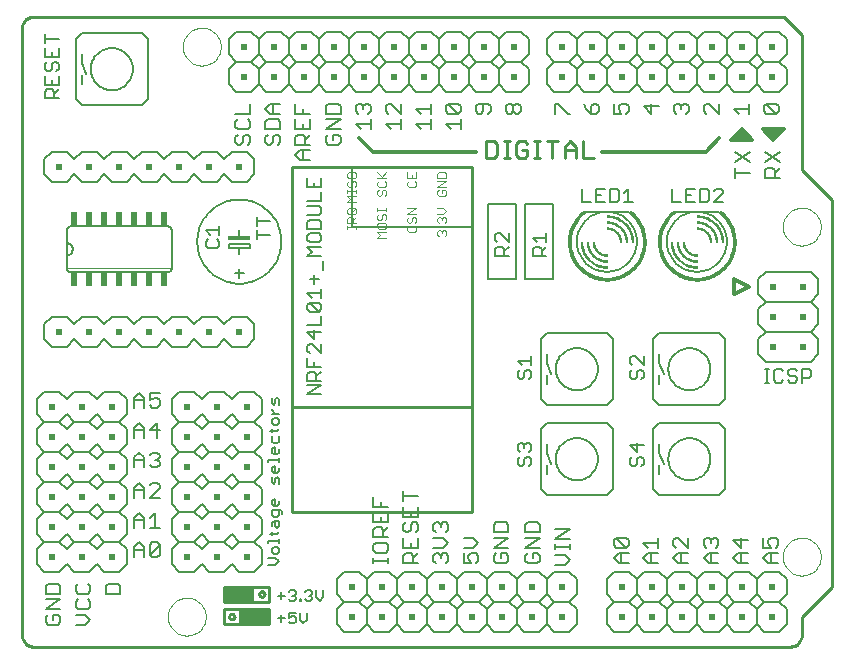
<source format=gto>
G75*
G70*
%OFA0B0*%
%FSLAX24Y24*%
%IPPOS*%
%LPD*%
%AMOC8*
5,1,8,0,0,1.08239X$1,22.5*
%
%ADD10C,0.0100*%
%ADD11C,0.0120*%
%ADD12C,0.0070*%
%ADD13C,0.0060*%
%ADD14C,0.0000*%
%ADD15R,0.1000X0.0500*%
%ADD16C,0.0050*%
%ADD17R,0.0200X0.0200*%
%ADD18C,0.0030*%
%ADD19C,0.0080*%
%ADD20C,0.0010*%
%ADD21R,0.0740X0.0170*%
%ADD22C,0.0020*%
%ADD23R,0.0200X0.0450*%
D10*
X000584Y000580D02*
X025796Y000580D01*
X025835Y000582D01*
X025873Y000588D01*
X025910Y000597D01*
X025947Y000610D01*
X025982Y000627D01*
X026015Y000646D01*
X026046Y000669D01*
X026075Y000695D01*
X026101Y000724D01*
X026124Y000755D01*
X026143Y000788D01*
X026160Y000823D01*
X026173Y000860D01*
X026182Y000897D01*
X026188Y000935D01*
X026190Y000974D01*
X026190Y001580D01*
X027190Y002580D01*
X027190Y015480D01*
X026190Y016480D01*
X026190Y020980D01*
X025590Y021580D01*
X000584Y021580D01*
X000545Y021578D01*
X000507Y021572D01*
X000470Y021563D01*
X000433Y021550D01*
X000398Y021533D01*
X000365Y021514D01*
X000334Y021491D01*
X000305Y021465D01*
X000279Y021436D01*
X000256Y021405D01*
X000237Y021372D01*
X000220Y021337D01*
X000207Y021300D01*
X000198Y021263D01*
X000192Y021225D01*
X000190Y021186D01*
X000190Y000974D01*
X000192Y000935D01*
X000198Y000897D01*
X000207Y000860D01*
X000220Y000823D01*
X000237Y000788D01*
X000256Y000755D01*
X000279Y000724D01*
X000305Y000695D01*
X000334Y000669D01*
X000365Y000646D01*
X000398Y000627D01*
X000433Y000610D01*
X000470Y000597D01*
X000507Y000588D01*
X000545Y000582D01*
X000584Y000580D01*
X006940Y001330D02*
X006940Y001830D01*
X008440Y001830D01*
X008440Y001330D01*
X006940Y001330D01*
X007101Y001580D02*
X007103Y001599D01*
X007109Y001616D01*
X007118Y001632D01*
X007130Y001646D01*
X007145Y001657D01*
X007162Y001665D01*
X007181Y001669D01*
X007199Y001669D01*
X007218Y001665D01*
X007234Y001657D01*
X007250Y001646D01*
X007262Y001632D01*
X007271Y001616D01*
X007277Y001599D01*
X007279Y001580D01*
X007277Y001561D01*
X007271Y001544D01*
X007262Y001528D01*
X007250Y001514D01*
X007235Y001503D01*
X007218Y001495D01*
X007199Y001491D01*
X007181Y001491D01*
X007162Y001495D01*
X007146Y001503D01*
X007130Y001514D01*
X007118Y001528D01*
X007109Y001544D01*
X007103Y001561D01*
X007101Y001580D01*
X006940Y002080D02*
X006940Y002580D01*
X008440Y002580D01*
X008440Y002080D01*
X006940Y002080D01*
X008101Y002330D02*
X008103Y002349D01*
X008109Y002366D01*
X008118Y002382D01*
X008130Y002396D01*
X008145Y002407D01*
X008162Y002415D01*
X008181Y002419D01*
X008199Y002419D01*
X008218Y002415D01*
X008234Y002407D01*
X008250Y002396D01*
X008262Y002382D01*
X008271Y002366D01*
X008277Y002349D01*
X008279Y002330D01*
X008277Y002311D01*
X008271Y002294D01*
X008262Y002278D01*
X008250Y002264D01*
X008235Y002253D01*
X008218Y002245D01*
X008199Y002241D01*
X008181Y002241D01*
X008162Y002245D01*
X008146Y002253D01*
X008130Y002264D01*
X008118Y002278D01*
X008109Y002294D01*
X008103Y002311D01*
X008101Y002330D01*
X009190Y005080D02*
X009190Y008580D01*
X015190Y008580D01*
X015190Y005080D01*
X009190Y005080D01*
X009190Y008580D02*
X009190Y016580D01*
X015190Y016580D01*
X015190Y008580D01*
X015654Y016866D02*
X015935Y016866D01*
X016028Y016959D01*
X016028Y017333D01*
X015935Y017426D01*
X015654Y017426D01*
X015654Y016866D01*
X016262Y016866D02*
X016449Y016866D01*
X016355Y016866D02*
X016355Y017426D01*
X016262Y017426D02*
X016449Y017426D01*
X016667Y017333D02*
X016667Y016959D01*
X016761Y016866D01*
X016947Y016866D01*
X017041Y016959D01*
X017041Y017146D01*
X016854Y017146D01*
X016667Y017333D02*
X016761Y017426D01*
X016947Y017426D01*
X017041Y017333D01*
X017275Y017426D02*
X017462Y017426D01*
X017368Y017426D02*
X017368Y016866D01*
X017275Y016866D02*
X017462Y016866D01*
X017867Y016866D02*
X017867Y017426D01*
X017680Y017426D02*
X018054Y017426D01*
X018288Y017240D02*
X018475Y017426D01*
X018661Y017240D01*
X018661Y016866D01*
X018895Y016866D02*
X019269Y016866D01*
X018895Y016866D02*
X018895Y017426D01*
X018288Y017240D02*
X018288Y016866D01*
X018288Y017146D02*
X018661Y017146D01*
D11*
X019540Y017080D02*
X022990Y017080D01*
X023440Y017530D01*
X023840Y017480D02*
X023990Y017630D01*
X024340Y017530D01*
X024390Y017530D01*
X024190Y017730D01*
X023990Y017530D01*
X023990Y017630D02*
X024190Y017830D01*
X024540Y017480D01*
X023840Y017480D01*
X024890Y017830D02*
X025240Y017480D01*
X025590Y017830D01*
X024890Y017830D01*
X025040Y017780D02*
X025440Y017780D01*
X025240Y017580D01*
X025090Y017730D01*
X025290Y017730D01*
X025240Y017680D02*
X025240Y017630D01*
X023940Y012830D02*
X024440Y012580D01*
X023940Y012330D01*
X023940Y012830D01*
X015340Y017080D02*
X011890Y017080D01*
X011440Y017530D01*
D12*
X011488Y017834D02*
X011325Y017997D01*
X011815Y017997D01*
X011815Y017834D02*
X011815Y018161D01*
X011733Y018349D02*
X011815Y018431D01*
X011815Y018595D01*
X011733Y018676D01*
X011652Y018676D01*
X011570Y018595D01*
X011570Y018513D01*
X011570Y018595D02*
X011488Y018676D01*
X011406Y018676D01*
X011325Y018595D01*
X011325Y018431D01*
X011406Y018349D01*
X012325Y018431D02*
X012406Y018349D01*
X012325Y018431D02*
X012325Y018595D01*
X012406Y018676D01*
X012488Y018676D01*
X012815Y018349D01*
X012815Y018676D01*
X013325Y018513D02*
X013488Y018349D01*
X013325Y018513D02*
X013815Y018513D01*
X013815Y018676D02*
X013815Y018349D01*
X013815Y018161D02*
X013815Y017834D01*
X013815Y017997D02*
X013325Y017997D01*
X013488Y017834D01*
X012815Y017834D02*
X012815Y018161D01*
X012815Y017997D02*
X012325Y017997D01*
X012488Y017834D01*
X014325Y017997D02*
X014815Y017997D01*
X014815Y017834D02*
X014815Y018161D01*
X014733Y018349D02*
X014406Y018676D01*
X014733Y018676D01*
X014815Y018595D01*
X014815Y018431D01*
X014733Y018349D01*
X014406Y018349D01*
X014325Y018431D01*
X014325Y018595D01*
X014406Y018676D01*
X015325Y018595D02*
X015325Y018431D01*
X015406Y018349D01*
X015488Y018349D01*
X015570Y018431D01*
X015570Y018676D01*
X015733Y018676D02*
X015406Y018676D01*
X015325Y018595D01*
X015733Y018676D02*
X015815Y018595D01*
X015815Y018431D01*
X015733Y018349D01*
X016325Y018431D02*
X016325Y018595D01*
X016406Y018676D01*
X016488Y018676D01*
X016570Y018595D01*
X016570Y018431D01*
X016488Y018349D01*
X016406Y018349D01*
X016325Y018431D01*
X016570Y018431D02*
X016652Y018349D01*
X016733Y018349D01*
X016815Y018431D01*
X016815Y018595D01*
X016733Y018676D01*
X016652Y018676D01*
X016570Y018595D01*
X017975Y018676D02*
X017975Y018349D01*
X017975Y018676D02*
X018056Y018676D01*
X018383Y018349D01*
X018465Y018349D01*
X018925Y018676D02*
X019006Y018513D01*
X019170Y018349D01*
X019170Y018595D01*
X019252Y018676D01*
X019333Y018676D01*
X019415Y018595D01*
X019415Y018431D01*
X019333Y018349D01*
X019170Y018349D01*
X019925Y018349D02*
X020170Y018349D01*
X020088Y018513D01*
X020088Y018595D01*
X020170Y018676D01*
X020333Y018676D01*
X020415Y018595D01*
X020415Y018431D01*
X020333Y018349D01*
X019925Y018349D02*
X019925Y018676D01*
X020925Y018595D02*
X021170Y018349D01*
X021170Y018676D01*
X021415Y018595D02*
X020925Y018595D01*
X021925Y018595D02*
X021925Y018431D01*
X022006Y018349D01*
X022170Y018513D02*
X022170Y018595D01*
X022252Y018676D01*
X022333Y018676D01*
X022415Y018595D01*
X022415Y018431D01*
X022333Y018349D01*
X022170Y018595D02*
X022088Y018676D01*
X022006Y018676D01*
X021925Y018595D01*
X022925Y018595D02*
X022925Y018431D01*
X023006Y018349D01*
X022925Y018595D02*
X023006Y018676D01*
X023088Y018676D01*
X023415Y018349D01*
X023415Y018676D01*
X023925Y018513D02*
X024415Y018513D01*
X024415Y018676D02*
X024415Y018349D01*
X024088Y018349D02*
X023925Y018513D01*
X024925Y018431D02*
X024925Y018595D01*
X025006Y018676D01*
X025333Y018349D01*
X025415Y018431D01*
X025415Y018595D01*
X025333Y018676D01*
X025006Y018676D01*
X024925Y018431D02*
X025006Y018349D01*
X025333Y018349D01*
X014488Y017834D02*
X014325Y017997D01*
X004786Y009041D02*
X004459Y009041D01*
X004459Y008795D01*
X004622Y008877D01*
X004704Y008877D01*
X004786Y008795D01*
X004786Y008632D01*
X004704Y008550D01*
X004541Y008550D01*
X004459Y008632D01*
X004270Y008550D02*
X004270Y008877D01*
X004107Y009041D01*
X003943Y008877D01*
X003943Y008550D01*
X003943Y008795D02*
X004270Y008795D01*
X004107Y008041D02*
X004270Y007877D01*
X004270Y007550D01*
X004270Y007795D02*
X003943Y007795D01*
X003943Y007877D02*
X003943Y007550D01*
X004459Y007795D02*
X004786Y007795D01*
X004704Y007550D02*
X004704Y008041D01*
X004459Y007795D01*
X004107Y008041D02*
X003943Y007877D01*
X004107Y007051D02*
X004270Y006887D01*
X004270Y006560D01*
X004459Y006642D02*
X004541Y006560D01*
X004704Y006560D01*
X004786Y006642D01*
X004786Y006724D01*
X004704Y006805D01*
X004622Y006805D01*
X004704Y006805D02*
X004786Y006887D01*
X004786Y006969D01*
X004704Y007051D01*
X004541Y007051D01*
X004459Y006969D01*
X004270Y006805D02*
X003943Y006805D01*
X003943Y006887D02*
X004107Y007051D01*
X003943Y006887D02*
X003943Y006560D01*
X004107Y006041D02*
X004270Y005877D01*
X004270Y005550D01*
X004459Y005550D02*
X004786Y005877D01*
X004786Y005959D01*
X004704Y006041D01*
X004541Y006041D01*
X004459Y005959D01*
X004270Y005795D02*
X003943Y005795D01*
X003943Y005877D02*
X003943Y005550D01*
X004459Y005550D02*
X004786Y005550D01*
X004622Y005041D02*
X004622Y004550D01*
X004459Y004550D02*
X004786Y004550D01*
X004270Y004550D02*
X004270Y004877D01*
X004107Y005041D01*
X003943Y004877D01*
X003943Y004550D01*
X003943Y004795D02*
X004270Y004795D01*
X004459Y004877D02*
X004622Y005041D01*
X003943Y005877D02*
X004107Y006041D01*
X003388Y002676D02*
X003061Y002676D01*
X002979Y002594D01*
X002979Y002349D01*
X003470Y002349D01*
X003470Y002594D01*
X003388Y002676D01*
X002470Y002594D02*
X002388Y002676D01*
X002470Y002594D02*
X002470Y002431D01*
X002388Y002349D01*
X002061Y002349D01*
X001979Y002431D01*
X001979Y002594D01*
X002061Y002676D01*
X001470Y002594D02*
X001470Y002349D01*
X000979Y002349D01*
X000979Y002594D01*
X001061Y002676D01*
X001388Y002676D01*
X001470Y002594D01*
X001470Y002160D02*
X000979Y002160D01*
X000979Y001833D02*
X001470Y002160D01*
X001470Y001833D02*
X000979Y001833D01*
X001061Y001644D02*
X000979Y001563D01*
X000979Y001399D01*
X001061Y001318D01*
X001388Y001318D01*
X001470Y001399D01*
X001470Y001563D01*
X001388Y001644D01*
X001225Y001644D01*
X001225Y001481D01*
X001979Y001318D02*
X002306Y001318D01*
X002470Y001481D01*
X002306Y001644D01*
X001979Y001644D01*
X002061Y001833D02*
X002388Y001833D01*
X002470Y001915D01*
X002470Y002078D01*
X002388Y002160D01*
X002061Y002160D02*
X001979Y002078D01*
X001979Y001915D01*
X002061Y001833D01*
X014915Y003365D02*
X015160Y003365D01*
X015078Y003528D01*
X015078Y003610D01*
X015160Y003692D01*
X015323Y003692D01*
X015405Y003610D01*
X015405Y003447D01*
X015323Y003365D01*
X014915Y003365D02*
X014915Y003692D01*
X014915Y003881D02*
X015242Y003881D01*
X015405Y004044D01*
X015242Y004208D01*
X014915Y004208D01*
X015920Y004211D02*
X016410Y004211D01*
X015920Y003884D01*
X016410Y003884D01*
X016328Y003695D02*
X016165Y003695D01*
X016165Y003532D01*
X016328Y003695D02*
X016410Y003614D01*
X016410Y003450D01*
X016328Y003368D01*
X016002Y003368D01*
X015920Y003450D01*
X015920Y003614D01*
X016002Y003695D01*
X016970Y003614D02*
X016970Y003450D01*
X017052Y003368D01*
X017378Y003368D01*
X017460Y003450D01*
X017460Y003614D01*
X017378Y003695D01*
X017215Y003695D01*
X017215Y003532D01*
X017052Y003695D02*
X016970Y003614D01*
X016970Y003884D02*
X017460Y004211D01*
X016970Y004211D01*
X016970Y004400D02*
X016970Y004645D01*
X017052Y004727D01*
X017378Y004727D01*
X017460Y004645D01*
X017460Y004400D01*
X016970Y004400D01*
X016410Y004400D02*
X016410Y004645D01*
X016328Y004727D01*
X016002Y004727D01*
X015920Y004645D01*
X015920Y004400D01*
X016410Y004400D01*
X016970Y003884D02*
X017460Y003884D01*
X017965Y003912D02*
X018455Y003912D01*
X018455Y003831D02*
X018455Y003994D01*
X018455Y004174D02*
X017965Y004174D01*
X018455Y004501D01*
X017965Y004501D01*
X017965Y003994D02*
X017965Y003831D01*
X017965Y003642D02*
X018292Y003642D01*
X018455Y003478D01*
X018292Y003315D01*
X017965Y003315D01*
X020910Y003529D02*
X021073Y003692D01*
X021400Y003692D01*
X021400Y003881D02*
X021400Y004208D01*
X021400Y004045D02*
X020910Y004045D01*
X021073Y003881D01*
X021155Y003692D02*
X021155Y003366D01*
X021073Y003366D02*
X020910Y003529D01*
X021073Y003366D02*
X021400Y003366D01*
X021910Y003529D02*
X022073Y003692D01*
X022400Y003692D01*
X022400Y003881D02*
X022073Y004208D01*
X021992Y004208D01*
X021910Y004126D01*
X021910Y003963D01*
X021992Y003881D01*
X022155Y003692D02*
X022155Y003366D01*
X022073Y003366D02*
X022400Y003366D01*
X022073Y003366D02*
X021910Y003529D01*
X022400Y003881D02*
X022400Y004208D01*
X022920Y004126D02*
X023002Y004208D01*
X023083Y004208D01*
X023165Y004126D01*
X023247Y004208D01*
X023328Y004208D01*
X023410Y004126D01*
X023410Y003963D01*
X023328Y003881D01*
X023410Y003692D02*
X023083Y003692D01*
X022920Y003529D01*
X023083Y003366D01*
X023410Y003366D01*
X023165Y003366D02*
X023165Y003692D01*
X023002Y003881D02*
X022920Y003963D01*
X022920Y004126D01*
X023165Y004126D02*
X023165Y004045D01*
X023910Y004126D02*
X024155Y003881D01*
X024155Y004208D01*
X024400Y004126D02*
X023910Y004126D01*
X024073Y003692D02*
X023910Y003529D01*
X024073Y003366D01*
X024400Y003366D01*
X024155Y003366D02*
X024155Y003692D01*
X024073Y003692D02*
X024400Y003692D01*
X024910Y003529D02*
X025073Y003366D01*
X025400Y003366D01*
X025155Y003366D02*
X025155Y003692D01*
X025073Y003692D02*
X025400Y003692D01*
X025318Y003881D02*
X025400Y003963D01*
X025400Y004126D01*
X025318Y004208D01*
X025155Y004208D01*
X025073Y004126D01*
X025073Y004045D01*
X025155Y003881D01*
X024910Y003881D01*
X024910Y004208D01*
X025073Y003692D02*
X024910Y003529D01*
D13*
X024940Y003080D02*
X024690Y002830D01*
X024690Y002330D01*
X024940Y002080D01*
X025440Y002080D01*
X025690Y002330D01*
X025690Y002830D01*
X025440Y003080D01*
X024940Y003080D01*
X024690Y002830D02*
X024440Y003080D01*
X023940Y003080D01*
X023690Y002830D01*
X023690Y002330D01*
X023940Y002080D01*
X024440Y002080D01*
X024690Y002330D01*
X024440Y002080D02*
X024690Y001830D01*
X024940Y002080D01*
X025440Y002080D01*
X025690Y001830D01*
X025690Y001330D01*
X025440Y001080D01*
X024940Y001080D01*
X024690Y001330D01*
X024440Y001080D01*
X023940Y001080D01*
X023690Y001330D01*
X023440Y001080D01*
X022940Y001080D01*
X022690Y001330D01*
X022440Y001080D01*
X021940Y001080D01*
X021690Y001330D01*
X021440Y001080D01*
X020940Y001080D01*
X020690Y001330D01*
X020440Y001080D01*
X019940Y001080D01*
X019690Y001330D01*
X019690Y001830D01*
X019940Y002080D01*
X020440Y002080D01*
X020690Y002330D01*
X020940Y002080D01*
X021440Y002080D01*
X021690Y002330D01*
X021690Y002830D01*
X021440Y003080D01*
X020940Y003080D01*
X020690Y002830D01*
X020690Y002330D01*
X020440Y002080D02*
X020690Y001830D01*
X020940Y002080D01*
X021440Y002080D01*
X021690Y001830D01*
X021690Y001330D01*
X021690Y001830D02*
X021940Y002080D01*
X021690Y002330D01*
X021940Y002080D02*
X022440Y002080D01*
X022690Y002330D01*
X022940Y002080D01*
X023440Y002080D01*
X023690Y002330D01*
X023440Y002080D02*
X023690Y001830D01*
X023940Y002080D01*
X024440Y002080D01*
X024690Y001830D02*
X024690Y001330D01*
X023690Y001330D02*
X023690Y001830D01*
X023440Y002080D02*
X022940Y002080D01*
X022690Y001830D01*
X022690Y001330D01*
X022690Y001830D02*
X022440Y002080D01*
X021940Y002080D01*
X022690Y002330D02*
X022690Y002830D01*
X022940Y003080D01*
X023440Y003080D01*
X023690Y002830D01*
X022690Y002830D02*
X022440Y003080D01*
X021940Y003080D01*
X021690Y002830D01*
X020690Y002830D02*
X020440Y003080D01*
X019940Y003080D01*
X019690Y002830D01*
X019690Y002330D01*
X019940Y002080D01*
X020440Y002080D01*
X020690Y001830D02*
X020690Y001330D01*
X018690Y001330D02*
X018440Y001080D01*
X017940Y001080D01*
X017690Y001330D01*
X017440Y001080D01*
X016940Y001080D01*
X016690Y001330D01*
X016440Y001080D01*
X015940Y001080D01*
X015690Y001330D01*
X015440Y001080D01*
X014940Y001080D01*
X014690Y001330D01*
X014440Y001080D01*
X013940Y001080D01*
X013690Y001330D01*
X013440Y001080D01*
X012940Y001080D01*
X012690Y001330D01*
X012440Y001080D01*
X011940Y001080D01*
X011690Y001330D01*
X011440Y001080D01*
X010940Y001080D01*
X010690Y001330D01*
X010690Y001830D01*
X010940Y002080D01*
X011440Y002080D01*
X011690Y002330D01*
X011940Y002080D01*
X012440Y002080D01*
X012690Y002330D01*
X012690Y002830D01*
X012440Y003080D01*
X011940Y003080D01*
X011690Y002830D01*
X011690Y002330D01*
X011440Y002080D02*
X011690Y001830D01*
X011940Y002080D01*
X012440Y002080D01*
X012690Y001830D01*
X012690Y001330D01*
X012690Y001830D02*
X012940Y002080D01*
X012690Y002330D01*
X012940Y002080D02*
X013440Y002080D01*
X013690Y002330D01*
X013940Y002080D01*
X014440Y002080D01*
X014690Y002330D01*
X014940Y002080D01*
X015440Y002080D01*
X015690Y002330D01*
X015690Y002830D01*
X015440Y003080D01*
X014940Y003080D01*
X014690Y002830D01*
X014690Y002330D01*
X014440Y002080D02*
X014690Y001830D01*
X014940Y002080D01*
X015440Y002080D01*
X015690Y001830D01*
X015690Y001330D01*
X015690Y001830D02*
X015940Y002080D01*
X015690Y002330D01*
X015940Y002080D02*
X016440Y002080D01*
X016690Y002330D01*
X016940Y002080D01*
X017440Y002080D01*
X017690Y002330D01*
X017940Y002080D01*
X018440Y002080D01*
X018690Y002330D01*
X018690Y002830D01*
X018440Y003080D01*
X017940Y003080D01*
X017690Y002830D01*
X017690Y002330D01*
X017440Y002080D02*
X017690Y001830D01*
X017940Y002080D01*
X018440Y002080D01*
X018690Y001830D01*
X018690Y001330D01*
X017690Y001330D02*
X017690Y001830D01*
X017440Y002080D02*
X016940Y002080D01*
X016690Y001830D01*
X016690Y001330D01*
X016690Y001830D02*
X016440Y002080D01*
X015940Y002080D01*
X016690Y002330D02*
X016690Y002830D01*
X016940Y003080D01*
X017440Y003080D01*
X017690Y002830D01*
X016690Y002830D02*
X016440Y003080D01*
X015940Y003080D01*
X015690Y002830D01*
X014690Y002830D02*
X014440Y003080D01*
X013940Y003080D01*
X013690Y002830D01*
X013690Y002330D01*
X013440Y002080D02*
X013690Y001830D01*
X013940Y002080D01*
X014440Y002080D01*
X014690Y001830D02*
X014690Y001330D01*
X013690Y001330D02*
X013690Y001830D01*
X013440Y002080D02*
X012940Y002080D01*
X011690Y001830D02*
X011690Y001330D01*
X011440Y002080D02*
X010940Y002080D01*
X010690Y002330D01*
X010690Y002830D01*
X010940Y003080D01*
X011440Y003080D01*
X011690Y002830D01*
X011910Y003360D02*
X011910Y003527D01*
X011910Y003443D02*
X012410Y003443D01*
X012410Y003360D02*
X012410Y003527D01*
X012327Y003704D02*
X012410Y003787D01*
X012410Y003954D01*
X012327Y004037D01*
X011993Y004037D01*
X011910Y003954D01*
X011910Y003787D01*
X011993Y003704D01*
X012327Y003704D01*
X012410Y004219D02*
X011910Y004219D01*
X011910Y004470D01*
X011993Y004553D01*
X012160Y004553D01*
X012243Y004470D01*
X012243Y004219D01*
X012243Y004386D02*
X012410Y004553D01*
X012410Y004735D02*
X012410Y005069D01*
X012410Y005251D02*
X011910Y005251D01*
X011910Y005584D01*
X012160Y005417D02*
X012160Y005251D01*
X011910Y005069D02*
X011910Y004735D01*
X012410Y004735D01*
X012160Y004735D02*
X012160Y004902D01*
X012910Y004907D02*
X012910Y005241D01*
X012910Y005423D02*
X012910Y005756D01*
X012910Y005589D02*
X013410Y005589D01*
X013410Y005241D02*
X013410Y004907D01*
X012910Y004907D01*
X012993Y004725D02*
X012910Y004641D01*
X012910Y004475D01*
X012993Y004391D01*
X013076Y004391D01*
X013160Y004475D01*
X013160Y004641D01*
X013243Y004725D01*
X013327Y004725D01*
X013410Y004641D01*
X013410Y004475D01*
X013327Y004391D01*
X013410Y004209D02*
X013410Y003876D01*
X012910Y003876D01*
X012910Y004209D01*
X013160Y004042D02*
X013160Y003876D01*
X013160Y003694D02*
X013243Y003610D01*
X013243Y003360D01*
X013243Y003527D02*
X013410Y003694D01*
X013160Y003694D02*
X012993Y003694D01*
X012910Y003610D01*
X012910Y003360D01*
X013410Y003360D01*
X013440Y003080D02*
X012940Y003080D01*
X012690Y002830D01*
X013440Y003080D02*
X013690Y002830D01*
X013993Y003360D02*
X013910Y003443D01*
X013910Y003610D01*
X013993Y003694D01*
X014076Y003694D01*
X014160Y003610D01*
X014243Y003694D01*
X014327Y003694D01*
X014410Y003610D01*
X014410Y003443D01*
X014327Y003360D01*
X014160Y003527D02*
X014160Y003610D01*
X014243Y003876D02*
X013910Y003876D01*
X014243Y003876D02*
X014410Y004042D01*
X014243Y004209D01*
X013910Y004209D01*
X013993Y004391D02*
X013910Y004475D01*
X013910Y004641D01*
X013993Y004725D01*
X014076Y004725D01*
X014160Y004641D01*
X014243Y004725D01*
X014327Y004725D01*
X014410Y004641D01*
X014410Y004475D01*
X014327Y004391D01*
X014160Y004558D02*
X014160Y004641D01*
X013160Y004907D02*
X013160Y005074D01*
X019915Y004126D02*
X019998Y004210D01*
X020332Y003876D01*
X020415Y003960D01*
X020415Y004126D01*
X020332Y004210D01*
X019998Y004210D01*
X019915Y004126D02*
X019915Y003960D01*
X019998Y003876D01*
X020332Y003876D01*
X020415Y003694D02*
X020082Y003694D01*
X019915Y003527D01*
X020082Y003361D01*
X020415Y003361D01*
X020165Y003361D02*
X020165Y003694D01*
X024990Y010080D02*
X026490Y010080D01*
X026740Y010330D01*
X026740Y010830D01*
X026490Y011080D01*
X024990Y011080D01*
X024740Y010830D01*
X024740Y010330D01*
X024990Y010080D01*
X024990Y011080D02*
X024740Y011330D01*
X024740Y011830D01*
X024990Y012080D01*
X026490Y012080D01*
X026740Y011830D01*
X026740Y011330D01*
X026490Y011080D01*
X026490Y012080D02*
X026740Y012330D01*
X026740Y012830D01*
X026490Y013080D01*
X024990Y013080D01*
X024740Y012830D01*
X024740Y012330D01*
X024990Y012080D01*
X021690Y014080D02*
X021692Y014143D01*
X021698Y014205D01*
X021708Y014267D01*
X021721Y014329D01*
X021739Y014389D01*
X021760Y014448D01*
X021785Y014506D01*
X021814Y014562D01*
X021846Y014616D01*
X021881Y014668D01*
X021919Y014717D01*
X021961Y014765D01*
X022005Y014809D01*
X022053Y014851D01*
X022102Y014889D01*
X022154Y014924D01*
X022208Y014956D01*
X022264Y014985D01*
X022322Y015010D01*
X022381Y015031D01*
X022441Y015049D01*
X022503Y015062D01*
X022565Y015072D01*
X022627Y015078D01*
X022690Y015080D01*
X022753Y015078D01*
X022815Y015072D01*
X022877Y015062D01*
X022939Y015049D01*
X022999Y015031D01*
X023058Y015010D01*
X023116Y014985D01*
X023172Y014956D01*
X023226Y014924D01*
X023278Y014889D01*
X023327Y014851D01*
X023375Y014809D01*
X023419Y014765D01*
X023461Y014717D01*
X023499Y014668D01*
X023534Y014616D01*
X023566Y014562D01*
X023595Y014506D01*
X023620Y014448D01*
X023641Y014389D01*
X023659Y014329D01*
X023672Y014267D01*
X023682Y014205D01*
X023688Y014143D01*
X023690Y014080D01*
X023688Y014017D01*
X023682Y013955D01*
X023672Y013893D01*
X023659Y013831D01*
X023641Y013771D01*
X023620Y013712D01*
X023595Y013654D01*
X023566Y013598D01*
X023534Y013544D01*
X023499Y013492D01*
X023461Y013443D01*
X023419Y013395D01*
X023375Y013351D01*
X023327Y013309D01*
X023278Y013271D01*
X023226Y013236D01*
X023172Y013204D01*
X023116Y013175D01*
X023058Y013150D01*
X022999Y013129D01*
X022939Y013111D01*
X022877Y013098D01*
X022815Y013088D01*
X022753Y013082D01*
X022690Y013080D01*
X022627Y013082D01*
X022565Y013088D01*
X022503Y013098D01*
X022441Y013111D01*
X022381Y013129D01*
X022322Y013150D01*
X022264Y013175D01*
X022208Y013204D01*
X022154Y013236D01*
X022102Y013271D01*
X022053Y013309D01*
X022005Y013351D01*
X021961Y013395D01*
X021919Y013443D01*
X021881Y013492D01*
X021846Y013544D01*
X021814Y013598D01*
X021785Y013654D01*
X021760Y013712D01*
X021739Y013771D01*
X021721Y013831D01*
X021708Y013893D01*
X021698Y013955D01*
X021692Y014017D01*
X021690Y014080D01*
X018690Y014080D02*
X018692Y014143D01*
X018698Y014205D01*
X018708Y014267D01*
X018721Y014329D01*
X018739Y014389D01*
X018760Y014448D01*
X018785Y014506D01*
X018814Y014562D01*
X018846Y014616D01*
X018881Y014668D01*
X018919Y014717D01*
X018961Y014765D01*
X019005Y014809D01*
X019053Y014851D01*
X019102Y014889D01*
X019154Y014924D01*
X019208Y014956D01*
X019264Y014985D01*
X019322Y015010D01*
X019381Y015031D01*
X019441Y015049D01*
X019503Y015062D01*
X019565Y015072D01*
X019627Y015078D01*
X019690Y015080D01*
X019753Y015078D01*
X019815Y015072D01*
X019877Y015062D01*
X019939Y015049D01*
X019999Y015031D01*
X020058Y015010D01*
X020116Y014985D01*
X020172Y014956D01*
X020226Y014924D01*
X020278Y014889D01*
X020327Y014851D01*
X020375Y014809D01*
X020419Y014765D01*
X020461Y014717D01*
X020499Y014668D01*
X020534Y014616D01*
X020566Y014562D01*
X020595Y014506D01*
X020620Y014448D01*
X020641Y014389D01*
X020659Y014329D01*
X020672Y014267D01*
X020682Y014205D01*
X020688Y014143D01*
X020690Y014080D01*
X020688Y014017D01*
X020682Y013955D01*
X020672Y013893D01*
X020659Y013831D01*
X020641Y013771D01*
X020620Y013712D01*
X020595Y013654D01*
X020566Y013598D01*
X020534Y013544D01*
X020499Y013492D01*
X020461Y013443D01*
X020419Y013395D01*
X020375Y013351D01*
X020327Y013309D01*
X020278Y013271D01*
X020226Y013236D01*
X020172Y013204D01*
X020116Y013175D01*
X020058Y013150D01*
X019999Y013129D01*
X019939Y013111D01*
X019877Y013098D01*
X019815Y013088D01*
X019753Y013082D01*
X019690Y013080D01*
X019627Y013082D01*
X019565Y013088D01*
X019503Y013098D01*
X019441Y013111D01*
X019381Y013129D01*
X019322Y013150D01*
X019264Y013175D01*
X019208Y013204D01*
X019154Y013236D01*
X019102Y013271D01*
X019053Y013309D01*
X019005Y013351D01*
X018961Y013395D01*
X018919Y013443D01*
X018881Y013492D01*
X018846Y013544D01*
X018814Y013598D01*
X018785Y013654D01*
X018760Y013712D01*
X018739Y013771D01*
X018721Y013831D01*
X018708Y013893D01*
X018698Y013955D01*
X018692Y014017D01*
X018690Y014080D01*
X023958Y016215D02*
X023958Y016548D01*
X023958Y016382D02*
X024458Y016382D01*
X024458Y016730D02*
X023958Y017064D01*
X023958Y016730D02*
X024458Y017064D01*
X024958Y017064D02*
X025458Y016730D01*
X025458Y016548D02*
X025291Y016382D01*
X025291Y016465D02*
X025291Y016215D01*
X025458Y016215D02*
X024958Y016215D01*
X024958Y016465D01*
X025041Y016548D01*
X025208Y016548D01*
X025291Y016465D01*
X024958Y016730D02*
X025458Y017064D01*
X025440Y019080D02*
X024940Y019080D01*
X024690Y019330D01*
X024440Y019080D01*
X023940Y019080D01*
X023690Y019330D01*
X023690Y019830D01*
X023940Y020080D01*
X024440Y020080D01*
X024690Y019830D01*
X024940Y020080D01*
X025440Y020080D01*
X025690Y019830D01*
X025690Y019330D01*
X025440Y019080D01*
X024690Y019330D02*
X024690Y019830D01*
X024440Y020080D02*
X023940Y020080D01*
X023690Y020330D01*
X023690Y020830D01*
X023940Y021080D01*
X024440Y021080D01*
X024690Y020830D01*
X024940Y021080D01*
X025440Y021080D01*
X025690Y020830D01*
X025690Y020330D01*
X025440Y020080D01*
X024940Y020080D01*
X024690Y020330D01*
X024440Y020080D01*
X024690Y020330D02*
X024690Y020830D01*
X023690Y020830D02*
X023440Y021080D01*
X022940Y021080D01*
X022690Y020830D01*
X022440Y021080D01*
X021940Y021080D01*
X021690Y020830D01*
X021440Y021080D01*
X020940Y021080D01*
X020690Y020830D01*
X020690Y020330D01*
X020940Y020080D01*
X021440Y020080D01*
X021690Y019830D01*
X021940Y020080D01*
X022440Y020080D01*
X022690Y019830D01*
X022940Y020080D01*
X023440Y020080D01*
X023690Y019830D01*
X023440Y020080D02*
X022940Y020080D01*
X022690Y020330D01*
X022440Y020080D01*
X021940Y020080D01*
X021690Y020330D01*
X021440Y020080D01*
X020940Y020080D01*
X020690Y019830D01*
X020690Y019330D01*
X020940Y019080D01*
X021440Y019080D01*
X021690Y019330D01*
X021690Y019830D01*
X021690Y020330D02*
X021690Y020830D01*
X020690Y020830D02*
X020440Y021080D01*
X019940Y021080D01*
X019690Y020830D01*
X019440Y021080D01*
X018940Y021080D01*
X018690Y020830D01*
X018440Y021080D01*
X017940Y021080D01*
X017690Y020830D01*
X017690Y020330D01*
X017940Y020080D01*
X018440Y020080D01*
X018690Y019830D01*
X018940Y020080D01*
X019440Y020080D01*
X019690Y019830D01*
X019940Y020080D01*
X020440Y020080D01*
X020690Y019830D01*
X020440Y020080D02*
X019940Y020080D01*
X019690Y020330D01*
X019440Y020080D01*
X018940Y020080D01*
X018690Y020330D01*
X018440Y020080D01*
X017940Y020080D01*
X017690Y019830D01*
X017690Y019330D01*
X017940Y019080D01*
X018440Y019080D01*
X018690Y019330D01*
X018690Y019830D01*
X018690Y020330D02*
X018690Y020830D01*
X019690Y020830D02*
X019690Y020330D01*
X019690Y019830D02*
X019690Y019330D01*
X019440Y019080D01*
X018940Y019080D01*
X018690Y019330D01*
X019690Y019330D02*
X019940Y019080D01*
X020440Y019080D01*
X020690Y019330D01*
X021690Y019330D02*
X021940Y019080D01*
X022440Y019080D01*
X022690Y019330D01*
X022690Y019830D01*
X022690Y020330D02*
X022690Y020830D01*
X023440Y020080D02*
X023690Y020330D01*
X023690Y019330D02*
X023440Y019080D01*
X022940Y019080D01*
X022690Y019330D01*
X020690Y020330D02*
X020440Y020080D01*
X017090Y019830D02*
X017090Y019330D01*
X016840Y019080D01*
X016340Y019080D01*
X016090Y019330D01*
X015840Y019080D01*
X015340Y019080D01*
X015090Y019330D01*
X015090Y019830D01*
X015340Y020080D01*
X015840Y020080D01*
X016090Y019830D01*
X016340Y020080D01*
X016840Y020080D01*
X017090Y019830D01*
X016840Y020080D02*
X017090Y020330D01*
X017090Y020830D01*
X016840Y021080D01*
X016340Y021080D01*
X016090Y020830D01*
X015840Y021080D01*
X015340Y021080D01*
X015090Y020830D01*
X015090Y020330D01*
X015340Y020080D01*
X015840Y020080D01*
X016090Y020330D01*
X016090Y020830D01*
X016090Y020330D02*
X016340Y020080D01*
X016840Y020080D01*
X016090Y019830D02*
X016090Y019330D01*
X015090Y019330D02*
X014840Y019080D01*
X014340Y019080D01*
X014090Y019330D01*
X013840Y019080D01*
X013340Y019080D01*
X013090Y019330D01*
X012840Y019080D01*
X012340Y019080D01*
X012090Y019330D01*
X012090Y019830D01*
X012340Y020080D01*
X012840Y020080D01*
X013090Y019830D01*
X013340Y020080D01*
X013840Y020080D01*
X014090Y019830D01*
X014340Y020080D01*
X014840Y020080D01*
X015090Y019830D01*
X014840Y020080D02*
X014340Y020080D01*
X014090Y020330D01*
X013840Y020080D01*
X013340Y020080D01*
X013090Y020330D01*
X012840Y020080D01*
X012340Y020080D01*
X012090Y020330D01*
X012090Y020830D01*
X012340Y021080D01*
X012840Y021080D01*
X013090Y020830D01*
X013340Y021080D01*
X013840Y021080D01*
X014090Y020830D01*
X014340Y021080D01*
X014840Y021080D01*
X015090Y020830D01*
X015090Y020330D02*
X014840Y020080D01*
X014090Y019830D02*
X014090Y019330D01*
X013090Y019330D02*
X013090Y019830D01*
X013090Y020330D02*
X013090Y020830D01*
X012090Y020830D02*
X011840Y021080D01*
X011340Y021080D01*
X011090Y020830D01*
X010840Y021080D01*
X010340Y021080D01*
X010090Y020830D01*
X009840Y021080D01*
X009340Y021080D01*
X009090Y020830D01*
X009090Y020330D01*
X009340Y020080D01*
X009840Y020080D01*
X010090Y019830D01*
X010340Y020080D01*
X010840Y020080D01*
X011090Y019830D01*
X011340Y020080D01*
X011840Y020080D01*
X012090Y019830D01*
X011840Y020080D02*
X011340Y020080D01*
X011090Y020330D01*
X010840Y020080D01*
X010340Y020080D01*
X010090Y020330D01*
X009840Y020080D01*
X009340Y020080D01*
X009090Y019830D01*
X009090Y019330D01*
X009340Y019080D01*
X009840Y019080D01*
X010090Y019330D01*
X010090Y019830D01*
X010090Y020330D02*
X010090Y020830D01*
X011090Y020830D02*
X011090Y020330D01*
X011090Y019830D02*
X011090Y019330D01*
X010840Y019080D01*
X010340Y019080D01*
X010090Y019330D01*
X011090Y019330D02*
X011340Y019080D01*
X011840Y019080D01*
X012090Y019330D01*
X011840Y020080D02*
X012090Y020330D01*
X014090Y020330D02*
X014090Y020830D01*
X010817Y018600D02*
X010734Y018683D01*
X010400Y018683D01*
X010317Y018600D01*
X010317Y018350D01*
X010817Y018350D01*
X010817Y018600D01*
X010817Y018168D02*
X010317Y018168D01*
X010317Y017834D02*
X010817Y018168D01*
X010817Y017834D02*
X010317Y017834D01*
X010400Y017652D02*
X010317Y017568D01*
X010317Y017402D01*
X010400Y017318D01*
X010734Y017318D01*
X010817Y017402D01*
X010817Y017568D01*
X010734Y017652D01*
X010567Y017652D01*
X010567Y017485D01*
X009812Y017318D02*
X009311Y017318D01*
X009311Y017568D01*
X009395Y017652D01*
X009562Y017652D01*
X009645Y017568D01*
X009645Y017318D01*
X009645Y017485D02*
X009812Y017652D01*
X009812Y017834D02*
X009311Y017834D01*
X009311Y018168D01*
X009311Y018350D02*
X009311Y018683D01*
X009562Y018516D02*
X009562Y018350D01*
X009812Y018350D02*
X009311Y018350D01*
X009812Y018168D02*
X009812Y017834D01*
X009562Y017834D02*
X009562Y018001D01*
X008812Y018084D02*
X008812Y017834D01*
X008311Y017834D01*
X008311Y018084D01*
X008395Y018168D01*
X008728Y018168D01*
X008812Y018084D01*
X008812Y018350D02*
X008478Y018350D01*
X008311Y018516D01*
X008478Y018683D01*
X008812Y018683D01*
X008562Y018683D02*
X008562Y018350D01*
X007802Y018350D02*
X007802Y018683D01*
X007802Y018350D02*
X007301Y018350D01*
X007385Y018168D02*
X007301Y018084D01*
X007301Y017917D01*
X007385Y017834D01*
X007718Y017834D01*
X007802Y017917D01*
X007802Y018084D01*
X007718Y018168D01*
X007718Y017652D02*
X007802Y017568D01*
X007802Y017402D01*
X007718Y017318D01*
X007552Y017402D02*
X007468Y017318D01*
X007385Y017318D01*
X007301Y017402D01*
X007301Y017568D01*
X007385Y017652D01*
X007552Y017568D02*
X007635Y017652D01*
X007718Y017652D01*
X007552Y017568D02*
X007552Y017402D01*
X008311Y017402D02*
X008395Y017318D01*
X008478Y017318D01*
X008562Y017402D01*
X008562Y017568D01*
X008645Y017652D01*
X008728Y017652D01*
X008812Y017568D01*
X008812Y017402D01*
X008728Y017318D01*
X008311Y017402D02*
X008311Y017568D01*
X008395Y017652D01*
X009311Y016969D02*
X009478Y017136D01*
X009812Y017136D01*
X009562Y017136D02*
X009562Y016803D01*
X009478Y016803D02*
X009311Y016969D01*
X009478Y016803D02*
X009812Y016803D01*
X008840Y019080D02*
X008340Y019080D01*
X008090Y019330D01*
X007840Y019080D01*
X007340Y019080D01*
X007090Y019330D01*
X007090Y019830D01*
X007340Y020080D01*
X007840Y020080D01*
X008090Y019830D01*
X008340Y020080D01*
X008840Y020080D01*
X009090Y019830D01*
X008840Y020080D02*
X008340Y020080D01*
X008090Y020330D01*
X007840Y020080D01*
X007340Y020080D01*
X007090Y020330D01*
X007090Y020830D01*
X007340Y021080D01*
X007840Y021080D01*
X008090Y020830D01*
X008340Y021080D01*
X008840Y021080D01*
X009090Y020830D01*
X009090Y020330D02*
X008840Y020080D01*
X008090Y019830D02*
X008090Y019330D01*
X008840Y019080D02*
X009090Y019330D01*
X008090Y020330D02*
X008090Y020830D01*
X005040Y014600D02*
X001840Y014600D01*
X001817Y014598D01*
X001794Y014593D01*
X001772Y014584D01*
X001752Y014571D01*
X001734Y014556D01*
X001719Y014538D01*
X001706Y014518D01*
X001697Y014496D01*
X001692Y014473D01*
X001690Y014450D01*
X001690Y014030D01*
X001690Y013630D01*
X001690Y013210D01*
X001692Y013187D01*
X001697Y013164D01*
X001706Y013142D01*
X001719Y013122D01*
X001734Y013104D01*
X001752Y013089D01*
X001772Y013076D01*
X001794Y013067D01*
X001817Y013062D01*
X001840Y013060D01*
X005040Y013060D01*
X005063Y013062D01*
X005086Y013067D01*
X005108Y013076D01*
X005128Y013089D01*
X005146Y013104D01*
X005161Y013122D01*
X005174Y013142D01*
X005183Y013164D01*
X005188Y013187D01*
X005190Y013210D01*
X005190Y014450D01*
X005188Y014473D01*
X005183Y014496D01*
X005174Y014518D01*
X005161Y014538D01*
X005146Y014556D01*
X005128Y014571D01*
X005108Y014584D01*
X005086Y014593D01*
X005063Y014598D01*
X005040Y014600D01*
X007090Y014010D02*
X007090Y013880D01*
X007440Y013880D01*
X007790Y013880D01*
X007790Y014010D01*
X007090Y014010D01*
X006040Y014080D02*
X006042Y014155D01*
X006048Y014229D01*
X006058Y014303D01*
X006072Y014376D01*
X006089Y014448D01*
X006111Y014520D01*
X006136Y014590D01*
X006165Y014658D01*
X006198Y014726D01*
X006234Y014791D01*
X006273Y014854D01*
X006316Y014915D01*
X006362Y014974D01*
X006411Y015030D01*
X006463Y015083D01*
X006518Y015134D01*
X006575Y015181D01*
X006635Y015226D01*
X006697Y015267D01*
X006762Y015305D01*
X006828Y015339D01*
X006896Y015370D01*
X006965Y015397D01*
X007036Y015420D01*
X007108Y015440D01*
X007181Y015456D01*
X007254Y015468D01*
X007328Y015476D01*
X007403Y015480D01*
X007477Y015480D01*
X007552Y015476D01*
X007626Y015468D01*
X007699Y015456D01*
X007772Y015440D01*
X007844Y015420D01*
X007915Y015397D01*
X007984Y015370D01*
X008052Y015339D01*
X008118Y015305D01*
X008183Y015267D01*
X008245Y015226D01*
X008305Y015181D01*
X008362Y015134D01*
X008417Y015083D01*
X008469Y015030D01*
X008518Y014974D01*
X008564Y014915D01*
X008607Y014854D01*
X008646Y014791D01*
X008682Y014726D01*
X008715Y014658D01*
X008744Y014590D01*
X008769Y014520D01*
X008791Y014448D01*
X008808Y014376D01*
X008822Y014303D01*
X008832Y014229D01*
X008838Y014155D01*
X008840Y014080D01*
X008838Y014005D01*
X008832Y013931D01*
X008822Y013857D01*
X008808Y013784D01*
X008791Y013712D01*
X008769Y013640D01*
X008744Y013570D01*
X008715Y013502D01*
X008682Y013434D01*
X008646Y013369D01*
X008607Y013306D01*
X008564Y013245D01*
X008518Y013186D01*
X008469Y013130D01*
X008417Y013077D01*
X008362Y013026D01*
X008305Y012979D01*
X008245Y012934D01*
X008183Y012893D01*
X008118Y012855D01*
X008052Y012821D01*
X007984Y012790D01*
X007915Y012763D01*
X007844Y012740D01*
X007772Y012720D01*
X007699Y012704D01*
X007626Y012692D01*
X007552Y012684D01*
X007477Y012680D01*
X007403Y012680D01*
X007328Y012684D01*
X007254Y012692D01*
X007181Y012704D01*
X007108Y012720D01*
X007036Y012740D01*
X006965Y012763D01*
X006896Y012790D01*
X006828Y012821D01*
X006762Y012855D01*
X006697Y012893D01*
X006635Y012934D01*
X006575Y012979D01*
X006518Y013026D01*
X006463Y013077D01*
X006411Y013130D01*
X006362Y013186D01*
X006316Y013245D01*
X006273Y013306D01*
X006234Y013369D01*
X006198Y013434D01*
X006165Y013502D01*
X006136Y013570D01*
X006111Y013640D01*
X006089Y013712D01*
X006072Y013784D01*
X006058Y013857D01*
X006048Y013931D01*
X006042Y014005D01*
X006040Y014080D01*
X007440Y013880D02*
X007440Y013680D01*
X007440Y013180D02*
X007440Y012880D01*
X007590Y013030D02*
X007290Y013030D01*
X007440Y014280D02*
X007440Y014480D01*
X001690Y014030D02*
X001717Y014028D01*
X001744Y014023D01*
X001770Y014013D01*
X001794Y014001D01*
X001816Y013985D01*
X001836Y013967D01*
X001853Y013945D01*
X001868Y013922D01*
X001878Y013897D01*
X001886Y013871D01*
X001890Y013844D01*
X001890Y013816D01*
X001886Y013789D01*
X001878Y013763D01*
X001868Y013738D01*
X001853Y013715D01*
X001836Y013693D01*
X001816Y013675D01*
X001794Y013659D01*
X001770Y013647D01*
X001744Y013637D01*
X001717Y013632D01*
X001690Y013630D01*
X004105Y004056D02*
X004272Y003889D01*
X004272Y003555D01*
X004454Y003639D02*
X004787Y003972D01*
X004787Y003639D01*
X004704Y003555D01*
X004537Y003555D01*
X004454Y003639D01*
X004454Y003972D01*
X004537Y004056D01*
X004704Y004056D01*
X004787Y003972D01*
X004272Y003805D02*
X003938Y003805D01*
X003938Y003889D02*
X004105Y004056D01*
X003938Y003889D02*
X003938Y003555D01*
D14*
X005060Y001580D02*
X005062Y001630D01*
X005068Y001680D01*
X005078Y001729D01*
X005092Y001777D01*
X005109Y001824D01*
X005130Y001869D01*
X005155Y001913D01*
X005183Y001954D01*
X005215Y001993D01*
X005249Y002030D01*
X005286Y002064D01*
X005326Y002094D01*
X005368Y002121D01*
X005412Y002145D01*
X005458Y002166D01*
X005505Y002182D01*
X005553Y002195D01*
X005603Y002204D01*
X005652Y002209D01*
X005703Y002210D01*
X005753Y002207D01*
X005802Y002200D01*
X005851Y002189D01*
X005899Y002174D01*
X005945Y002156D01*
X005990Y002134D01*
X006033Y002108D01*
X006074Y002079D01*
X006113Y002047D01*
X006149Y002012D01*
X006181Y001974D01*
X006211Y001934D01*
X006238Y001891D01*
X006261Y001847D01*
X006280Y001801D01*
X006296Y001753D01*
X006308Y001704D01*
X006316Y001655D01*
X006320Y001605D01*
X006320Y001555D01*
X006316Y001505D01*
X006308Y001456D01*
X006296Y001407D01*
X006280Y001359D01*
X006261Y001313D01*
X006238Y001269D01*
X006211Y001226D01*
X006181Y001186D01*
X006149Y001148D01*
X006113Y001113D01*
X006074Y001081D01*
X006033Y001052D01*
X005990Y001026D01*
X005945Y001004D01*
X005899Y000986D01*
X005851Y000971D01*
X005802Y000960D01*
X005753Y000953D01*
X005703Y000950D01*
X005652Y000951D01*
X005603Y000956D01*
X005553Y000965D01*
X005505Y000978D01*
X005458Y000994D01*
X005412Y001015D01*
X005368Y001039D01*
X005326Y001066D01*
X005286Y001096D01*
X005249Y001130D01*
X005215Y001167D01*
X005183Y001206D01*
X005155Y001247D01*
X005130Y001291D01*
X005109Y001336D01*
X005092Y001383D01*
X005078Y001431D01*
X005068Y001480D01*
X005062Y001530D01*
X005060Y001580D01*
X025560Y003580D02*
X025562Y003630D01*
X025568Y003680D01*
X025578Y003729D01*
X025592Y003777D01*
X025609Y003824D01*
X025630Y003869D01*
X025655Y003913D01*
X025683Y003954D01*
X025715Y003993D01*
X025749Y004030D01*
X025786Y004064D01*
X025826Y004094D01*
X025868Y004121D01*
X025912Y004145D01*
X025958Y004166D01*
X026005Y004182D01*
X026053Y004195D01*
X026103Y004204D01*
X026152Y004209D01*
X026203Y004210D01*
X026253Y004207D01*
X026302Y004200D01*
X026351Y004189D01*
X026399Y004174D01*
X026445Y004156D01*
X026490Y004134D01*
X026533Y004108D01*
X026574Y004079D01*
X026613Y004047D01*
X026649Y004012D01*
X026681Y003974D01*
X026711Y003934D01*
X026738Y003891D01*
X026761Y003847D01*
X026780Y003801D01*
X026796Y003753D01*
X026808Y003704D01*
X026816Y003655D01*
X026820Y003605D01*
X026820Y003555D01*
X026816Y003505D01*
X026808Y003456D01*
X026796Y003407D01*
X026780Y003359D01*
X026761Y003313D01*
X026738Y003269D01*
X026711Y003226D01*
X026681Y003186D01*
X026649Y003148D01*
X026613Y003113D01*
X026574Y003081D01*
X026533Y003052D01*
X026490Y003026D01*
X026445Y003004D01*
X026399Y002986D01*
X026351Y002971D01*
X026302Y002960D01*
X026253Y002953D01*
X026203Y002950D01*
X026152Y002951D01*
X026103Y002956D01*
X026053Y002965D01*
X026005Y002978D01*
X025958Y002994D01*
X025912Y003015D01*
X025868Y003039D01*
X025826Y003066D01*
X025786Y003096D01*
X025749Y003130D01*
X025715Y003167D01*
X025683Y003206D01*
X025655Y003247D01*
X025630Y003291D01*
X025609Y003336D01*
X025592Y003383D01*
X025578Y003431D01*
X025568Y003480D01*
X025562Y003530D01*
X025560Y003580D01*
X025560Y014580D02*
X025562Y014630D01*
X025568Y014680D01*
X025578Y014729D01*
X025592Y014777D01*
X025609Y014824D01*
X025630Y014869D01*
X025655Y014913D01*
X025683Y014954D01*
X025715Y014993D01*
X025749Y015030D01*
X025786Y015064D01*
X025826Y015094D01*
X025868Y015121D01*
X025912Y015145D01*
X025958Y015166D01*
X026005Y015182D01*
X026053Y015195D01*
X026103Y015204D01*
X026152Y015209D01*
X026203Y015210D01*
X026253Y015207D01*
X026302Y015200D01*
X026351Y015189D01*
X026399Y015174D01*
X026445Y015156D01*
X026490Y015134D01*
X026533Y015108D01*
X026574Y015079D01*
X026613Y015047D01*
X026649Y015012D01*
X026681Y014974D01*
X026711Y014934D01*
X026738Y014891D01*
X026761Y014847D01*
X026780Y014801D01*
X026796Y014753D01*
X026808Y014704D01*
X026816Y014655D01*
X026820Y014605D01*
X026820Y014555D01*
X026816Y014505D01*
X026808Y014456D01*
X026796Y014407D01*
X026780Y014359D01*
X026761Y014313D01*
X026738Y014269D01*
X026711Y014226D01*
X026681Y014186D01*
X026649Y014148D01*
X026613Y014113D01*
X026574Y014081D01*
X026533Y014052D01*
X026490Y014026D01*
X026445Y014004D01*
X026399Y013986D01*
X026351Y013971D01*
X026302Y013960D01*
X026253Y013953D01*
X026203Y013950D01*
X026152Y013951D01*
X026103Y013956D01*
X026053Y013965D01*
X026005Y013978D01*
X025958Y013994D01*
X025912Y014015D01*
X025868Y014039D01*
X025826Y014066D01*
X025786Y014096D01*
X025749Y014130D01*
X025715Y014167D01*
X025683Y014206D01*
X025655Y014247D01*
X025630Y014291D01*
X025609Y014336D01*
X025592Y014383D01*
X025578Y014431D01*
X025568Y014480D01*
X025562Y014530D01*
X025560Y014580D01*
X005560Y020580D02*
X005562Y020630D01*
X005568Y020680D01*
X005578Y020729D01*
X005592Y020777D01*
X005609Y020824D01*
X005630Y020869D01*
X005655Y020913D01*
X005683Y020954D01*
X005715Y020993D01*
X005749Y021030D01*
X005786Y021064D01*
X005826Y021094D01*
X005868Y021121D01*
X005912Y021145D01*
X005958Y021166D01*
X006005Y021182D01*
X006053Y021195D01*
X006103Y021204D01*
X006152Y021209D01*
X006203Y021210D01*
X006253Y021207D01*
X006302Y021200D01*
X006351Y021189D01*
X006399Y021174D01*
X006445Y021156D01*
X006490Y021134D01*
X006533Y021108D01*
X006574Y021079D01*
X006613Y021047D01*
X006649Y021012D01*
X006681Y020974D01*
X006711Y020934D01*
X006738Y020891D01*
X006761Y020847D01*
X006780Y020801D01*
X006796Y020753D01*
X006808Y020704D01*
X006816Y020655D01*
X006820Y020605D01*
X006820Y020555D01*
X006816Y020505D01*
X006808Y020456D01*
X006796Y020407D01*
X006780Y020359D01*
X006761Y020313D01*
X006738Y020269D01*
X006711Y020226D01*
X006681Y020186D01*
X006649Y020148D01*
X006613Y020113D01*
X006574Y020081D01*
X006533Y020052D01*
X006490Y020026D01*
X006445Y020004D01*
X006399Y019986D01*
X006351Y019971D01*
X006302Y019960D01*
X006253Y019953D01*
X006203Y019950D01*
X006152Y019951D01*
X006103Y019956D01*
X006053Y019965D01*
X006005Y019978D01*
X005958Y019994D01*
X005912Y020015D01*
X005868Y020039D01*
X005826Y020066D01*
X005786Y020096D01*
X005749Y020130D01*
X005715Y020167D01*
X005683Y020206D01*
X005655Y020247D01*
X005630Y020291D01*
X005609Y020336D01*
X005592Y020383D01*
X005578Y020431D01*
X005568Y020480D01*
X005562Y020530D01*
X005560Y020580D01*
D15*
X007440Y002330D03*
X007940Y001580D03*
D16*
X008716Y001535D02*
X008949Y001535D01*
X009084Y001535D02*
X009201Y001593D01*
X009259Y001593D01*
X009317Y001535D01*
X009317Y001418D01*
X009259Y001360D01*
X009142Y001360D01*
X009084Y001418D01*
X009084Y001535D02*
X009084Y001710D01*
X009317Y001710D01*
X009452Y001710D02*
X009452Y001477D01*
X009569Y001360D01*
X009686Y001477D01*
X009686Y001710D01*
X009695Y002110D02*
X009636Y002168D01*
X009695Y002110D02*
X009811Y002110D01*
X009870Y002168D01*
X009870Y002227D01*
X009811Y002285D01*
X009753Y002285D01*
X009811Y002285D02*
X009870Y002343D01*
X009870Y002402D01*
X009811Y002460D01*
X009695Y002460D01*
X009636Y002402D01*
X009317Y002402D02*
X009317Y002343D01*
X009259Y002285D01*
X009317Y002227D01*
X009317Y002168D01*
X009259Y002110D01*
X009142Y002110D01*
X009084Y002168D01*
X009201Y002285D02*
X009259Y002285D01*
X009317Y002402D02*
X009259Y002460D01*
X009142Y002460D01*
X009084Y002402D01*
X008949Y002285D02*
X008716Y002285D01*
X008832Y002402D02*
X008832Y002168D01*
X008832Y001652D02*
X008832Y001418D01*
X009452Y002110D02*
X009511Y002110D01*
X009511Y002168D01*
X009452Y002168D01*
X009452Y002110D01*
X010005Y002227D02*
X010121Y002110D01*
X010238Y002227D01*
X010238Y002460D01*
X010005Y002460D02*
X010005Y002227D01*
X008760Y003422D02*
X008643Y003539D01*
X008410Y003539D01*
X008585Y003674D02*
X008527Y003732D01*
X008527Y003849D01*
X008585Y003907D01*
X008702Y003907D01*
X008760Y003849D01*
X008760Y003732D01*
X008702Y003674D01*
X008585Y003674D01*
X008760Y003422D02*
X008643Y003306D01*
X008410Y003306D01*
X008410Y004042D02*
X008410Y004101D01*
X008760Y004101D01*
X008760Y004159D02*
X008760Y004042D01*
X008527Y004288D02*
X008527Y004404D01*
X008468Y004346D02*
X008702Y004346D01*
X008760Y004404D01*
X008702Y004533D02*
X008643Y004592D01*
X008643Y004767D01*
X008585Y004767D02*
X008760Y004767D01*
X008760Y004592D01*
X008702Y004533D01*
X008527Y004592D02*
X008527Y004708D01*
X008585Y004767D01*
X008585Y004902D02*
X008527Y004960D01*
X008527Y005135D01*
X008819Y005135D01*
X008877Y005077D01*
X008877Y005018D01*
X008760Y004960D02*
X008760Y005135D01*
X008702Y005270D02*
X008585Y005270D01*
X008527Y005328D01*
X008527Y005445D01*
X008585Y005503D01*
X008643Y005503D01*
X008643Y005270D01*
X008702Y005270D02*
X008760Y005328D01*
X008760Y005445D01*
X008760Y006007D02*
X008760Y006182D01*
X008702Y006240D01*
X008643Y006182D01*
X008643Y006065D01*
X008585Y006007D01*
X008527Y006065D01*
X008527Y006240D01*
X008585Y006375D02*
X008527Y006433D01*
X008527Y006550D01*
X008585Y006608D01*
X008643Y006608D01*
X008643Y006375D01*
X008585Y006375D02*
X008702Y006375D01*
X008760Y006433D01*
X008760Y006550D01*
X008760Y006743D02*
X008760Y006860D01*
X008760Y006802D02*
X008410Y006802D01*
X008410Y006743D01*
X008585Y006989D02*
X008527Y007047D01*
X008527Y007164D01*
X008585Y007222D01*
X008643Y007222D01*
X008643Y006989D01*
X008585Y006989D02*
X008702Y006989D01*
X008760Y007047D01*
X008760Y007164D01*
X008702Y007357D02*
X008760Y007415D01*
X008760Y007591D01*
X008702Y007784D02*
X008468Y007784D01*
X008527Y007842D02*
X008527Y007725D01*
X008527Y007591D02*
X008527Y007415D01*
X008585Y007357D01*
X008702Y007357D01*
X008702Y007784D02*
X008760Y007842D01*
X008702Y007971D02*
X008760Y008029D01*
X008760Y008146D01*
X008702Y008204D01*
X008585Y008204D01*
X008527Y008146D01*
X008527Y008029D01*
X008585Y007971D01*
X008702Y007971D01*
X008760Y008339D02*
X008527Y008339D01*
X008643Y008339D02*
X008527Y008456D01*
X008527Y008514D01*
X008585Y008646D02*
X008527Y008704D01*
X008527Y008880D01*
X008643Y008821D02*
X008643Y008704D01*
X008585Y008646D01*
X008760Y008646D02*
X008760Y008821D01*
X008702Y008880D01*
X008643Y008821D01*
X009705Y008989D02*
X010155Y009289D01*
X009705Y009289D01*
X009705Y009449D02*
X009705Y009674D01*
X009780Y009749D01*
X009930Y009749D01*
X010005Y009674D01*
X010005Y009449D01*
X010155Y009449D02*
X009705Y009449D01*
X010005Y009599D02*
X010155Y009749D01*
X010155Y009909D02*
X009705Y009909D01*
X009705Y010210D01*
X009780Y010370D02*
X009705Y010445D01*
X009705Y010595D01*
X009780Y010670D01*
X009855Y010670D01*
X010155Y010370D01*
X010155Y010670D01*
X009930Y010830D02*
X009705Y011055D01*
X010155Y011055D01*
X010155Y011291D02*
X009705Y011291D01*
X009930Y011131D02*
X009930Y010830D01*
X010155Y011291D02*
X010155Y011591D01*
X010080Y011751D02*
X009780Y012051D01*
X010080Y012051D01*
X010155Y011976D01*
X010155Y011826D01*
X010080Y011751D01*
X009780Y011751D01*
X009705Y011826D01*
X009705Y011976D01*
X009780Y012051D01*
X009855Y012211D02*
X009705Y012362D01*
X010155Y012362D01*
X010155Y012512D02*
X010155Y012211D01*
X009930Y012672D02*
X009930Y012972D01*
X009780Y012822D02*
X010080Y012822D01*
X010230Y013132D02*
X010230Y013432D01*
X010155Y013593D02*
X009705Y013593D01*
X009855Y013743D01*
X009705Y013893D01*
X010155Y013893D01*
X010080Y014053D02*
X010155Y014128D01*
X010155Y014278D01*
X010080Y014353D01*
X009780Y014353D01*
X009705Y014278D01*
X009705Y014128D01*
X009780Y014053D01*
X010080Y014053D01*
X010155Y014513D02*
X009705Y014513D01*
X009705Y014739D01*
X009780Y014814D01*
X010080Y014814D01*
X010155Y014739D01*
X010155Y014513D01*
X010080Y014974D02*
X010155Y015049D01*
X010155Y015199D01*
X010080Y015274D01*
X009705Y015274D01*
X009705Y015434D02*
X010155Y015434D01*
X010155Y015734D01*
X010155Y015895D02*
X009705Y015895D01*
X009705Y016195D01*
X009930Y016045D02*
X009930Y015895D01*
X010155Y015895D02*
X010155Y016195D01*
X011180Y016580D02*
X015180Y016580D01*
X015180Y014580D01*
X011180Y014580D01*
X011180Y016580D01*
X010080Y014974D02*
X009705Y014974D01*
X008465Y014766D02*
X008015Y014766D01*
X008015Y014916D02*
X008015Y014615D01*
X008015Y014455D02*
X008015Y014155D01*
X008015Y014305D02*
X008465Y014305D01*
X006765Y014315D02*
X006765Y014616D01*
X006765Y014466D02*
X006315Y014466D01*
X006465Y014315D01*
X006390Y014155D02*
X006315Y014080D01*
X006315Y013930D01*
X006390Y013855D01*
X006690Y013855D01*
X006765Y013930D01*
X006765Y014080D01*
X006690Y014155D01*
X009930Y010060D02*
X009930Y009909D01*
X010155Y008989D02*
X009705Y008989D01*
X016715Y009580D02*
X016790Y009505D01*
X016865Y009505D01*
X016940Y009580D01*
X016940Y009730D01*
X017015Y009805D01*
X017090Y009805D01*
X017165Y009730D01*
X017165Y009580D01*
X017090Y009505D01*
X016715Y009580D02*
X016715Y009730D01*
X016790Y009805D01*
X016865Y009965D02*
X016715Y010116D01*
X017165Y010116D01*
X017165Y010266D02*
X017165Y009965D01*
X020465Y010040D02*
X020540Y009965D01*
X020465Y010040D02*
X020465Y010191D01*
X020540Y010266D01*
X020615Y010266D01*
X020915Y009965D01*
X020915Y010266D01*
X020840Y009805D02*
X020915Y009730D01*
X020915Y009580D01*
X020840Y009505D01*
X020690Y009580D02*
X020615Y009505D01*
X020540Y009505D01*
X020465Y009580D01*
X020465Y009730D01*
X020540Y009805D01*
X020690Y009730D02*
X020765Y009805D01*
X020840Y009805D01*
X020690Y009730D02*
X020690Y009580D01*
X020690Y007366D02*
X020690Y007065D01*
X020465Y007291D01*
X020915Y007291D01*
X020840Y006905D02*
X020915Y006830D01*
X020915Y006680D01*
X020840Y006605D01*
X020690Y006680D02*
X020690Y006830D01*
X020765Y006905D01*
X020840Y006905D01*
X020690Y006680D02*
X020615Y006605D01*
X020540Y006605D01*
X020465Y006680D01*
X020465Y006830D01*
X020540Y006905D01*
X017165Y006830D02*
X017165Y006680D01*
X017090Y006605D01*
X016940Y006680D02*
X016940Y006830D01*
X017015Y006905D01*
X017090Y006905D01*
X017165Y006830D01*
X017090Y007065D02*
X017165Y007140D01*
X017165Y007291D01*
X017090Y007366D01*
X017015Y007366D01*
X016940Y007291D01*
X016940Y007216D01*
X016940Y007291D02*
X016865Y007366D01*
X016790Y007366D01*
X016715Y007291D01*
X016715Y007140D01*
X016790Y007065D01*
X016790Y006905D02*
X016715Y006830D01*
X016715Y006680D01*
X016790Y006605D01*
X016865Y006605D01*
X016940Y006680D01*
X008760Y004960D02*
X008702Y004902D01*
X008585Y004902D01*
X015965Y013605D02*
X015965Y013830D01*
X016040Y013905D01*
X016190Y013905D01*
X016265Y013830D01*
X016265Y013605D01*
X016415Y013605D02*
X015965Y013605D01*
X016265Y013755D02*
X016415Y013905D01*
X016415Y014065D02*
X016115Y014366D01*
X016040Y014366D01*
X015965Y014291D01*
X015965Y014140D01*
X016040Y014065D01*
X016415Y014065D02*
X016415Y014366D01*
X017215Y014216D02*
X017365Y014065D01*
X017440Y013905D02*
X017515Y013830D01*
X017515Y013605D01*
X017665Y013605D02*
X017215Y013605D01*
X017215Y013830D01*
X017290Y013905D01*
X017440Y013905D01*
X017515Y013755D02*
X017665Y013905D01*
X017665Y014065D02*
X017665Y014366D01*
X017665Y014216D02*
X017215Y014216D01*
X018873Y015395D02*
X019174Y015395D01*
X019334Y015395D02*
X019634Y015395D01*
X019794Y015395D02*
X020019Y015395D01*
X020094Y015470D01*
X020094Y015770D01*
X020019Y015845D01*
X019794Y015845D01*
X019794Y015395D01*
X019484Y015620D02*
X019334Y015620D01*
X019334Y015845D02*
X019334Y015395D01*
X018873Y015395D02*
X018873Y015845D01*
X019334Y015845D02*
X019634Y015845D01*
X020255Y015695D02*
X020405Y015845D01*
X020405Y015395D01*
X020255Y015395D02*
X020555Y015395D01*
X021873Y015395D02*
X022174Y015395D01*
X022334Y015395D02*
X022634Y015395D01*
X022794Y015395D02*
X023019Y015395D01*
X023094Y015470D01*
X023094Y015770D01*
X023019Y015845D01*
X022794Y015845D01*
X022794Y015395D01*
X022484Y015620D02*
X022334Y015620D01*
X022334Y015845D02*
X022334Y015395D01*
X021873Y015395D02*
X021873Y015845D01*
X022334Y015845D02*
X022634Y015845D01*
X023255Y015770D02*
X023330Y015845D01*
X023480Y015845D01*
X023555Y015770D01*
X023555Y015695D01*
X023255Y015395D01*
X023555Y015395D01*
X024962Y009831D02*
X025112Y009831D01*
X025037Y009831D02*
X025037Y009380D01*
X024962Y009380D02*
X025112Y009380D01*
X025269Y009455D02*
X025269Y009756D01*
X025344Y009831D01*
X025494Y009831D01*
X025570Y009756D01*
X025730Y009756D02*
X025805Y009831D01*
X025955Y009831D01*
X026030Y009756D01*
X025955Y009605D02*
X026030Y009530D01*
X026030Y009455D01*
X025955Y009380D01*
X025805Y009380D01*
X025730Y009455D01*
X025570Y009455D02*
X025494Y009380D01*
X025344Y009380D01*
X025269Y009455D01*
X025730Y009680D02*
X025805Y009605D01*
X025955Y009605D01*
X025730Y009680D02*
X025730Y009756D01*
X026190Y009831D02*
X026190Y009380D01*
X026190Y009530D02*
X026415Y009530D01*
X026490Y009605D01*
X026490Y009756D01*
X026415Y009831D01*
X026190Y009831D01*
X001415Y018855D02*
X000965Y018855D01*
X000965Y019080D01*
X001040Y019155D01*
X001190Y019155D01*
X001265Y019080D01*
X001265Y018855D01*
X001265Y019005D02*
X001415Y019155D01*
X001415Y019315D02*
X001415Y019616D01*
X001340Y019776D02*
X001415Y019851D01*
X001415Y020001D01*
X001340Y020076D01*
X001265Y020076D01*
X001190Y020001D01*
X001190Y019851D01*
X001115Y019776D01*
X001040Y019776D01*
X000965Y019851D01*
X000965Y020001D01*
X001040Y020076D01*
X000965Y020236D02*
X001415Y020236D01*
X001415Y020536D01*
X001190Y020386D02*
X001190Y020236D01*
X000965Y020236D02*
X000965Y020536D01*
X000965Y020697D02*
X000965Y020997D01*
X000965Y020847D02*
X001415Y020847D01*
X000965Y019616D02*
X000965Y019315D01*
X001415Y019315D01*
X001190Y019315D02*
X001190Y019466D01*
D17*
X001440Y016580D03*
X002440Y016580D03*
X003440Y016580D03*
X004440Y016580D03*
X005440Y016580D03*
X006440Y016580D03*
X007440Y016580D03*
X007590Y019580D03*
X008590Y019580D03*
X009590Y019580D03*
X010590Y019580D03*
X011590Y019580D03*
X012590Y019580D03*
X013590Y019580D03*
X014590Y019580D03*
X015590Y019580D03*
X016590Y019580D03*
X016590Y020580D03*
X015590Y020580D03*
X014590Y020580D03*
X013590Y020580D03*
X012590Y020580D03*
X011590Y020580D03*
X010590Y020580D03*
X009590Y020580D03*
X008590Y020580D03*
X007590Y020580D03*
X018190Y020580D03*
X019190Y020580D03*
X020190Y020580D03*
X021190Y020580D03*
X022190Y020580D03*
X023190Y020580D03*
X024190Y020580D03*
X025190Y020580D03*
X025190Y019580D03*
X024190Y019580D03*
X023190Y019580D03*
X022190Y019580D03*
X021190Y019580D03*
X020190Y019580D03*
X019190Y019580D03*
X018190Y019580D03*
X025240Y012580D03*
X026240Y012580D03*
X026240Y011580D03*
X025240Y011580D03*
X025240Y010580D03*
X026240Y010580D03*
X025190Y002580D03*
X024190Y002580D03*
X023190Y002580D03*
X022190Y002580D03*
X021190Y002580D03*
X020190Y002580D03*
X020190Y001580D03*
X021190Y001580D03*
X022190Y001580D03*
X023190Y001580D03*
X024190Y001580D03*
X025190Y001580D03*
X018190Y001580D03*
X017190Y001580D03*
X016190Y001580D03*
X015190Y001580D03*
X014190Y001580D03*
X013190Y001580D03*
X012190Y001580D03*
X011190Y001580D03*
X011190Y002580D03*
X012190Y002580D03*
X013190Y002580D03*
X014190Y002580D03*
X015190Y002580D03*
X016190Y002580D03*
X017190Y002580D03*
X018190Y002580D03*
X007690Y003580D03*
X006690Y003580D03*
X005690Y003580D03*
X005690Y004580D03*
X006690Y004580D03*
X007690Y004580D03*
X007690Y005580D03*
X006690Y005580D03*
X005690Y005580D03*
X005690Y006580D03*
X006690Y006580D03*
X007690Y006580D03*
X007690Y007580D03*
X006690Y007580D03*
X005690Y007580D03*
X005690Y008580D03*
X006690Y008580D03*
X007690Y008580D03*
X007440Y011080D03*
X006440Y011080D03*
X005440Y011080D03*
X004440Y011080D03*
X003440Y011080D03*
X002440Y011080D03*
X001440Y011080D03*
X001190Y008580D03*
X002190Y008580D03*
X003190Y008580D03*
X003190Y007580D03*
X002190Y007580D03*
X001190Y007580D03*
X001190Y006580D03*
X002190Y006580D03*
X003190Y006580D03*
X003190Y005580D03*
X002190Y005580D03*
X001190Y005580D03*
X001190Y004580D03*
X002190Y004580D03*
X003190Y004580D03*
X003190Y003580D03*
X002190Y003580D03*
X001190Y003580D03*
D18*
X012045Y014215D02*
X012142Y014311D01*
X012045Y014408D01*
X012335Y014408D01*
X012287Y014509D02*
X012335Y014558D01*
X012335Y014654D01*
X012287Y014703D01*
X012093Y014703D01*
X012045Y014654D01*
X012045Y014558D01*
X012093Y014509D01*
X012287Y014509D01*
X012335Y014215D02*
X012045Y014215D01*
X011335Y014509D02*
X011335Y014606D01*
X011335Y014558D02*
X011045Y014558D01*
X011045Y014606D02*
X011045Y014509D01*
X011045Y014706D02*
X011045Y014851D01*
X011093Y014899D01*
X011190Y014899D01*
X011238Y014851D01*
X011238Y014706D01*
X011238Y014802D02*
X011335Y014899D01*
X011287Y015000D02*
X011093Y015000D01*
X011045Y015049D01*
X011045Y015145D01*
X011093Y015194D01*
X011287Y015194D01*
X011335Y015145D01*
X011335Y015049D01*
X011287Y015000D01*
X011238Y015097D02*
X011335Y015194D01*
X011335Y015415D02*
X011045Y015415D01*
X011142Y015511D01*
X011045Y015608D01*
X011335Y015608D01*
X011335Y015709D02*
X011335Y015806D01*
X011335Y015758D02*
X011045Y015758D01*
X011045Y015806D02*
X011045Y015709D01*
X011093Y015906D02*
X011142Y015906D01*
X011190Y015954D01*
X011190Y016051D01*
X011238Y016099D01*
X011287Y016099D01*
X011335Y016051D01*
X011335Y015954D01*
X011287Y015906D01*
X011093Y015906D02*
X011045Y015954D01*
X011045Y016051D01*
X011093Y016099D01*
X011093Y016200D02*
X011287Y016200D01*
X011335Y016249D01*
X011335Y016345D01*
X011287Y016394D01*
X011093Y016394D01*
X011045Y016345D01*
X011045Y016249D01*
X011093Y016200D01*
X012045Y016200D02*
X012335Y016200D01*
X012238Y016200D02*
X012045Y016394D01*
X012190Y016249D02*
X012335Y016394D01*
X012287Y016099D02*
X012335Y016051D01*
X012335Y015954D01*
X012287Y015906D01*
X012093Y015906D01*
X012045Y015954D01*
X012045Y016051D01*
X012093Y016099D01*
X012093Y015805D02*
X012045Y015756D01*
X012045Y015659D01*
X012093Y015611D01*
X012142Y015611D01*
X012190Y015659D01*
X012190Y015756D01*
X012238Y015805D01*
X012287Y015805D01*
X012335Y015756D01*
X012335Y015659D01*
X012287Y015611D01*
X012335Y015195D02*
X012335Y015099D01*
X012335Y015147D02*
X012045Y015147D01*
X012045Y015099D02*
X012045Y015195D01*
X012093Y014997D02*
X012045Y014949D01*
X012045Y014852D01*
X012093Y014804D01*
X012142Y014804D01*
X012190Y014852D01*
X012190Y014949D01*
X012238Y014997D01*
X012287Y014997D01*
X012335Y014949D01*
X012335Y014852D01*
X012287Y014804D01*
X013045Y014851D02*
X013045Y014754D01*
X013093Y014706D01*
X013142Y014706D01*
X013190Y014754D01*
X013190Y014851D01*
X013238Y014899D01*
X013287Y014899D01*
X013335Y014851D01*
X013335Y014754D01*
X013287Y014706D01*
X013287Y014605D02*
X013335Y014556D01*
X013335Y014459D01*
X013287Y014411D01*
X013093Y014411D01*
X013045Y014459D01*
X013045Y014556D01*
X013093Y014605D01*
X013045Y014851D02*
X013093Y014899D01*
X013045Y015000D02*
X013335Y015194D01*
X013045Y015194D01*
X013045Y015000D02*
X013335Y015000D01*
X014045Y015000D02*
X014238Y015000D01*
X014335Y015097D01*
X014238Y015194D01*
X014045Y015194D01*
X014093Y014899D02*
X014142Y014899D01*
X014190Y014851D01*
X014238Y014899D01*
X014287Y014899D01*
X014335Y014851D01*
X014335Y014754D01*
X014287Y014706D01*
X014287Y014607D02*
X014335Y014607D01*
X014335Y014558D01*
X014287Y014558D01*
X014287Y014607D01*
X014287Y014457D02*
X014335Y014409D01*
X014335Y014312D01*
X014287Y014264D01*
X014190Y014360D02*
X014190Y014409D01*
X014238Y014457D01*
X014287Y014457D01*
X014190Y014409D02*
X014142Y014457D01*
X014093Y014457D01*
X014045Y014409D01*
X014045Y014312D01*
X014093Y014264D01*
X014093Y014706D02*
X014045Y014754D01*
X014045Y014851D01*
X014093Y014899D01*
X014190Y014851D02*
X014190Y014802D01*
X014287Y015611D02*
X014335Y015659D01*
X014335Y015756D01*
X014287Y015805D01*
X014190Y015805D01*
X014190Y015708D01*
X014093Y015805D02*
X014045Y015756D01*
X014045Y015659D01*
X014093Y015611D01*
X014287Y015611D01*
X014335Y015906D02*
X014045Y015906D01*
X014335Y016099D01*
X014045Y016099D01*
X014045Y016200D02*
X014045Y016345D01*
X014093Y016394D01*
X014287Y016394D01*
X014335Y016345D01*
X014335Y016200D01*
X014045Y016200D01*
X013335Y016200D02*
X013335Y016394D01*
X013190Y016297D02*
X013190Y016200D01*
X013287Y016099D02*
X013335Y016051D01*
X013335Y015954D01*
X013287Y015906D01*
X013093Y015906D01*
X013045Y015954D01*
X013045Y016051D01*
X013093Y016099D01*
X013045Y016200D02*
X013335Y016200D01*
X013045Y016200D02*
X013045Y016394D01*
X011335Y014706D02*
X011045Y014706D01*
D19*
X007940Y016330D02*
X007690Y016080D01*
X007190Y016080D01*
X006940Y016330D01*
X006690Y016080D01*
X006190Y016080D01*
X005940Y016330D01*
X005690Y016080D01*
X005190Y016080D01*
X004940Y016330D01*
X004690Y016080D01*
X004190Y016080D01*
X003940Y016330D01*
X003690Y016080D01*
X003190Y016080D01*
X002940Y016330D01*
X002690Y016080D01*
X002190Y016080D01*
X001940Y016330D01*
X001690Y016080D01*
X001190Y016080D01*
X000940Y016330D01*
X000940Y016830D01*
X001190Y017080D01*
X001690Y017080D01*
X001940Y016830D01*
X002190Y017080D01*
X002690Y017080D01*
X002940Y016830D01*
X003190Y017080D01*
X003690Y017080D01*
X003940Y016830D01*
X004190Y017080D01*
X004690Y017080D01*
X004940Y016830D01*
X005190Y017080D01*
X005690Y017080D01*
X005940Y016830D01*
X006190Y017080D01*
X006690Y017080D01*
X006940Y016830D01*
X007190Y017080D01*
X007690Y017080D01*
X007940Y016830D01*
X007940Y016330D01*
X004390Y018830D02*
X004190Y018630D01*
X004040Y018630D01*
X002340Y018630D01*
X002190Y018630D01*
X001990Y018830D01*
X001990Y019430D01*
X001990Y020235D01*
X001990Y020230D02*
X001990Y020830D01*
X002190Y021030D01*
X002340Y021030D01*
X004040Y021030D01*
X004190Y021030D01*
X004390Y020830D01*
X004390Y020230D01*
X004390Y020223D02*
X004390Y019430D01*
X004390Y018830D01*
X002490Y019830D02*
X002492Y019882D01*
X002498Y019934D01*
X002508Y019986D01*
X002521Y020036D01*
X002538Y020086D01*
X002559Y020134D01*
X002584Y020180D01*
X002612Y020224D01*
X002643Y020266D01*
X002677Y020306D01*
X002714Y020343D01*
X002754Y020377D01*
X002796Y020408D01*
X002840Y020436D01*
X002886Y020461D01*
X002934Y020482D01*
X002984Y020499D01*
X003034Y020512D01*
X003086Y020522D01*
X003138Y020528D01*
X003190Y020530D01*
X003242Y020528D01*
X003294Y020522D01*
X003346Y020512D01*
X003396Y020499D01*
X003446Y020482D01*
X003494Y020461D01*
X003540Y020436D01*
X003584Y020408D01*
X003626Y020377D01*
X003666Y020343D01*
X003703Y020306D01*
X003737Y020266D01*
X003768Y020224D01*
X003796Y020180D01*
X003821Y020134D01*
X003842Y020086D01*
X003859Y020036D01*
X003872Y019986D01*
X003882Y019934D01*
X003888Y019882D01*
X003890Y019830D01*
X003888Y019778D01*
X003882Y019726D01*
X003872Y019674D01*
X003859Y019624D01*
X003842Y019574D01*
X003821Y019526D01*
X003796Y019480D01*
X003768Y019436D01*
X003737Y019394D01*
X003703Y019354D01*
X003666Y019317D01*
X003626Y019283D01*
X003584Y019252D01*
X003540Y019224D01*
X003494Y019199D01*
X003446Y019178D01*
X003396Y019161D01*
X003346Y019148D01*
X003294Y019138D01*
X003242Y019132D01*
X003190Y019130D01*
X003138Y019132D01*
X003086Y019138D01*
X003034Y019148D01*
X002984Y019161D01*
X002934Y019178D01*
X002886Y019199D01*
X002840Y019224D01*
X002796Y019252D01*
X002754Y019283D01*
X002714Y019317D01*
X002677Y019354D01*
X002643Y019394D01*
X002612Y019436D01*
X002584Y019480D01*
X002559Y019526D01*
X002538Y019574D01*
X002521Y019624D01*
X002508Y019674D01*
X002498Y019726D01*
X002492Y019778D01*
X002490Y019830D01*
X002340Y019680D02*
X002190Y020030D01*
X002190Y020330D01*
X002190Y019630D02*
X002190Y019330D01*
X002190Y011580D02*
X002690Y011580D01*
X002940Y011330D01*
X003190Y011580D01*
X003690Y011580D01*
X003940Y011330D01*
X004190Y011580D01*
X004690Y011580D01*
X004940Y011330D01*
X005190Y011580D01*
X005690Y011580D01*
X005940Y011330D01*
X006190Y011580D01*
X006690Y011580D01*
X006940Y011330D01*
X007190Y011580D01*
X007690Y011580D01*
X007940Y011330D01*
X007940Y010830D01*
X007690Y010580D01*
X007190Y010580D01*
X006940Y010830D01*
X006690Y010580D01*
X006190Y010580D01*
X005940Y010830D01*
X005690Y010580D01*
X005190Y010580D01*
X004940Y010830D01*
X004690Y010580D01*
X004190Y010580D01*
X003940Y010830D01*
X003690Y010580D01*
X003190Y010580D01*
X002940Y010830D01*
X002690Y010580D01*
X002190Y010580D01*
X001940Y010830D01*
X001690Y010580D01*
X001190Y010580D01*
X000940Y010830D01*
X000940Y011330D01*
X001190Y011580D01*
X001690Y011580D01*
X001940Y011330D01*
X002190Y011580D01*
X001940Y009080D02*
X002440Y009080D01*
X002690Y008830D01*
X002940Y009080D01*
X003440Y009080D01*
X003690Y008830D01*
X003690Y008330D01*
X003440Y008080D01*
X003690Y007830D01*
X003690Y007330D01*
X003440Y007080D01*
X003690Y006830D01*
X003690Y006330D01*
X003440Y006080D01*
X003690Y005830D01*
X003690Y005330D01*
X003440Y005080D01*
X003690Y004830D01*
X003690Y004330D01*
X003440Y004080D01*
X003690Y003830D01*
X003690Y003330D01*
X003440Y003080D01*
X002940Y003080D01*
X002690Y003330D01*
X002440Y003080D01*
X001940Y003080D01*
X001690Y003330D01*
X001440Y003080D01*
X000940Y003080D01*
X000690Y003330D01*
X000690Y003830D01*
X000940Y004080D01*
X001440Y004080D01*
X001690Y003830D01*
X001940Y004080D01*
X002440Y004080D01*
X002690Y003830D01*
X002940Y004080D01*
X003440Y004080D01*
X002940Y004080D01*
X002690Y004330D01*
X002440Y004080D01*
X001940Y004080D01*
X001690Y004330D01*
X001440Y004080D01*
X000940Y004080D01*
X000690Y004330D01*
X000690Y004830D01*
X000940Y005080D01*
X001440Y005080D01*
X001690Y004830D01*
X001940Y005080D01*
X002440Y005080D01*
X002690Y004830D01*
X002940Y005080D01*
X003440Y005080D01*
X002940Y005080D01*
X002690Y005330D01*
X002440Y005080D01*
X001940Y005080D01*
X001690Y005330D01*
X001440Y005080D01*
X000940Y005080D01*
X000690Y005330D01*
X000690Y005830D01*
X000940Y006080D01*
X001440Y006080D01*
X001690Y005830D01*
X001940Y006080D01*
X002440Y006080D01*
X002690Y005830D01*
X002940Y006080D01*
X003440Y006080D01*
X002940Y006080D01*
X002690Y006330D01*
X002440Y006080D01*
X001940Y006080D01*
X001690Y006330D01*
X001440Y006080D01*
X000940Y006080D01*
X000690Y006330D01*
X000690Y006830D01*
X000940Y007080D01*
X001440Y007080D01*
X001690Y006830D01*
X001940Y007080D01*
X002440Y007080D01*
X002690Y006830D01*
X002940Y007080D01*
X003440Y007080D01*
X002940Y007080D01*
X002690Y007330D01*
X002440Y007080D01*
X001940Y007080D01*
X001690Y007330D01*
X001440Y007080D01*
X000940Y007080D01*
X000690Y007330D01*
X000690Y007830D01*
X000940Y008080D01*
X001440Y008080D01*
X001690Y007830D01*
X001940Y008080D01*
X002440Y008080D01*
X002690Y007830D01*
X002940Y008080D01*
X003440Y008080D01*
X002940Y008080D01*
X002690Y008330D01*
X002440Y008080D01*
X001940Y008080D01*
X001690Y008330D01*
X001440Y008080D01*
X000940Y008080D01*
X000690Y008330D01*
X000690Y008830D01*
X000940Y009080D01*
X001440Y009080D01*
X001690Y008830D01*
X001940Y009080D01*
X005190Y008830D02*
X005190Y008330D01*
X005440Y008080D01*
X005190Y007830D01*
X005190Y007330D01*
X005440Y007080D01*
X005190Y006830D01*
X005190Y006330D01*
X005440Y006080D01*
X005190Y005830D01*
X005190Y005330D01*
X005440Y005080D01*
X005190Y004830D01*
X005190Y004330D01*
X005440Y004080D01*
X005190Y003830D01*
X005190Y003330D01*
X005440Y003080D01*
X005940Y003080D01*
X006190Y003330D01*
X006440Y003080D01*
X006940Y003080D01*
X007190Y003330D01*
X007440Y003080D01*
X007940Y003080D01*
X008190Y003330D01*
X008190Y003830D01*
X007940Y004080D01*
X007440Y004080D01*
X007190Y003830D01*
X006940Y004080D01*
X006440Y004080D01*
X006190Y003830D01*
X005940Y004080D01*
X005440Y004080D01*
X005940Y004080D01*
X006190Y004330D01*
X006440Y004080D01*
X006940Y004080D01*
X007190Y004330D01*
X007440Y004080D01*
X007940Y004080D01*
X008190Y004330D01*
X008190Y004830D01*
X007940Y005080D01*
X007440Y005080D01*
X007190Y004830D01*
X006940Y005080D01*
X006440Y005080D01*
X006190Y004830D01*
X005940Y005080D01*
X005440Y005080D01*
X005940Y005080D01*
X006190Y005330D01*
X006440Y005080D01*
X006940Y005080D01*
X007190Y005330D01*
X007440Y005080D01*
X007940Y005080D01*
X008190Y005330D01*
X008190Y005830D01*
X007940Y006080D01*
X007440Y006080D01*
X007190Y005830D01*
X006940Y006080D01*
X006440Y006080D01*
X006190Y005830D01*
X005940Y006080D01*
X005440Y006080D01*
X005940Y006080D01*
X006190Y006330D01*
X006440Y006080D01*
X006940Y006080D01*
X007190Y006330D01*
X007440Y006080D01*
X007940Y006080D01*
X008190Y006330D01*
X008190Y006830D01*
X007940Y007080D01*
X007440Y007080D01*
X007190Y006830D01*
X006940Y007080D01*
X006440Y007080D01*
X006190Y006830D01*
X005940Y007080D01*
X005440Y007080D01*
X005940Y007080D01*
X006190Y007330D01*
X006440Y007080D01*
X006940Y007080D01*
X007190Y007330D01*
X007440Y007080D01*
X007940Y007080D01*
X008190Y007330D01*
X008190Y007830D01*
X007940Y008080D01*
X007440Y008080D01*
X007190Y007830D01*
X006940Y008080D01*
X006440Y008080D01*
X006190Y007830D01*
X005940Y008080D01*
X005440Y008080D01*
X005940Y008080D01*
X006190Y008330D01*
X006440Y008080D01*
X006940Y008080D01*
X007190Y008330D01*
X007440Y008080D01*
X007940Y008080D01*
X008190Y008330D01*
X008190Y008830D01*
X007940Y009080D01*
X007440Y009080D01*
X007190Y008830D01*
X006940Y009080D01*
X006440Y009080D01*
X006190Y008830D01*
X005940Y009080D01*
X005440Y009080D01*
X005190Y008830D01*
X015718Y012840D02*
X015718Y015320D01*
X016662Y015320D01*
X016662Y012840D01*
X015718Y012840D01*
X016968Y012840D02*
X016968Y015320D01*
X017912Y015320D01*
X017912Y012840D01*
X016968Y012840D01*
X017690Y011030D02*
X017840Y011030D01*
X019540Y011030D01*
X019690Y011030D01*
X019890Y010830D01*
X019890Y010230D01*
X019890Y010223D02*
X019890Y009430D01*
X019890Y008830D01*
X019690Y008630D01*
X019540Y008630D01*
X017840Y008630D01*
X017690Y008630D01*
X017490Y008830D01*
X017490Y009430D01*
X017490Y010235D01*
X017490Y010230D02*
X017490Y010830D01*
X017690Y011030D01*
X017690Y010330D02*
X017690Y010030D01*
X017840Y009680D01*
X017690Y009630D02*
X017690Y009330D01*
X017990Y009830D02*
X017992Y009882D01*
X017998Y009934D01*
X018008Y009986D01*
X018021Y010036D01*
X018038Y010086D01*
X018059Y010134D01*
X018084Y010180D01*
X018112Y010224D01*
X018143Y010266D01*
X018177Y010306D01*
X018214Y010343D01*
X018254Y010377D01*
X018296Y010408D01*
X018340Y010436D01*
X018386Y010461D01*
X018434Y010482D01*
X018484Y010499D01*
X018534Y010512D01*
X018586Y010522D01*
X018638Y010528D01*
X018690Y010530D01*
X018742Y010528D01*
X018794Y010522D01*
X018846Y010512D01*
X018896Y010499D01*
X018946Y010482D01*
X018994Y010461D01*
X019040Y010436D01*
X019084Y010408D01*
X019126Y010377D01*
X019166Y010343D01*
X019203Y010306D01*
X019237Y010266D01*
X019268Y010224D01*
X019296Y010180D01*
X019321Y010134D01*
X019342Y010086D01*
X019359Y010036D01*
X019372Y009986D01*
X019382Y009934D01*
X019388Y009882D01*
X019390Y009830D01*
X019388Y009778D01*
X019382Y009726D01*
X019372Y009674D01*
X019359Y009624D01*
X019342Y009574D01*
X019321Y009526D01*
X019296Y009480D01*
X019268Y009436D01*
X019237Y009394D01*
X019203Y009354D01*
X019166Y009317D01*
X019126Y009283D01*
X019084Y009252D01*
X019040Y009224D01*
X018994Y009199D01*
X018946Y009178D01*
X018896Y009161D01*
X018846Y009148D01*
X018794Y009138D01*
X018742Y009132D01*
X018690Y009130D01*
X018638Y009132D01*
X018586Y009138D01*
X018534Y009148D01*
X018484Y009161D01*
X018434Y009178D01*
X018386Y009199D01*
X018340Y009224D01*
X018296Y009252D01*
X018254Y009283D01*
X018214Y009317D01*
X018177Y009354D01*
X018143Y009394D01*
X018112Y009436D01*
X018084Y009480D01*
X018059Y009526D01*
X018038Y009574D01*
X018021Y009624D01*
X018008Y009674D01*
X017998Y009726D01*
X017992Y009778D01*
X017990Y009830D01*
X021240Y009430D02*
X021240Y008830D01*
X021440Y008630D01*
X021590Y008630D01*
X023290Y008630D01*
X023440Y008630D01*
X023640Y008830D01*
X023640Y009430D01*
X023640Y010223D01*
X023640Y010230D02*
X023640Y010830D01*
X023440Y011030D01*
X023290Y011030D01*
X021590Y011030D01*
X021440Y011030D01*
X021240Y010830D01*
X021240Y010230D01*
X021240Y010235D02*
X021240Y009430D01*
X021440Y009330D02*
X021440Y009630D01*
X021590Y009680D02*
X021440Y010030D01*
X021440Y010330D01*
X021740Y009830D02*
X021742Y009882D01*
X021748Y009934D01*
X021758Y009986D01*
X021771Y010036D01*
X021788Y010086D01*
X021809Y010134D01*
X021834Y010180D01*
X021862Y010224D01*
X021893Y010266D01*
X021927Y010306D01*
X021964Y010343D01*
X022004Y010377D01*
X022046Y010408D01*
X022090Y010436D01*
X022136Y010461D01*
X022184Y010482D01*
X022234Y010499D01*
X022284Y010512D01*
X022336Y010522D01*
X022388Y010528D01*
X022440Y010530D01*
X022492Y010528D01*
X022544Y010522D01*
X022596Y010512D01*
X022646Y010499D01*
X022696Y010482D01*
X022744Y010461D01*
X022790Y010436D01*
X022834Y010408D01*
X022876Y010377D01*
X022916Y010343D01*
X022953Y010306D01*
X022987Y010266D01*
X023018Y010224D01*
X023046Y010180D01*
X023071Y010134D01*
X023092Y010086D01*
X023109Y010036D01*
X023122Y009986D01*
X023132Y009934D01*
X023138Y009882D01*
X023140Y009830D01*
X023138Y009778D01*
X023132Y009726D01*
X023122Y009674D01*
X023109Y009624D01*
X023092Y009574D01*
X023071Y009526D01*
X023046Y009480D01*
X023018Y009436D01*
X022987Y009394D01*
X022953Y009354D01*
X022916Y009317D01*
X022876Y009283D01*
X022834Y009252D01*
X022790Y009224D01*
X022744Y009199D01*
X022696Y009178D01*
X022646Y009161D01*
X022596Y009148D01*
X022544Y009138D01*
X022492Y009132D01*
X022440Y009130D01*
X022388Y009132D01*
X022336Y009138D01*
X022284Y009148D01*
X022234Y009161D01*
X022184Y009178D01*
X022136Y009199D01*
X022090Y009224D01*
X022046Y009252D01*
X022004Y009283D01*
X021964Y009317D01*
X021927Y009354D01*
X021893Y009394D01*
X021862Y009436D01*
X021834Y009480D01*
X021809Y009526D01*
X021788Y009574D01*
X021771Y009624D01*
X021758Y009674D01*
X021748Y009726D01*
X021742Y009778D01*
X021740Y009830D01*
X021590Y008030D02*
X023290Y008030D01*
X023440Y008030D01*
X023640Y007830D01*
X023640Y007230D01*
X023640Y007223D02*
X023640Y006430D01*
X023640Y005830D01*
X023440Y005630D01*
X023290Y005630D01*
X021590Y005630D01*
X021440Y005630D01*
X021240Y005830D01*
X021240Y006430D01*
X021240Y007235D01*
X021240Y007230D02*
X021240Y007830D01*
X021440Y008030D01*
X021590Y008030D01*
X021440Y007330D02*
X021440Y007030D01*
X021590Y006680D01*
X021440Y006630D02*
X021440Y006330D01*
X021740Y006830D02*
X021742Y006882D01*
X021748Y006934D01*
X021758Y006986D01*
X021771Y007036D01*
X021788Y007086D01*
X021809Y007134D01*
X021834Y007180D01*
X021862Y007224D01*
X021893Y007266D01*
X021927Y007306D01*
X021964Y007343D01*
X022004Y007377D01*
X022046Y007408D01*
X022090Y007436D01*
X022136Y007461D01*
X022184Y007482D01*
X022234Y007499D01*
X022284Y007512D01*
X022336Y007522D01*
X022388Y007528D01*
X022440Y007530D01*
X022492Y007528D01*
X022544Y007522D01*
X022596Y007512D01*
X022646Y007499D01*
X022696Y007482D01*
X022744Y007461D01*
X022790Y007436D01*
X022834Y007408D01*
X022876Y007377D01*
X022916Y007343D01*
X022953Y007306D01*
X022987Y007266D01*
X023018Y007224D01*
X023046Y007180D01*
X023071Y007134D01*
X023092Y007086D01*
X023109Y007036D01*
X023122Y006986D01*
X023132Y006934D01*
X023138Y006882D01*
X023140Y006830D01*
X023138Y006778D01*
X023132Y006726D01*
X023122Y006674D01*
X023109Y006624D01*
X023092Y006574D01*
X023071Y006526D01*
X023046Y006480D01*
X023018Y006436D01*
X022987Y006394D01*
X022953Y006354D01*
X022916Y006317D01*
X022876Y006283D01*
X022834Y006252D01*
X022790Y006224D01*
X022744Y006199D01*
X022696Y006178D01*
X022646Y006161D01*
X022596Y006148D01*
X022544Y006138D01*
X022492Y006132D01*
X022440Y006130D01*
X022388Y006132D01*
X022336Y006138D01*
X022284Y006148D01*
X022234Y006161D01*
X022184Y006178D01*
X022136Y006199D01*
X022090Y006224D01*
X022046Y006252D01*
X022004Y006283D01*
X021964Y006317D01*
X021927Y006354D01*
X021893Y006394D01*
X021862Y006436D01*
X021834Y006480D01*
X021809Y006526D01*
X021788Y006574D01*
X021771Y006624D01*
X021758Y006674D01*
X021748Y006726D01*
X021742Y006778D01*
X021740Y006830D01*
X019890Y007223D02*
X019890Y006430D01*
X019890Y005830D01*
X019690Y005630D01*
X019540Y005630D01*
X017840Y005630D01*
X017690Y005630D01*
X017490Y005830D01*
X017490Y006430D01*
X017490Y007235D01*
X017490Y007230D02*
X017490Y007830D01*
X017690Y008030D01*
X017840Y008030D01*
X019540Y008030D01*
X019690Y008030D01*
X019890Y007830D01*
X019890Y007230D01*
X017990Y006830D02*
X017992Y006882D01*
X017998Y006934D01*
X018008Y006986D01*
X018021Y007036D01*
X018038Y007086D01*
X018059Y007134D01*
X018084Y007180D01*
X018112Y007224D01*
X018143Y007266D01*
X018177Y007306D01*
X018214Y007343D01*
X018254Y007377D01*
X018296Y007408D01*
X018340Y007436D01*
X018386Y007461D01*
X018434Y007482D01*
X018484Y007499D01*
X018534Y007512D01*
X018586Y007522D01*
X018638Y007528D01*
X018690Y007530D01*
X018742Y007528D01*
X018794Y007522D01*
X018846Y007512D01*
X018896Y007499D01*
X018946Y007482D01*
X018994Y007461D01*
X019040Y007436D01*
X019084Y007408D01*
X019126Y007377D01*
X019166Y007343D01*
X019203Y007306D01*
X019237Y007266D01*
X019268Y007224D01*
X019296Y007180D01*
X019321Y007134D01*
X019342Y007086D01*
X019359Y007036D01*
X019372Y006986D01*
X019382Y006934D01*
X019388Y006882D01*
X019390Y006830D01*
X019388Y006778D01*
X019382Y006726D01*
X019372Y006674D01*
X019359Y006624D01*
X019342Y006574D01*
X019321Y006526D01*
X019296Y006480D01*
X019268Y006436D01*
X019237Y006394D01*
X019203Y006354D01*
X019166Y006317D01*
X019126Y006283D01*
X019084Y006252D01*
X019040Y006224D01*
X018994Y006199D01*
X018946Y006178D01*
X018896Y006161D01*
X018846Y006148D01*
X018794Y006138D01*
X018742Y006132D01*
X018690Y006130D01*
X018638Y006132D01*
X018586Y006138D01*
X018534Y006148D01*
X018484Y006161D01*
X018434Y006178D01*
X018386Y006199D01*
X018340Y006224D01*
X018296Y006252D01*
X018254Y006283D01*
X018214Y006317D01*
X018177Y006354D01*
X018143Y006394D01*
X018112Y006436D01*
X018084Y006480D01*
X018059Y006526D01*
X018038Y006574D01*
X018021Y006624D01*
X018008Y006674D01*
X017998Y006726D01*
X017992Y006778D01*
X017990Y006830D01*
X017840Y006680D02*
X017690Y007030D01*
X017690Y007330D01*
X017690Y006630D02*
X017690Y006330D01*
X018940Y015080D02*
X020440Y015080D01*
X021940Y015080D02*
X023440Y015080D01*
D20*
X023564Y014084D02*
X023514Y014084D01*
X023515Y014085D02*
X023513Y014141D01*
X023507Y014196D01*
X023497Y014251D01*
X023484Y014306D01*
X023466Y014359D01*
X023446Y014411D01*
X023422Y014461D01*
X023394Y014510D01*
X023363Y014557D01*
X023330Y014601D01*
X023293Y014643D01*
X023253Y014683D01*
X023211Y014720D01*
X023167Y014753D01*
X023120Y014784D01*
X023071Y014812D01*
X023021Y014836D01*
X022969Y014856D01*
X022916Y014874D01*
X022861Y014887D01*
X022806Y014897D01*
X022751Y014903D01*
X022695Y014905D01*
X022694Y014954D01*
X022695Y014955D01*
X022752Y014953D01*
X022808Y014947D01*
X022864Y014937D01*
X022920Y014924D01*
X022974Y014908D01*
X023027Y014887D01*
X023079Y014864D01*
X023129Y014837D01*
X023177Y014807D01*
X023223Y014774D01*
X023267Y014738D01*
X023309Y014699D01*
X023348Y014657D01*
X023384Y014613D01*
X023417Y014567D01*
X023447Y014519D01*
X023474Y014469D01*
X023497Y014417D01*
X023518Y014364D01*
X023534Y014310D01*
X023547Y014254D01*
X023557Y014198D01*
X023563Y014142D01*
X023565Y014085D01*
X023556Y014085D01*
X023554Y014141D01*
X023548Y014197D01*
X023539Y014253D01*
X023526Y014307D01*
X023509Y014361D01*
X023489Y014414D01*
X023466Y014465D01*
X023439Y014514D01*
X023409Y014562D01*
X023377Y014608D01*
X023341Y014651D01*
X023302Y014692D01*
X023261Y014731D01*
X023218Y014767D01*
X023172Y014799D01*
X023124Y014829D01*
X023075Y014856D01*
X023024Y014879D01*
X022971Y014899D01*
X022917Y014916D01*
X022863Y014929D01*
X022807Y014938D01*
X022751Y014944D01*
X022695Y014946D01*
X022695Y014937D01*
X022753Y014935D01*
X022811Y014928D01*
X022868Y014918D01*
X022924Y014904D01*
X022980Y014887D01*
X023034Y014865D01*
X023086Y014840D01*
X023137Y014811D01*
X023185Y014780D01*
X023231Y014744D01*
X023275Y014706D01*
X023316Y014665D01*
X023354Y014621D01*
X023390Y014575D01*
X023421Y014527D01*
X023450Y014476D01*
X023475Y014424D01*
X023497Y014370D01*
X023514Y014314D01*
X023528Y014258D01*
X023538Y014201D01*
X023545Y014143D01*
X023547Y014085D01*
X023538Y014085D01*
X023536Y014142D01*
X023530Y014200D01*
X023520Y014256D01*
X023506Y014312D01*
X023488Y014367D01*
X023467Y014420D01*
X023442Y014472D01*
X023414Y014522D01*
X023382Y014570D01*
X023347Y014616D01*
X023310Y014659D01*
X023269Y014700D01*
X023226Y014737D01*
X023180Y014772D01*
X023132Y014804D01*
X023082Y014832D01*
X023030Y014857D01*
X022977Y014878D01*
X022922Y014896D01*
X022866Y014910D01*
X022810Y014920D01*
X022752Y014926D01*
X022695Y014928D01*
X022695Y014919D01*
X022752Y014917D01*
X022808Y014911D01*
X022864Y014901D01*
X022919Y014887D01*
X022974Y014870D01*
X023026Y014849D01*
X023078Y014824D01*
X023127Y014796D01*
X023175Y014765D01*
X023220Y014730D01*
X023263Y014693D01*
X023303Y014653D01*
X023340Y014610D01*
X023375Y014565D01*
X023406Y014517D01*
X023434Y014468D01*
X023459Y014416D01*
X023480Y014364D01*
X023497Y014309D01*
X023511Y014254D01*
X023521Y014198D01*
X023527Y014142D01*
X023529Y014085D01*
X023520Y014085D01*
X023518Y014141D01*
X023512Y014197D01*
X023502Y014252D01*
X023488Y014307D01*
X023471Y014361D01*
X023450Y014413D01*
X023426Y014464D01*
X023398Y014513D01*
X023367Y014560D01*
X023333Y014604D01*
X023296Y014647D01*
X023257Y014686D01*
X023214Y014723D01*
X023170Y014757D01*
X023123Y014788D01*
X023074Y014816D01*
X023023Y014840D01*
X022971Y014861D01*
X022917Y014878D01*
X022862Y014892D01*
X022807Y014902D01*
X022751Y014908D01*
X022695Y014910D01*
X021816Y014076D02*
X021866Y014076D01*
X021865Y014075D02*
X021867Y014019D01*
X021873Y013964D01*
X021883Y013909D01*
X021896Y013854D01*
X021914Y013801D01*
X021934Y013749D01*
X021958Y013699D01*
X021986Y013650D01*
X022017Y013603D01*
X022050Y013559D01*
X022087Y013517D01*
X022127Y013477D01*
X022169Y013440D01*
X022213Y013407D01*
X022260Y013376D01*
X022309Y013348D01*
X022359Y013324D01*
X022411Y013304D01*
X022464Y013286D01*
X022519Y013273D01*
X022574Y013263D01*
X022629Y013257D01*
X022685Y013255D01*
X022686Y013206D01*
X022685Y013205D01*
X022628Y013207D01*
X022572Y013213D01*
X022516Y013223D01*
X022460Y013236D01*
X022406Y013252D01*
X022353Y013273D01*
X022301Y013296D01*
X022251Y013323D01*
X022203Y013353D01*
X022157Y013386D01*
X022113Y013422D01*
X022071Y013461D01*
X022032Y013503D01*
X021996Y013547D01*
X021963Y013593D01*
X021933Y013641D01*
X021906Y013691D01*
X021883Y013743D01*
X021862Y013796D01*
X021846Y013850D01*
X021833Y013906D01*
X021823Y013962D01*
X021817Y014018D01*
X021815Y014075D01*
X021824Y014075D01*
X021826Y014019D01*
X021832Y013963D01*
X021841Y013907D01*
X021854Y013853D01*
X021871Y013799D01*
X021891Y013746D01*
X021914Y013695D01*
X021941Y013646D01*
X021971Y013598D01*
X022003Y013552D01*
X022039Y013509D01*
X022078Y013468D01*
X022119Y013429D01*
X022162Y013393D01*
X022208Y013361D01*
X022256Y013331D01*
X022305Y013304D01*
X022356Y013281D01*
X022409Y013261D01*
X022463Y013244D01*
X022517Y013231D01*
X022573Y013222D01*
X022629Y013216D01*
X022685Y013214D01*
X022685Y013223D01*
X022627Y013225D01*
X022569Y013232D01*
X022512Y013242D01*
X022456Y013256D01*
X022400Y013273D01*
X022346Y013295D01*
X022294Y013320D01*
X022243Y013349D01*
X022195Y013380D01*
X022149Y013416D01*
X022105Y013454D01*
X022064Y013495D01*
X022026Y013539D01*
X021990Y013585D01*
X021959Y013633D01*
X021930Y013684D01*
X021905Y013736D01*
X021883Y013790D01*
X021866Y013846D01*
X021852Y013902D01*
X021842Y013959D01*
X021835Y014017D01*
X021833Y014075D01*
X021842Y014075D01*
X021844Y014018D01*
X021850Y013960D01*
X021860Y013904D01*
X021874Y013848D01*
X021892Y013793D01*
X021913Y013740D01*
X021938Y013688D01*
X021966Y013638D01*
X021998Y013590D01*
X022033Y013544D01*
X022070Y013501D01*
X022111Y013460D01*
X022154Y013423D01*
X022200Y013388D01*
X022248Y013356D01*
X022298Y013328D01*
X022350Y013303D01*
X022403Y013282D01*
X022458Y013264D01*
X022514Y013250D01*
X022570Y013240D01*
X022628Y013234D01*
X022685Y013232D01*
X022685Y013241D01*
X022628Y013243D01*
X022572Y013249D01*
X022516Y013259D01*
X022461Y013273D01*
X022406Y013290D01*
X022354Y013311D01*
X022302Y013336D01*
X022253Y013364D01*
X022205Y013395D01*
X022160Y013430D01*
X022117Y013467D01*
X022077Y013507D01*
X022040Y013550D01*
X022005Y013595D01*
X021974Y013643D01*
X021946Y013692D01*
X021921Y013744D01*
X021900Y013796D01*
X021883Y013851D01*
X021869Y013906D01*
X021859Y013962D01*
X021853Y014018D01*
X021851Y014075D01*
X021860Y014075D01*
X021862Y014019D01*
X021868Y013963D01*
X021878Y013908D01*
X021892Y013853D01*
X021909Y013799D01*
X021930Y013747D01*
X021954Y013696D01*
X021982Y013647D01*
X022013Y013600D01*
X022047Y013556D01*
X022084Y013513D01*
X022123Y013474D01*
X022166Y013437D01*
X022210Y013403D01*
X022257Y013372D01*
X022306Y013344D01*
X022357Y013320D01*
X022409Y013299D01*
X022463Y013282D01*
X022518Y013268D01*
X022573Y013258D01*
X022629Y013252D01*
X022685Y013250D01*
X021910Y015112D02*
X021964Y015040D01*
X021963Y015041D02*
X021910Y014998D01*
X021859Y014953D01*
X021811Y014904D01*
X021766Y014853D01*
X021723Y014799D01*
X021684Y014743D01*
X021648Y014685D01*
X021615Y014625D01*
X021586Y014564D01*
X021561Y014500D01*
X021539Y014436D01*
X021520Y014370D01*
X021506Y014303D01*
X021495Y014236D01*
X021488Y014168D01*
X021485Y014100D01*
X021486Y014031D01*
X021491Y013963D01*
X021499Y013895D01*
X021512Y013828D01*
X021528Y013762D01*
X021548Y013697D01*
X021571Y013632D01*
X021598Y013570D01*
X021629Y013509D01*
X021663Y013450D01*
X021700Y013392D01*
X021741Y013337D01*
X021785Y013285D01*
X021831Y013235D01*
X021880Y013188D01*
X021932Y013143D01*
X021986Y013102D01*
X022043Y013063D01*
X022102Y013028D01*
X022162Y012997D01*
X022224Y012969D01*
X022288Y012944D01*
X022353Y012923D01*
X022419Y012906D01*
X022486Y012892D01*
X022554Y012883D01*
X022622Y012877D01*
X022690Y012875D01*
X022758Y012877D01*
X022826Y012883D01*
X022894Y012892D01*
X022961Y012906D01*
X023027Y012923D01*
X023092Y012944D01*
X023156Y012969D01*
X023218Y012997D01*
X023278Y013028D01*
X023337Y013063D01*
X023394Y013102D01*
X023448Y013143D01*
X023500Y013188D01*
X023549Y013235D01*
X023595Y013285D01*
X023639Y013337D01*
X023680Y013392D01*
X023717Y013450D01*
X023751Y013509D01*
X023782Y013570D01*
X023809Y013632D01*
X023832Y013697D01*
X023852Y013762D01*
X023868Y013828D01*
X023881Y013895D01*
X023889Y013963D01*
X023894Y014031D01*
X023895Y014100D01*
X023892Y014168D01*
X023885Y014236D01*
X023874Y014303D01*
X023860Y014370D01*
X023841Y014436D01*
X023819Y014500D01*
X023794Y014564D01*
X023765Y014625D01*
X023732Y014685D01*
X023696Y014743D01*
X023657Y014799D01*
X023614Y014853D01*
X023569Y014904D01*
X023521Y014953D01*
X023470Y014998D01*
X023417Y015041D01*
X023470Y015112D01*
X023471Y015113D01*
X023526Y015069D01*
X023579Y015021D01*
X023630Y014971D01*
X023677Y014918D01*
X023721Y014863D01*
X023763Y014805D01*
X023801Y014745D01*
X023836Y014684D01*
X023867Y014620D01*
X023895Y014555D01*
X023919Y014488D01*
X023940Y014420D01*
X023956Y014351D01*
X023969Y014281D01*
X023978Y014211D01*
X023984Y014140D01*
X023985Y014069D01*
X023982Y013998D01*
X023976Y013927D01*
X023966Y013857D01*
X023952Y013788D01*
X023934Y013719D01*
X023912Y013651D01*
X023887Y013585D01*
X023858Y013520D01*
X023825Y013457D01*
X023789Y013396D01*
X023750Y013337D01*
X023708Y013280D01*
X023663Y013225D01*
X023614Y013173D01*
X023563Y013124D01*
X023510Y013077D01*
X023453Y013034D01*
X023395Y012994D01*
X023334Y012957D01*
X023272Y012923D01*
X023208Y012893D01*
X023142Y012866D01*
X023075Y012843D01*
X023006Y012824D01*
X022937Y012809D01*
X022867Y012797D01*
X022796Y012789D01*
X022725Y012785D01*
X022655Y012785D01*
X022584Y012789D01*
X022513Y012797D01*
X022443Y012809D01*
X022374Y012824D01*
X022305Y012843D01*
X022238Y012866D01*
X022172Y012893D01*
X022108Y012923D01*
X022046Y012957D01*
X021985Y012994D01*
X021927Y013034D01*
X021870Y013077D01*
X021817Y013124D01*
X021766Y013173D01*
X021717Y013225D01*
X021672Y013280D01*
X021630Y013337D01*
X021591Y013396D01*
X021555Y013457D01*
X021522Y013520D01*
X021493Y013585D01*
X021468Y013651D01*
X021446Y013719D01*
X021428Y013788D01*
X021414Y013857D01*
X021404Y013927D01*
X021398Y013998D01*
X021395Y014069D01*
X021396Y014140D01*
X021402Y014211D01*
X021411Y014281D01*
X021424Y014351D01*
X021440Y014420D01*
X021461Y014488D01*
X021485Y014555D01*
X021513Y014620D01*
X021544Y014684D01*
X021579Y014745D01*
X021617Y014805D01*
X021659Y014863D01*
X021703Y014918D01*
X021750Y014971D01*
X021801Y015021D01*
X021854Y015069D01*
X021909Y015113D01*
X021914Y015106D01*
X021859Y015061D01*
X021806Y015014D01*
X021755Y014963D01*
X021708Y014910D01*
X021663Y014854D01*
X021622Y014796D01*
X021584Y014736D01*
X021549Y014674D01*
X021518Y014610D01*
X021491Y014544D01*
X021467Y014477D01*
X021447Y014408D01*
X021430Y014339D01*
X021418Y014269D01*
X021409Y014198D01*
X021405Y014127D01*
X021404Y014056D01*
X021408Y013985D01*
X021415Y013914D01*
X021426Y013843D01*
X021441Y013774D01*
X021460Y013705D01*
X021483Y013637D01*
X021509Y013571D01*
X021539Y013506D01*
X021573Y013444D01*
X021609Y013383D01*
X021650Y013324D01*
X021693Y013267D01*
X021740Y013213D01*
X021789Y013162D01*
X021842Y013114D01*
X021896Y013068D01*
X021954Y013026D01*
X022013Y012987D01*
X022075Y012951D01*
X022138Y012918D01*
X022203Y012890D01*
X022270Y012864D01*
X022338Y012843D01*
X022407Y012825D01*
X022477Y012812D01*
X022548Y012802D01*
X022619Y012796D01*
X022690Y012794D01*
X022761Y012796D01*
X022832Y012802D01*
X022903Y012812D01*
X022973Y012825D01*
X023042Y012843D01*
X023110Y012864D01*
X023177Y012890D01*
X023242Y012918D01*
X023305Y012951D01*
X023367Y012987D01*
X023426Y013026D01*
X023484Y013068D01*
X023538Y013114D01*
X023591Y013162D01*
X023640Y013213D01*
X023687Y013267D01*
X023730Y013324D01*
X023771Y013383D01*
X023807Y013444D01*
X023841Y013506D01*
X023871Y013571D01*
X023897Y013637D01*
X023920Y013705D01*
X023939Y013774D01*
X023954Y013843D01*
X023965Y013914D01*
X023972Y013985D01*
X023976Y014056D01*
X023975Y014127D01*
X023971Y014198D01*
X023962Y014269D01*
X023950Y014339D01*
X023933Y014408D01*
X023913Y014477D01*
X023889Y014544D01*
X023862Y014610D01*
X023831Y014674D01*
X023796Y014736D01*
X023758Y014796D01*
X023717Y014854D01*
X023672Y014910D01*
X023625Y014963D01*
X023574Y015014D01*
X023521Y015061D01*
X023466Y015106D01*
X023460Y015099D01*
X023515Y015054D01*
X023568Y015007D01*
X023618Y014957D01*
X023665Y014904D01*
X023709Y014849D01*
X023751Y014791D01*
X023788Y014732D01*
X023823Y014670D01*
X023854Y014606D01*
X023881Y014541D01*
X023905Y014474D01*
X023925Y014406D01*
X023941Y014337D01*
X023953Y014268D01*
X023962Y014197D01*
X023966Y014127D01*
X023967Y014056D01*
X023963Y013985D01*
X023956Y013915D01*
X023945Y013845D01*
X023930Y013776D01*
X023911Y013708D01*
X023889Y013640D01*
X023863Y013575D01*
X023833Y013510D01*
X023800Y013448D01*
X023763Y013388D01*
X023723Y013329D01*
X023680Y013273D01*
X023634Y013219D01*
X023584Y013169D01*
X023533Y013120D01*
X023478Y013075D01*
X023421Y013033D01*
X023362Y012994D01*
X023301Y012959D01*
X023238Y012926D01*
X023173Y012898D01*
X023107Y012873D01*
X023039Y012852D01*
X022971Y012834D01*
X022901Y012821D01*
X022831Y012811D01*
X022761Y012805D01*
X022690Y012803D01*
X022619Y012805D01*
X022549Y012811D01*
X022479Y012821D01*
X022409Y012834D01*
X022341Y012852D01*
X022273Y012873D01*
X022207Y012898D01*
X022142Y012926D01*
X022079Y012959D01*
X022018Y012994D01*
X021959Y013033D01*
X021902Y013075D01*
X021847Y013120D01*
X021796Y013169D01*
X021746Y013219D01*
X021700Y013273D01*
X021657Y013329D01*
X021617Y013388D01*
X021580Y013448D01*
X021547Y013510D01*
X021517Y013575D01*
X021491Y013640D01*
X021469Y013708D01*
X021450Y013776D01*
X021435Y013845D01*
X021424Y013915D01*
X021417Y013985D01*
X021413Y014056D01*
X021414Y014127D01*
X021418Y014197D01*
X021427Y014268D01*
X021439Y014337D01*
X021455Y014406D01*
X021475Y014474D01*
X021499Y014541D01*
X021526Y014606D01*
X021557Y014670D01*
X021592Y014732D01*
X021629Y014791D01*
X021671Y014849D01*
X021715Y014904D01*
X021762Y014957D01*
X021812Y015007D01*
X021865Y015054D01*
X021920Y015099D01*
X021925Y015091D01*
X021870Y015047D01*
X021817Y014999D01*
X021767Y014949D01*
X021719Y014896D01*
X021675Y014840D01*
X021634Y014782D01*
X021597Y014722D01*
X021562Y014660D01*
X021532Y014596D01*
X021505Y014530D01*
X021481Y014463D01*
X021462Y014395D01*
X021446Y014325D01*
X021434Y014255D01*
X021426Y014185D01*
X021422Y014114D01*
X021423Y014043D01*
X021427Y013972D01*
X021435Y013901D01*
X021447Y013831D01*
X021463Y013762D01*
X021482Y013694D01*
X021506Y013626D01*
X021533Y013561D01*
X021564Y013497D01*
X021598Y013435D01*
X021636Y013375D01*
X021678Y013317D01*
X021722Y013261D01*
X021769Y013208D01*
X021820Y013158D01*
X021873Y013111D01*
X021928Y013066D01*
X021986Y013025D01*
X022046Y012988D01*
X022109Y012953D01*
X022173Y012922D01*
X022238Y012895D01*
X022305Y012872D01*
X022374Y012852D01*
X022443Y012836D01*
X022513Y012824D01*
X022584Y012816D01*
X022654Y012812D01*
X022726Y012812D01*
X022796Y012816D01*
X022867Y012824D01*
X022937Y012836D01*
X023006Y012852D01*
X023075Y012872D01*
X023142Y012895D01*
X023207Y012922D01*
X023271Y012953D01*
X023334Y012988D01*
X023394Y013025D01*
X023452Y013066D01*
X023507Y013111D01*
X023560Y013158D01*
X023611Y013208D01*
X023658Y013261D01*
X023702Y013317D01*
X023744Y013375D01*
X023782Y013435D01*
X023816Y013497D01*
X023847Y013561D01*
X023874Y013626D01*
X023898Y013694D01*
X023917Y013762D01*
X023933Y013831D01*
X023945Y013901D01*
X023953Y013972D01*
X023957Y014043D01*
X023958Y014114D01*
X023954Y014185D01*
X023946Y014255D01*
X023934Y014325D01*
X023918Y014395D01*
X023899Y014463D01*
X023875Y014530D01*
X023848Y014596D01*
X023818Y014660D01*
X023783Y014722D01*
X023746Y014782D01*
X023705Y014840D01*
X023661Y014896D01*
X023613Y014949D01*
X023563Y014999D01*
X023510Y015047D01*
X023455Y015091D01*
X023449Y015084D01*
X023504Y015040D01*
X023557Y014993D01*
X023607Y014943D01*
X023654Y014890D01*
X023698Y014835D01*
X023738Y014777D01*
X023776Y014718D01*
X023810Y014656D01*
X023840Y014592D01*
X023867Y014527D01*
X023890Y014460D01*
X023910Y014392D01*
X023925Y014324D01*
X023937Y014254D01*
X023945Y014184D01*
X023949Y014113D01*
X023948Y014043D01*
X023944Y013972D01*
X023936Y013902D01*
X023924Y013833D01*
X023909Y013764D01*
X023889Y013696D01*
X023866Y013630D01*
X023839Y013565D01*
X023808Y013501D01*
X023774Y013439D01*
X023736Y013380D01*
X023695Y013322D01*
X023651Y013267D01*
X023604Y013214D01*
X023554Y013165D01*
X023502Y013118D01*
X023446Y013074D01*
X023389Y013033D01*
X023329Y012995D01*
X023267Y012961D01*
X023204Y012931D01*
X023139Y012904D01*
X023072Y012880D01*
X023004Y012861D01*
X022935Y012845D01*
X022866Y012833D01*
X022796Y012825D01*
X022725Y012821D01*
X022655Y012821D01*
X022584Y012825D01*
X022514Y012833D01*
X022445Y012845D01*
X022376Y012861D01*
X022308Y012880D01*
X022241Y012904D01*
X022176Y012931D01*
X022113Y012961D01*
X022051Y012995D01*
X021991Y013033D01*
X021934Y013074D01*
X021878Y013118D01*
X021826Y013165D01*
X021776Y013214D01*
X021729Y013267D01*
X021685Y013322D01*
X021644Y013380D01*
X021606Y013439D01*
X021572Y013501D01*
X021541Y013565D01*
X021514Y013630D01*
X021491Y013696D01*
X021471Y013764D01*
X021456Y013833D01*
X021444Y013902D01*
X021436Y013972D01*
X021432Y014043D01*
X021431Y014113D01*
X021435Y014184D01*
X021443Y014254D01*
X021455Y014324D01*
X021470Y014392D01*
X021490Y014460D01*
X021513Y014527D01*
X021540Y014592D01*
X021570Y014656D01*
X021604Y014718D01*
X021642Y014777D01*
X021682Y014835D01*
X021726Y014890D01*
X021773Y014943D01*
X021823Y014993D01*
X021876Y015040D01*
X021931Y015084D01*
X021936Y015077D01*
X021881Y015033D01*
X021829Y014986D01*
X021780Y014937D01*
X021733Y014884D01*
X021690Y014830D01*
X021649Y014772D01*
X021612Y014713D01*
X021578Y014652D01*
X021548Y014588D01*
X021521Y014524D01*
X021498Y014457D01*
X021479Y014390D01*
X021464Y014322D01*
X021452Y014253D01*
X021444Y014183D01*
X021440Y014113D01*
X021441Y014043D01*
X021445Y013973D01*
X021453Y013904D01*
X021464Y013835D01*
X021480Y013766D01*
X021499Y013699D01*
X021523Y013633D01*
X021550Y013568D01*
X021580Y013505D01*
X021614Y013444D01*
X021651Y013385D01*
X021692Y013327D01*
X021736Y013273D01*
X021782Y013221D01*
X021832Y013171D01*
X021884Y013124D01*
X021939Y013081D01*
X021996Y013040D01*
X022055Y013003D01*
X022117Y012969D01*
X022180Y012939D01*
X022245Y012912D01*
X022311Y012889D01*
X022378Y012870D01*
X022446Y012854D01*
X022515Y012842D01*
X022585Y012834D01*
X022655Y012830D01*
X022725Y012830D01*
X022795Y012834D01*
X022865Y012842D01*
X022934Y012854D01*
X023002Y012870D01*
X023069Y012889D01*
X023135Y012912D01*
X023200Y012939D01*
X023263Y012969D01*
X023325Y013003D01*
X023384Y013040D01*
X023441Y013081D01*
X023496Y013124D01*
X023548Y013171D01*
X023598Y013221D01*
X023644Y013273D01*
X023688Y013327D01*
X023729Y013385D01*
X023766Y013444D01*
X023800Y013505D01*
X023830Y013568D01*
X023857Y013633D01*
X023881Y013699D01*
X023900Y013766D01*
X023916Y013835D01*
X023927Y013904D01*
X023935Y013973D01*
X023939Y014043D01*
X023940Y014113D01*
X023936Y014183D01*
X023928Y014253D01*
X023916Y014322D01*
X023901Y014390D01*
X023882Y014457D01*
X023859Y014524D01*
X023832Y014588D01*
X023802Y014652D01*
X023768Y014713D01*
X023731Y014772D01*
X023690Y014830D01*
X023647Y014884D01*
X023600Y014937D01*
X023551Y014986D01*
X023499Y015033D01*
X023444Y015077D01*
X023439Y015070D01*
X023493Y015026D01*
X023545Y014980D01*
X023594Y014931D01*
X023640Y014879D01*
X023683Y014824D01*
X023723Y014767D01*
X023760Y014708D01*
X023794Y014647D01*
X023824Y014585D01*
X023850Y014520D01*
X023873Y014455D01*
X023892Y014388D01*
X023908Y014320D01*
X023919Y014251D01*
X023927Y014182D01*
X023931Y014113D01*
X023930Y014043D01*
X023926Y013974D01*
X023919Y013905D01*
X023907Y013836D01*
X023891Y013769D01*
X023872Y013702D01*
X023849Y013636D01*
X023822Y013572D01*
X023792Y013509D01*
X023758Y013448D01*
X023721Y013390D01*
X023681Y013333D01*
X023638Y013279D01*
X023591Y013227D01*
X023542Y013178D01*
X023490Y013131D01*
X023436Y013088D01*
X023379Y013048D01*
X023320Y013011D01*
X023259Y012977D01*
X023196Y012947D01*
X023132Y012920D01*
X023067Y012897D01*
X023000Y012878D01*
X022932Y012863D01*
X022863Y012851D01*
X022794Y012843D01*
X022725Y012839D01*
X022655Y012839D01*
X022586Y012843D01*
X022517Y012851D01*
X022448Y012863D01*
X022380Y012878D01*
X022313Y012897D01*
X022248Y012920D01*
X022184Y012947D01*
X022121Y012977D01*
X022060Y013011D01*
X022001Y013048D01*
X021944Y013088D01*
X021890Y013131D01*
X021838Y013178D01*
X021789Y013227D01*
X021742Y013279D01*
X021699Y013333D01*
X021659Y013390D01*
X021622Y013448D01*
X021588Y013509D01*
X021558Y013572D01*
X021531Y013636D01*
X021508Y013702D01*
X021489Y013769D01*
X021473Y013836D01*
X021461Y013905D01*
X021454Y013974D01*
X021450Y014043D01*
X021449Y014113D01*
X021453Y014182D01*
X021461Y014251D01*
X021472Y014320D01*
X021488Y014388D01*
X021507Y014455D01*
X021530Y014520D01*
X021556Y014585D01*
X021586Y014647D01*
X021620Y014708D01*
X021657Y014767D01*
X021697Y014824D01*
X021740Y014879D01*
X021786Y014931D01*
X021835Y014980D01*
X021887Y015026D01*
X021941Y015070D01*
X021947Y015063D01*
X021893Y015019D01*
X021842Y014973D01*
X021793Y014924D01*
X021747Y014873D01*
X021704Y014819D01*
X021664Y014762D01*
X021628Y014704D01*
X021594Y014643D01*
X021564Y014581D01*
X021538Y014517D01*
X021516Y014452D01*
X021497Y014386D01*
X021481Y014318D01*
X021470Y014250D01*
X021462Y014182D01*
X021458Y014113D01*
X021459Y014044D01*
X021463Y013975D01*
X021470Y013906D01*
X021482Y013838D01*
X021497Y013771D01*
X021517Y013704D01*
X021540Y013639D01*
X021566Y013576D01*
X021596Y013513D01*
X021629Y013453D01*
X021666Y013395D01*
X021706Y013338D01*
X021749Y013284D01*
X021795Y013233D01*
X021844Y013184D01*
X021896Y013138D01*
X021950Y013095D01*
X022006Y013055D01*
X022065Y013019D01*
X022125Y012985D01*
X022187Y012955D01*
X022251Y012929D01*
X022316Y012906D01*
X022383Y012887D01*
X022450Y012872D01*
X022518Y012860D01*
X022587Y012852D01*
X022655Y012848D01*
X022725Y012848D01*
X022793Y012852D01*
X022862Y012860D01*
X022930Y012872D01*
X022997Y012887D01*
X023064Y012906D01*
X023129Y012929D01*
X023193Y012955D01*
X023255Y012985D01*
X023315Y013019D01*
X023374Y013055D01*
X023430Y013095D01*
X023484Y013138D01*
X023536Y013184D01*
X023585Y013233D01*
X023631Y013284D01*
X023674Y013338D01*
X023714Y013395D01*
X023751Y013453D01*
X023784Y013513D01*
X023814Y013576D01*
X023840Y013639D01*
X023863Y013704D01*
X023883Y013771D01*
X023898Y013838D01*
X023910Y013906D01*
X023917Y013975D01*
X023921Y014044D01*
X023922Y014113D01*
X023918Y014182D01*
X023910Y014250D01*
X023899Y014318D01*
X023883Y014386D01*
X023864Y014452D01*
X023842Y014517D01*
X023816Y014581D01*
X023786Y014643D01*
X023752Y014704D01*
X023716Y014762D01*
X023676Y014819D01*
X023633Y014873D01*
X023587Y014924D01*
X023538Y014973D01*
X023487Y015019D01*
X023433Y015063D01*
X023428Y015055D01*
X023482Y015012D01*
X023533Y014966D01*
X023582Y014916D01*
X023628Y014865D01*
X023671Y014810D01*
X023711Y014753D01*
X023747Y014695D01*
X023781Y014634D01*
X023810Y014571D01*
X023836Y014507D01*
X023858Y014441D01*
X023877Y014374D01*
X023892Y014307D01*
X023903Y014238D01*
X023910Y014169D01*
X023913Y014100D01*
X023912Y014031D01*
X023907Y013961D01*
X023899Y013893D01*
X023886Y013825D01*
X023870Y013757D01*
X023849Y013691D01*
X023826Y013626D01*
X023798Y013562D01*
X023767Y013500D01*
X023732Y013440D01*
X023694Y013382D01*
X023653Y013326D01*
X023609Y013273D01*
X023562Y013222D01*
X023512Y013174D01*
X023459Y013129D01*
X023404Y013087D01*
X023347Y013048D01*
X023287Y013013D01*
X023226Y012981D01*
X023163Y012952D01*
X023098Y012927D01*
X023032Y012906D01*
X022965Y012888D01*
X022897Y012875D01*
X022828Y012865D01*
X022759Y012859D01*
X022690Y012857D01*
X022621Y012859D01*
X022552Y012865D01*
X022483Y012875D01*
X022415Y012888D01*
X022348Y012906D01*
X022282Y012927D01*
X022217Y012952D01*
X022154Y012981D01*
X022093Y013013D01*
X022033Y013048D01*
X021976Y013087D01*
X021921Y013129D01*
X021868Y013174D01*
X021818Y013222D01*
X021771Y013273D01*
X021727Y013326D01*
X021686Y013382D01*
X021648Y013440D01*
X021613Y013500D01*
X021582Y013562D01*
X021554Y013626D01*
X021531Y013691D01*
X021510Y013757D01*
X021494Y013825D01*
X021481Y013893D01*
X021473Y013961D01*
X021468Y014031D01*
X021467Y014100D01*
X021470Y014169D01*
X021477Y014238D01*
X021488Y014307D01*
X021503Y014374D01*
X021522Y014441D01*
X021544Y014507D01*
X021570Y014571D01*
X021599Y014634D01*
X021633Y014695D01*
X021669Y014753D01*
X021709Y014810D01*
X021752Y014865D01*
X021798Y014916D01*
X021847Y014966D01*
X021898Y015012D01*
X021952Y015055D01*
X021958Y015048D01*
X021904Y015005D01*
X021853Y014959D01*
X021804Y014910D01*
X021759Y014859D01*
X021716Y014805D01*
X021677Y014748D01*
X021640Y014690D01*
X021607Y014630D01*
X021578Y014567D01*
X021552Y014504D01*
X021530Y014438D01*
X021512Y014372D01*
X021497Y014305D01*
X021486Y014237D01*
X021479Y014168D01*
X021476Y014100D01*
X021477Y014031D01*
X021482Y013962D01*
X021490Y013894D01*
X021503Y013826D01*
X021519Y013760D01*
X021539Y013694D01*
X021563Y013629D01*
X021590Y013566D01*
X021621Y013505D01*
X021655Y013445D01*
X021693Y013387D01*
X021734Y013332D01*
X021778Y013279D01*
X021825Y013229D01*
X021874Y013181D01*
X021926Y013136D01*
X021981Y013094D01*
X022038Y013056D01*
X022097Y013021D01*
X022158Y012989D01*
X022221Y012960D01*
X022285Y012936D01*
X022351Y012914D01*
X022417Y012897D01*
X022485Y012884D01*
X022553Y012874D01*
X022621Y012868D01*
X022690Y012866D01*
X022759Y012868D01*
X022827Y012874D01*
X022895Y012884D01*
X022963Y012897D01*
X023029Y012914D01*
X023095Y012936D01*
X023159Y012960D01*
X023222Y012989D01*
X023283Y013021D01*
X023342Y013056D01*
X023399Y013094D01*
X023454Y013136D01*
X023506Y013181D01*
X023555Y013229D01*
X023602Y013279D01*
X023646Y013332D01*
X023687Y013387D01*
X023725Y013445D01*
X023759Y013505D01*
X023790Y013566D01*
X023817Y013629D01*
X023841Y013694D01*
X023861Y013760D01*
X023877Y013826D01*
X023890Y013894D01*
X023898Y013962D01*
X023903Y014031D01*
X023904Y014100D01*
X023901Y014168D01*
X023894Y014237D01*
X023883Y014305D01*
X023868Y014372D01*
X023850Y014438D01*
X023828Y014504D01*
X023802Y014567D01*
X023773Y014630D01*
X023740Y014690D01*
X023703Y014748D01*
X023664Y014805D01*
X023621Y014859D01*
X023576Y014910D01*
X023527Y014959D01*
X023476Y015005D01*
X023422Y015048D01*
X023364Y014084D02*
X023314Y014084D01*
X023315Y014085D02*
X023313Y014134D01*
X023307Y014182D01*
X023297Y014229D01*
X023283Y014276D01*
X023266Y014321D01*
X023246Y014366D01*
X023222Y014408D01*
X023195Y014448D01*
X023165Y014486D01*
X023132Y014522D01*
X023096Y014555D01*
X023058Y014585D01*
X023018Y014612D01*
X022976Y014636D01*
X022931Y014656D01*
X022886Y014673D01*
X022839Y014687D01*
X022792Y014697D01*
X022744Y014703D01*
X022695Y014705D01*
X022694Y014754D01*
X022695Y014755D01*
X022745Y014753D01*
X022795Y014747D01*
X022844Y014737D01*
X022892Y014724D01*
X022939Y014707D01*
X022985Y014687D01*
X023029Y014664D01*
X023071Y014637D01*
X023111Y014607D01*
X023149Y014575D01*
X023185Y014539D01*
X023217Y014501D01*
X023247Y014461D01*
X023274Y014419D01*
X023297Y014375D01*
X023317Y014329D01*
X023334Y014282D01*
X023347Y014234D01*
X023357Y014185D01*
X023363Y014135D01*
X023365Y014085D01*
X023356Y014085D01*
X023354Y014134D01*
X023348Y014183D01*
X023338Y014232D01*
X023325Y014279D01*
X023309Y014326D01*
X023289Y014371D01*
X023266Y014414D01*
X023240Y014456D01*
X023210Y014496D01*
X023178Y014533D01*
X023143Y014568D01*
X023106Y014600D01*
X023066Y014630D01*
X023024Y014656D01*
X022981Y014679D01*
X022936Y014699D01*
X022889Y014715D01*
X022842Y014728D01*
X022793Y014738D01*
X022744Y014744D01*
X022695Y014746D01*
X022695Y014737D01*
X022744Y014735D01*
X022792Y014729D01*
X022840Y014720D01*
X022887Y014707D01*
X022932Y014691D01*
X022977Y014671D01*
X023020Y014648D01*
X023061Y014622D01*
X023100Y014593D01*
X023137Y014561D01*
X023171Y014527D01*
X023203Y014490D01*
X023232Y014451D01*
X023258Y014410D01*
X023281Y014367D01*
X023301Y014322D01*
X023317Y014277D01*
X023330Y014230D01*
X023339Y014182D01*
X023345Y014134D01*
X023347Y014085D01*
X023338Y014085D01*
X023336Y014135D01*
X023329Y014185D01*
X023319Y014235D01*
X023305Y014283D01*
X023288Y014330D01*
X023266Y014376D01*
X023242Y014420D01*
X023214Y014462D01*
X023182Y014501D01*
X023148Y014538D01*
X023111Y014572D01*
X023072Y014604D01*
X023030Y014632D01*
X022986Y014656D01*
X022940Y014678D01*
X022893Y014695D01*
X022845Y014709D01*
X022795Y014719D01*
X022745Y014726D01*
X022695Y014728D01*
X022695Y014719D01*
X022745Y014717D01*
X022794Y014710D01*
X022843Y014701D01*
X022890Y014687D01*
X022937Y014669D01*
X022982Y014648D01*
X023025Y014624D01*
X023066Y014596D01*
X023105Y014566D01*
X023142Y014532D01*
X023176Y014495D01*
X023206Y014456D01*
X023234Y014415D01*
X023258Y014372D01*
X023279Y014327D01*
X023297Y014280D01*
X023311Y014233D01*
X023320Y014184D01*
X023327Y014135D01*
X023329Y014085D01*
X023320Y014085D01*
X023318Y014134D01*
X023312Y014183D01*
X023302Y014230D01*
X023288Y014278D01*
X023271Y014323D01*
X023250Y014368D01*
X023226Y014410D01*
X023199Y014451D01*
X023169Y014490D01*
X023135Y014525D01*
X023100Y014559D01*
X023061Y014589D01*
X023020Y014616D01*
X022978Y014640D01*
X022933Y014661D01*
X022888Y014678D01*
X022840Y014692D01*
X022793Y014702D01*
X022744Y014708D01*
X022695Y014710D01*
X022016Y014076D02*
X022066Y014076D01*
X022065Y014075D02*
X022067Y014026D01*
X022073Y013978D01*
X022083Y013931D01*
X022097Y013884D01*
X022114Y013839D01*
X022134Y013794D01*
X022158Y013752D01*
X022185Y013712D01*
X022215Y013674D01*
X022248Y013638D01*
X022284Y013605D01*
X022322Y013575D01*
X022362Y013548D01*
X022404Y013524D01*
X022449Y013504D01*
X022494Y013487D01*
X022541Y013473D01*
X022588Y013463D01*
X022636Y013457D01*
X022685Y013455D01*
X022686Y013406D01*
X022685Y013405D01*
X022635Y013407D01*
X022585Y013413D01*
X022536Y013423D01*
X022488Y013436D01*
X022441Y013453D01*
X022395Y013473D01*
X022351Y013496D01*
X022309Y013523D01*
X022269Y013553D01*
X022231Y013585D01*
X022195Y013621D01*
X022163Y013659D01*
X022133Y013699D01*
X022106Y013741D01*
X022083Y013785D01*
X022063Y013831D01*
X022046Y013878D01*
X022033Y013926D01*
X022023Y013975D01*
X022017Y014025D01*
X022015Y014075D01*
X022024Y014075D01*
X022026Y014026D01*
X022032Y013977D01*
X022042Y013928D01*
X022055Y013881D01*
X022071Y013834D01*
X022091Y013789D01*
X022114Y013746D01*
X022140Y013704D01*
X022170Y013664D01*
X022202Y013627D01*
X022237Y013592D01*
X022274Y013560D01*
X022314Y013530D01*
X022356Y013504D01*
X022399Y013481D01*
X022444Y013461D01*
X022491Y013445D01*
X022538Y013432D01*
X022587Y013422D01*
X022636Y013416D01*
X022685Y013414D01*
X022685Y013423D01*
X022636Y013425D01*
X022588Y013431D01*
X022540Y013440D01*
X022493Y013453D01*
X022448Y013469D01*
X022403Y013489D01*
X022360Y013512D01*
X022319Y013538D01*
X022280Y013567D01*
X022243Y013599D01*
X022209Y013633D01*
X022177Y013670D01*
X022148Y013709D01*
X022122Y013750D01*
X022099Y013793D01*
X022079Y013838D01*
X022063Y013883D01*
X022050Y013930D01*
X022041Y013978D01*
X022035Y014026D01*
X022033Y014075D01*
X022042Y014075D01*
X022044Y014025D01*
X022051Y013975D01*
X022061Y013925D01*
X022075Y013877D01*
X022092Y013830D01*
X022114Y013784D01*
X022138Y013740D01*
X022166Y013698D01*
X022198Y013659D01*
X022232Y013622D01*
X022269Y013588D01*
X022308Y013556D01*
X022350Y013528D01*
X022394Y013504D01*
X022440Y013482D01*
X022487Y013465D01*
X022535Y013451D01*
X022585Y013441D01*
X022635Y013434D01*
X022685Y013432D01*
X022685Y013441D01*
X022635Y013443D01*
X022586Y013450D01*
X022537Y013459D01*
X022490Y013473D01*
X022443Y013491D01*
X022398Y013512D01*
X022355Y013536D01*
X022314Y013564D01*
X022275Y013594D01*
X022238Y013628D01*
X022204Y013665D01*
X022174Y013704D01*
X022146Y013745D01*
X022122Y013788D01*
X022101Y013833D01*
X022083Y013880D01*
X022069Y013927D01*
X022060Y013976D01*
X022053Y014025D01*
X022051Y014075D01*
X022060Y014075D01*
X022062Y014026D01*
X022068Y013977D01*
X022078Y013930D01*
X022092Y013882D01*
X022109Y013837D01*
X022130Y013792D01*
X022154Y013750D01*
X022181Y013709D01*
X022211Y013670D01*
X022245Y013635D01*
X022280Y013601D01*
X022319Y013571D01*
X022360Y013544D01*
X022402Y013520D01*
X022447Y013499D01*
X022492Y013482D01*
X022540Y013468D01*
X022587Y013458D01*
X022636Y013452D01*
X022685Y013450D01*
X023164Y014084D02*
X023114Y014084D01*
X023115Y014085D02*
X023113Y014124D01*
X023107Y014162D01*
X023098Y014199D01*
X023085Y014236D01*
X023070Y014271D01*
X023051Y014305D01*
X023029Y014337D01*
X023004Y014367D01*
X022977Y014394D01*
X022947Y014419D01*
X022915Y014441D01*
X022881Y014460D01*
X022846Y014475D01*
X022809Y014488D01*
X022772Y014497D01*
X022734Y014503D01*
X022695Y014505D01*
X022694Y014554D01*
X022695Y014555D01*
X022736Y014553D01*
X022776Y014547D01*
X022816Y014538D01*
X022855Y014525D01*
X022893Y014510D01*
X022929Y014491D01*
X022963Y014468D01*
X022996Y014444D01*
X023026Y014416D01*
X023054Y014386D01*
X023078Y014353D01*
X023101Y014319D01*
X023120Y014283D01*
X023135Y014245D01*
X023148Y014206D01*
X023157Y014166D01*
X023163Y014126D01*
X023165Y014085D01*
X023156Y014085D01*
X023154Y014127D01*
X023147Y014169D01*
X023137Y014211D01*
X023124Y014251D01*
X023106Y014290D01*
X023085Y014327D01*
X023061Y014362D01*
X023034Y014394D01*
X023004Y014424D01*
X022972Y014451D01*
X022937Y014475D01*
X022900Y014496D01*
X022861Y014514D01*
X022821Y014527D01*
X022779Y014537D01*
X022737Y014544D01*
X022695Y014546D01*
X022695Y014537D01*
X022737Y014535D01*
X022778Y014529D01*
X022818Y014519D01*
X022858Y014505D01*
X022896Y014488D01*
X022932Y014468D01*
X022966Y014444D01*
X022998Y014418D01*
X023028Y014388D01*
X023054Y014356D01*
X023078Y014322D01*
X023098Y014286D01*
X023115Y014248D01*
X023129Y014208D01*
X023139Y014168D01*
X023145Y014127D01*
X023147Y014085D01*
X023138Y014085D01*
X023136Y014126D01*
X023130Y014166D01*
X023120Y014206D01*
X023107Y014244D01*
X023090Y014282D01*
X023070Y014317D01*
X023047Y014351D01*
X023021Y014382D01*
X022992Y014411D01*
X022961Y014437D01*
X022927Y014460D01*
X022892Y014480D01*
X022854Y014497D01*
X022816Y014510D01*
X022776Y014520D01*
X022736Y014526D01*
X022695Y014528D01*
X022695Y014519D01*
X022735Y014517D01*
X022774Y014511D01*
X022813Y014501D01*
X022851Y014488D01*
X022888Y014472D01*
X022922Y014452D01*
X022955Y014430D01*
X022986Y014404D01*
X023014Y014376D01*
X023040Y014345D01*
X023062Y014312D01*
X023082Y014278D01*
X023098Y014241D01*
X023111Y014203D01*
X023121Y014164D01*
X023127Y014125D01*
X023129Y014085D01*
X023120Y014085D01*
X023118Y014124D01*
X023112Y014163D01*
X023103Y014201D01*
X023090Y014238D01*
X023074Y014274D01*
X023055Y014308D01*
X023033Y014340D01*
X023008Y014370D01*
X022980Y014398D01*
X022950Y014423D01*
X022918Y014445D01*
X022884Y014464D01*
X022848Y014480D01*
X022811Y014493D01*
X022773Y014502D01*
X022734Y014508D01*
X022695Y014510D01*
X022216Y014076D02*
X022266Y014076D01*
X022265Y014075D02*
X022267Y014036D01*
X022273Y013998D01*
X022282Y013961D01*
X022295Y013924D01*
X022310Y013889D01*
X022329Y013855D01*
X022351Y013823D01*
X022376Y013793D01*
X022403Y013766D01*
X022433Y013741D01*
X022465Y013719D01*
X022499Y013700D01*
X022534Y013685D01*
X022571Y013672D01*
X022608Y013663D01*
X022646Y013657D01*
X022685Y013655D01*
X022686Y013606D01*
X022685Y013605D01*
X022644Y013607D01*
X022604Y013613D01*
X022564Y013622D01*
X022525Y013635D01*
X022487Y013650D01*
X022451Y013669D01*
X022417Y013692D01*
X022384Y013716D01*
X022354Y013744D01*
X022326Y013774D01*
X022302Y013807D01*
X022279Y013841D01*
X022260Y013877D01*
X022245Y013915D01*
X022232Y013954D01*
X022223Y013994D01*
X022217Y014034D01*
X022215Y014075D01*
X022224Y014075D01*
X022226Y014033D01*
X022233Y013991D01*
X022243Y013949D01*
X022256Y013909D01*
X022274Y013870D01*
X022295Y013833D01*
X022319Y013798D01*
X022346Y013766D01*
X022376Y013736D01*
X022408Y013709D01*
X022443Y013685D01*
X022480Y013664D01*
X022519Y013646D01*
X022559Y013633D01*
X022601Y013623D01*
X022643Y013616D01*
X022685Y013614D01*
X022685Y013623D01*
X022643Y013625D01*
X022602Y013631D01*
X022562Y013641D01*
X022522Y013655D01*
X022484Y013672D01*
X022448Y013692D01*
X022414Y013716D01*
X022382Y013742D01*
X022352Y013772D01*
X022326Y013804D01*
X022302Y013838D01*
X022282Y013874D01*
X022265Y013912D01*
X022251Y013952D01*
X022241Y013992D01*
X022235Y014033D01*
X022233Y014075D01*
X022242Y014075D01*
X022244Y014034D01*
X022250Y013994D01*
X022260Y013954D01*
X022273Y013916D01*
X022290Y013878D01*
X022310Y013843D01*
X022333Y013809D01*
X022359Y013778D01*
X022388Y013749D01*
X022419Y013723D01*
X022453Y013700D01*
X022488Y013680D01*
X022526Y013663D01*
X022564Y013650D01*
X022604Y013640D01*
X022644Y013634D01*
X022685Y013632D01*
X022685Y013641D01*
X022645Y013643D01*
X022606Y013649D01*
X022567Y013659D01*
X022529Y013672D01*
X022492Y013688D01*
X022458Y013708D01*
X022425Y013730D01*
X022394Y013756D01*
X022366Y013784D01*
X022340Y013815D01*
X022318Y013848D01*
X022298Y013882D01*
X022282Y013919D01*
X022269Y013957D01*
X022259Y013996D01*
X022253Y014035D01*
X022251Y014075D01*
X022260Y014075D01*
X022262Y014036D01*
X022268Y013997D01*
X022277Y013959D01*
X022290Y013922D01*
X022306Y013886D01*
X022325Y013852D01*
X022347Y013820D01*
X022372Y013790D01*
X022400Y013762D01*
X022430Y013737D01*
X022462Y013715D01*
X022496Y013696D01*
X022532Y013680D01*
X022569Y013667D01*
X022607Y013658D01*
X022646Y013652D01*
X022685Y013650D01*
X020564Y014084D02*
X020514Y014084D01*
X020515Y014085D02*
X020513Y014141D01*
X020507Y014196D01*
X020497Y014251D01*
X020484Y014306D01*
X020466Y014359D01*
X020446Y014411D01*
X020422Y014461D01*
X020394Y014510D01*
X020363Y014557D01*
X020330Y014601D01*
X020293Y014643D01*
X020253Y014683D01*
X020211Y014720D01*
X020167Y014753D01*
X020120Y014784D01*
X020071Y014812D01*
X020021Y014836D01*
X019969Y014856D01*
X019916Y014874D01*
X019861Y014887D01*
X019806Y014897D01*
X019751Y014903D01*
X019695Y014905D01*
X019694Y014954D01*
X019695Y014955D01*
X019752Y014953D01*
X019808Y014947D01*
X019864Y014937D01*
X019920Y014924D01*
X019974Y014908D01*
X020027Y014887D01*
X020079Y014864D01*
X020129Y014837D01*
X020177Y014807D01*
X020223Y014774D01*
X020267Y014738D01*
X020309Y014699D01*
X020348Y014657D01*
X020384Y014613D01*
X020417Y014567D01*
X020447Y014519D01*
X020474Y014469D01*
X020497Y014417D01*
X020518Y014364D01*
X020534Y014310D01*
X020547Y014254D01*
X020557Y014198D01*
X020563Y014142D01*
X020565Y014085D01*
X020556Y014085D01*
X020554Y014141D01*
X020548Y014197D01*
X020539Y014253D01*
X020526Y014307D01*
X020509Y014361D01*
X020489Y014414D01*
X020466Y014465D01*
X020439Y014514D01*
X020409Y014562D01*
X020377Y014608D01*
X020341Y014651D01*
X020302Y014692D01*
X020261Y014731D01*
X020218Y014767D01*
X020172Y014799D01*
X020124Y014829D01*
X020075Y014856D01*
X020024Y014879D01*
X019971Y014899D01*
X019917Y014916D01*
X019863Y014929D01*
X019807Y014938D01*
X019751Y014944D01*
X019695Y014946D01*
X019695Y014937D01*
X019753Y014935D01*
X019811Y014928D01*
X019868Y014918D01*
X019924Y014904D01*
X019980Y014887D01*
X020034Y014865D01*
X020086Y014840D01*
X020137Y014811D01*
X020185Y014780D01*
X020231Y014744D01*
X020275Y014706D01*
X020316Y014665D01*
X020354Y014621D01*
X020390Y014575D01*
X020421Y014527D01*
X020450Y014476D01*
X020475Y014424D01*
X020497Y014370D01*
X020514Y014314D01*
X020528Y014258D01*
X020538Y014201D01*
X020545Y014143D01*
X020547Y014085D01*
X020538Y014085D01*
X020536Y014142D01*
X020530Y014200D01*
X020520Y014256D01*
X020506Y014312D01*
X020488Y014367D01*
X020467Y014420D01*
X020442Y014472D01*
X020414Y014522D01*
X020382Y014570D01*
X020347Y014616D01*
X020310Y014659D01*
X020269Y014700D01*
X020226Y014737D01*
X020180Y014772D01*
X020132Y014804D01*
X020082Y014832D01*
X020030Y014857D01*
X019977Y014878D01*
X019922Y014896D01*
X019866Y014910D01*
X019810Y014920D01*
X019752Y014926D01*
X019695Y014928D01*
X019695Y014919D01*
X019752Y014917D01*
X019808Y014911D01*
X019864Y014901D01*
X019919Y014887D01*
X019974Y014870D01*
X020026Y014849D01*
X020078Y014824D01*
X020127Y014796D01*
X020175Y014765D01*
X020220Y014730D01*
X020263Y014693D01*
X020303Y014653D01*
X020340Y014610D01*
X020375Y014565D01*
X020406Y014517D01*
X020434Y014468D01*
X020459Y014416D01*
X020480Y014364D01*
X020497Y014309D01*
X020511Y014254D01*
X020521Y014198D01*
X020527Y014142D01*
X020529Y014085D01*
X020520Y014085D01*
X020518Y014141D01*
X020512Y014197D01*
X020502Y014252D01*
X020488Y014307D01*
X020471Y014361D01*
X020450Y014413D01*
X020426Y014464D01*
X020398Y014513D01*
X020367Y014560D01*
X020333Y014604D01*
X020296Y014647D01*
X020257Y014686D01*
X020214Y014723D01*
X020170Y014757D01*
X020123Y014788D01*
X020074Y014816D01*
X020023Y014840D01*
X019971Y014861D01*
X019917Y014878D01*
X019862Y014892D01*
X019807Y014902D01*
X019751Y014908D01*
X019695Y014910D01*
X018816Y014076D02*
X018866Y014076D01*
X018865Y014075D02*
X018867Y014019D01*
X018873Y013964D01*
X018883Y013909D01*
X018896Y013854D01*
X018914Y013801D01*
X018934Y013749D01*
X018958Y013699D01*
X018986Y013650D01*
X019017Y013603D01*
X019050Y013559D01*
X019087Y013517D01*
X019127Y013477D01*
X019169Y013440D01*
X019213Y013407D01*
X019260Y013376D01*
X019309Y013348D01*
X019359Y013324D01*
X019411Y013304D01*
X019464Y013286D01*
X019519Y013273D01*
X019574Y013263D01*
X019629Y013257D01*
X019685Y013255D01*
X019686Y013206D01*
X019685Y013205D01*
X019628Y013207D01*
X019572Y013213D01*
X019516Y013223D01*
X019460Y013236D01*
X019406Y013252D01*
X019353Y013273D01*
X019301Y013296D01*
X019251Y013323D01*
X019203Y013353D01*
X019157Y013386D01*
X019113Y013422D01*
X019071Y013461D01*
X019032Y013503D01*
X018996Y013547D01*
X018963Y013593D01*
X018933Y013641D01*
X018906Y013691D01*
X018883Y013743D01*
X018862Y013796D01*
X018846Y013850D01*
X018833Y013906D01*
X018823Y013962D01*
X018817Y014018D01*
X018815Y014075D01*
X018824Y014075D01*
X018826Y014019D01*
X018832Y013963D01*
X018841Y013907D01*
X018854Y013853D01*
X018871Y013799D01*
X018891Y013746D01*
X018914Y013695D01*
X018941Y013646D01*
X018971Y013598D01*
X019003Y013552D01*
X019039Y013509D01*
X019078Y013468D01*
X019119Y013429D01*
X019162Y013393D01*
X019208Y013361D01*
X019256Y013331D01*
X019305Y013304D01*
X019356Y013281D01*
X019409Y013261D01*
X019463Y013244D01*
X019517Y013231D01*
X019573Y013222D01*
X019629Y013216D01*
X019685Y013214D01*
X019685Y013223D01*
X019627Y013225D01*
X019569Y013232D01*
X019512Y013242D01*
X019456Y013256D01*
X019400Y013273D01*
X019346Y013295D01*
X019294Y013320D01*
X019243Y013349D01*
X019195Y013380D01*
X019149Y013416D01*
X019105Y013454D01*
X019064Y013495D01*
X019026Y013539D01*
X018990Y013585D01*
X018959Y013633D01*
X018930Y013684D01*
X018905Y013736D01*
X018883Y013790D01*
X018866Y013846D01*
X018852Y013902D01*
X018842Y013959D01*
X018835Y014017D01*
X018833Y014075D01*
X018842Y014075D01*
X018844Y014018D01*
X018850Y013960D01*
X018860Y013904D01*
X018874Y013848D01*
X018892Y013793D01*
X018913Y013740D01*
X018938Y013688D01*
X018966Y013638D01*
X018998Y013590D01*
X019033Y013544D01*
X019070Y013501D01*
X019111Y013460D01*
X019154Y013423D01*
X019200Y013388D01*
X019248Y013356D01*
X019298Y013328D01*
X019350Y013303D01*
X019403Y013282D01*
X019458Y013264D01*
X019514Y013250D01*
X019570Y013240D01*
X019628Y013234D01*
X019685Y013232D01*
X019685Y013241D01*
X019628Y013243D01*
X019572Y013249D01*
X019516Y013259D01*
X019461Y013273D01*
X019406Y013290D01*
X019354Y013311D01*
X019302Y013336D01*
X019253Y013364D01*
X019205Y013395D01*
X019160Y013430D01*
X019117Y013467D01*
X019077Y013507D01*
X019040Y013550D01*
X019005Y013595D01*
X018974Y013643D01*
X018946Y013692D01*
X018921Y013744D01*
X018900Y013796D01*
X018883Y013851D01*
X018869Y013906D01*
X018859Y013962D01*
X018853Y014018D01*
X018851Y014075D01*
X018860Y014075D01*
X018862Y014019D01*
X018868Y013963D01*
X018878Y013908D01*
X018892Y013853D01*
X018909Y013799D01*
X018930Y013747D01*
X018954Y013696D01*
X018982Y013647D01*
X019013Y013600D01*
X019047Y013556D01*
X019084Y013513D01*
X019123Y013474D01*
X019166Y013437D01*
X019210Y013403D01*
X019257Y013372D01*
X019306Y013344D01*
X019357Y013320D01*
X019409Y013299D01*
X019463Y013282D01*
X019518Y013268D01*
X019573Y013258D01*
X019629Y013252D01*
X019685Y013250D01*
X018910Y015112D02*
X018964Y015040D01*
X018963Y015041D02*
X018910Y014998D01*
X018859Y014953D01*
X018811Y014904D01*
X018766Y014853D01*
X018723Y014799D01*
X018684Y014743D01*
X018648Y014685D01*
X018615Y014625D01*
X018586Y014564D01*
X018561Y014500D01*
X018539Y014436D01*
X018520Y014370D01*
X018506Y014303D01*
X018495Y014236D01*
X018488Y014168D01*
X018485Y014100D01*
X018486Y014031D01*
X018491Y013963D01*
X018499Y013895D01*
X018512Y013828D01*
X018528Y013762D01*
X018548Y013697D01*
X018571Y013632D01*
X018598Y013570D01*
X018629Y013509D01*
X018663Y013450D01*
X018700Y013392D01*
X018741Y013337D01*
X018785Y013285D01*
X018831Y013235D01*
X018880Y013188D01*
X018932Y013143D01*
X018986Y013102D01*
X019043Y013063D01*
X019102Y013028D01*
X019162Y012997D01*
X019224Y012969D01*
X019288Y012944D01*
X019353Y012923D01*
X019419Y012906D01*
X019486Y012892D01*
X019554Y012883D01*
X019622Y012877D01*
X019690Y012875D01*
X019758Y012877D01*
X019826Y012883D01*
X019894Y012892D01*
X019961Y012906D01*
X020027Y012923D01*
X020092Y012944D01*
X020156Y012969D01*
X020218Y012997D01*
X020278Y013028D01*
X020337Y013063D01*
X020394Y013102D01*
X020448Y013143D01*
X020500Y013188D01*
X020549Y013235D01*
X020595Y013285D01*
X020639Y013337D01*
X020680Y013392D01*
X020717Y013450D01*
X020751Y013509D01*
X020782Y013570D01*
X020809Y013632D01*
X020832Y013697D01*
X020852Y013762D01*
X020868Y013828D01*
X020881Y013895D01*
X020889Y013963D01*
X020894Y014031D01*
X020895Y014100D01*
X020892Y014168D01*
X020885Y014236D01*
X020874Y014303D01*
X020860Y014370D01*
X020841Y014436D01*
X020819Y014500D01*
X020794Y014564D01*
X020765Y014625D01*
X020732Y014685D01*
X020696Y014743D01*
X020657Y014799D01*
X020614Y014853D01*
X020569Y014904D01*
X020521Y014953D01*
X020470Y014998D01*
X020417Y015041D01*
X020470Y015112D01*
X020471Y015113D01*
X020526Y015069D01*
X020579Y015021D01*
X020630Y014971D01*
X020677Y014918D01*
X020721Y014863D01*
X020763Y014805D01*
X020801Y014745D01*
X020836Y014684D01*
X020867Y014620D01*
X020895Y014555D01*
X020919Y014488D01*
X020940Y014420D01*
X020956Y014351D01*
X020969Y014281D01*
X020978Y014211D01*
X020984Y014140D01*
X020985Y014069D01*
X020982Y013998D01*
X020976Y013927D01*
X020966Y013857D01*
X020952Y013788D01*
X020934Y013719D01*
X020912Y013651D01*
X020887Y013585D01*
X020858Y013520D01*
X020825Y013457D01*
X020789Y013396D01*
X020750Y013337D01*
X020708Y013280D01*
X020663Y013225D01*
X020614Y013173D01*
X020563Y013124D01*
X020510Y013077D01*
X020453Y013034D01*
X020395Y012994D01*
X020334Y012957D01*
X020272Y012923D01*
X020208Y012893D01*
X020142Y012866D01*
X020075Y012843D01*
X020006Y012824D01*
X019937Y012809D01*
X019867Y012797D01*
X019796Y012789D01*
X019725Y012785D01*
X019655Y012785D01*
X019584Y012789D01*
X019513Y012797D01*
X019443Y012809D01*
X019374Y012824D01*
X019305Y012843D01*
X019238Y012866D01*
X019172Y012893D01*
X019108Y012923D01*
X019046Y012957D01*
X018985Y012994D01*
X018927Y013034D01*
X018870Y013077D01*
X018817Y013124D01*
X018766Y013173D01*
X018717Y013225D01*
X018672Y013280D01*
X018630Y013337D01*
X018591Y013396D01*
X018555Y013457D01*
X018522Y013520D01*
X018493Y013585D01*
X018468Y013651D01*
X018446Y013719D01*
X018428Y013788D01*
X018414Y013857D01*
X018404Y013927D01*
X018398Y013998D01*
X018395Y014069D01*
X018396Y014140D01*
X018402Y014211D01*
X018411Y014281D01*
X018424Y014351D01*
X018440Y014420D01*
X018461Y014488D01*
X018485Y014555D01*
X018513Y014620D01*
X018544Y014684D01*
X018579Y014745D01*
X018617Y014805D01*
X018659Y014863D01*
X018703Y014918D01*
X018750Y014971D01*
X018801Y015021D01*
X018854Y015069D01*
X018909Y015113D01*
X018914Y015106D01*
X018859Y015061D01*
X018806Y015014D01*
X018755Y014963D01*
X018708Y014910D01*
X018663Y014854D01*
X018622Y014796D01*
X018584Y014736D01*
X018549Y014674D01*
X018518Y014610D01*
X018491Y014544D01*
X018467Y014477D01*
X018447Y014408D01*
X018430Y014339D01*
X018418Y014269D01*
X018409Y014198D01*
X018405Y014127D01*
X018404Y014056D01*
X018408Y013985D01*
X018415Y013914D01*
X018426Y013843D01*
X018441Y013774D01*
X018460Y013705D01*
X018483Y013637D01*
X018509Y013571D01*
X018539Y013506D01*
X018573Y013444D01*
X018609Y013383D01*
X018650Y013324D01*
X018693Y013267D01*
X018740Y013213D01*
X018789Y013162D01*
X018842Y013114D01*
X018896Y013068D01*
X018954Y013026D01*
X019013Y012987D01*
X019075Y012951D01*
X019138Y012918D01*
X019203Y012890D01*
X019270Y012864D01*
X019338Y012843D01*
X019407Y012825D01*
X019477Y012812D01*
X019548Y012802D01*
X019619Y012796D01*
X019690Y012794D01*
X019761Y012796D01*
X019832Y012802D01*
X019903Y012812D01*
X019973Y012825D01*
X020042Y012843D01*
X020110Y012864D01*
X020177Y012890D01*
X020242Y012918D01*
X020305Y012951D01*
X020367Y012987D01*
X020426Y013026D01*
X020484Y013068D01*
X020538Y013114D01*
X020591Y013162D01*
X020640Y013213D01*
X020687Y013267D01*
X020730Y013324D01*
X020771Y013383D01*
X020807Y013444D01*
X020841Y013506D01*
X020871Y013571D01*
X020897Y013637D01*
X020920Y013705D01*
X020939Y013774D01*
X020954Y013843D01*
X020965Y013914D01*
X020972Y013985D01*
X020976Y014056D01*
X020975Y014127D01*
X020971Y014198D01*
X020962Y014269D01*
X020950Y014339D01*
X020933Y014408D01*
X020913Y014477D01*
X020889Y014544D01*
X020862Y014610D01*
X020831Y014674D01*
X020796Y014736D01*
X020758Y014796D01*
X020717Y014854D01*
X020672Y014910D01*
X020625Y014963D01*
X020574Y015014D01*
X020521Y015061D01*
X020466Y015106D01*
X020460Y015099D01*
X020515Y015054D01*
X020568Y015007D01*
X020618Y014957D01*
X020665Y014904D01*
X020709Y014849D01*
X020751Y014791D01*
X020788Y014732D01*
X020823Y014670D01*
X020854Y014606D01*
X020881Y014541D01*
X020905Y014474D01*
X020925Y014406D01*
X020941Y014337D01*
X020953Y014268D01*
X020962Y014197D01*
X020966Y014127D01*
X020967Y014056D01*
X020963Y013985D01*
X020956Y013915D01*
X020945Y013845D01*
X020930Y013776D01*
X020911Y013708D01*
X020889Y013640D01*
X020863Y013575D01*
X020833Y013510D01*
X020800Y013448D01*
X020763Y013388D01*
X020723Y013329D01*
X020680Y013273D01*
X020634Y013219D01*
X020584Y013169D01*
X020533Y013120D01*
X020478Y013075D01*
X020421Y013033D01*
X020362Y012994D01*
X020301Y012959D01*
X020238Y012926D01*
X020173Y012898D01*
X020107Y012873D01*
X020039Y012852D01*
X019971Y012834D01*
X019901Y012821D01*
X019831Y012811D01*
X019761Y012805D01*
X019690Y012803D01*
X019619Y012805D01*
X019549Y012811D01*
X019479Y012821D01*
X019409Y012834D01*
X019341Y012852D01*
X019273Y012873D01*
X019207Y012898D01*
X019142Y012926D01*
X019079Y012959D01*
X019018Y012994D01*
X018959Y013033D01*
X018902Y013075D01*
X018847Y013120D01*
X018796Y013169D01*
X018746Y013219D01*
X018700Y013273D01*
X018657Y013329D01*
X018617Y013388D01*
X018580Y013448D01*
X018547Y013510D01*
X018517Y013575D01*
X018491Y013640D01*
X018469Y013708D01*
X018450Y013776D01*
X018435Y013845D01*
X018424Y013915D01*
X018417Y013985D01*
X018413Y014056D01*
X018414Y014127D01*
X018418Y014197D01*
X018427Y014268D01*
X018439Y014337D01*
X018455Y014406D01*
X018475Y014474D01*
X018499Y014541D01*
X018526Y014606D01*
X018557Y014670D01*
X018592Y014732D01*
X018629Y014791D01*
X018671Y014849D01*
X018715Y014904D01*
X018762Y014957D01*
X018812Y015007D01*
X018865Y015054D01*
X018920Y015099D01*
X018925Y015091D01*
X018870Y015047D01*
X018817Y014999D01*
X018767Y014949D01*
X018719Y014896D01*
X018675Y014840D01*
X018634Y014782D01*
X018597Y014722D01*
X018562Y014660D01*
X018532Y014596D01*
X018505Y014530D01*
X018481Y014463D01*
X018462Y014395D01*
X018446Y014325D01*
X018434Y014255D01*
X018426Y014185D01*
X018422Y014114D01*
X018423Y014043D01*
X018427Y013972D01*
X018435Y013901D01*
X018447Y013831D01*
X018463Y013762D01*
X018482Y013694D01*
X018506Y013626D01*
X018533Y013561D01*
X018564Y013497D01*
X018598Y013435D01*
X018636Y013375D01*
X018678Y013317D01*
X018722Y013261D01*
X018769Y013208D01*
X018820Y013158D01*
X018873Y013111D01*
X018928Y013066D01*
X018986Y013025D01*
X019046Y012988D01*
X019109Y012953D01*
X019173Y012922D01*
X019238Y012895D01*
X019305Y012872D01*
X019374Y012852D01*
X019443Y012836D01*
X019513Y012824D01*
X019584Y012816D01*
X019654Y012812D01*
X019726Y012812D01*
X019796Y012816D01*
X019867Y012824D01*
X019937Y012836D01*
X020006Y012852D01*
X020075Y012872D01*
X020142Y012895D01*
X020207Y012922D01*
X020271Y012953D01*
X020334Y012988D01*
X020394Y013025D01*
X020452Y013066D01*
X020507Y013111D01*
X020560Y013158D01*
X020611Y013208D01*
X020658Y013261D01*
X020702Y013317D01*
X020744Y013375D01*
X020782Y013435D01*
X020816Y013497D01*
X020847Y013561D01*
X020874Y013626D01*
X020898Y013694D01*
X020917Y013762D01*
X020933Y013831D01*
X020945Y013901D01*
X020953Y013972D01*
X020957Y014043D01*
X020958Y014114D01*
X020954Y014185D01*
X020946Y014255D01*
X020934Y014325D01*
X020918Y014395D01*
X020899Y014463D01*
X020875Y014530D01*
X020848Y014596D01*
X020818Y014660D01*
X020783Y014722D01*
X020746Y014782D01*
X020705Y014840D01*
X020661Y014896D01*
X020613Y014949D01*
X020563Y014999D01*
X020510Y015047D01*
X020455Y015091D01*
X020449Y015084D01*
X020504Y015040D01*
X020557Y014993D01*
X020607Y014943D01*
X020654Y014890D01*
X020698Y014835D01*
X020738Y014777D01*
X020776Y014718D01*
X020810Y014656D01*
X020840Y014592D01*
X020867Y014527D01*
X020890Y014460D01*
X020910Y014392D01*
X020925Y014324D01*
X020937Y014254D01*
X020945Y014184D01*
X020949Y014113D01*
X020948Y014043D01*
X020944Y013972D01*
X020936Y013902D01*
X020924Y013833D01*
X020909Y013764D01*
X020889Y013696D01*
X020866Y013630D01*
X020839Y013565D01*
X020808Y013501D01*
X020774Y013439D01*
X020736Y013380D01*
X020695Y013322D01*
X020651Y013267D01*
X020604Y013214D01*
X020554Y013165D01*
X020502Y013118D01*
X020446Y013074D01*
X020389Y013033D01*
X020329Y012995D01*
X020267Y012961D01*
X020204Y012931D01*
X020139Y012904D01*
X020072Y012880D01*
X020004Y012861D01*
X019935Y012845D01*
X019866Y012833D01*
X019796Y012825D01*
X019725Y012821D01*
X019655Y012821D01*
X019584Y012825D01*
X019514Y012833D01*
X019445Y012845D01*
X019376Y012861D01*
X019308Y012880D01*
X019241Y012904D01*
X019176Y012931D01*
X019113Y012961D01*
X019051Y012995D01*
X018991Y013033D01*
X018934Y013074D01*
X018878Y013118D01*
X018826Y013165D01*
X018776Y013214D01*
X018729Y013267D01*
X018685Y013322D01*
X018644Y013380D01*
X018606Y013439D01*
X018572Y013501D01*
X018541Y013565D01*
X018514Y013630D01*
X018491Y013696D01*
X018471Y013764D01*
X018456Y013833D01*
X018444Y013902D01*
X018436Y013972D01*
X018432Y014043D01*
X018431Y014113D01*
X018435Y014184D01*
X018443Y014254D01*
X018455Y014324D01*
X018470Y014392D01*
X018490Y014460D01*
X018513Y014527D01*
X018540Y014592D01*
X018570Y014656D01*
X018604Y014718D01*
X018642Y014777D01*
X018682Y014835D01*
X018726Y014890D01*
X018773Y014943D01*
X018823Y014993D01*
X018876Y015040D01*
X018931Y015084D01*
X018936Y015077D01*
X018881Y015033D01*
X018829Y014986D01*
X018780Y014937D01*
X018733Y014884D01*
X018690Y014830D01*
X018649Y014772D01*
X018612Y014713D01*
X018578Y014652D01*
X018548Y014588D01*
X018521Y014524D01*
X018498Y014457D01*
X018479Y014390D01*
X018464Y014322D01*
X018452Y014253D01*
X018444Y014183D01*
X018440Y014113D01*
X018441Y014043D01*
X018445Y013973D01*
X018453Y013904D01*
X018464Y013835D01*
X018480Y013766D01*
X018499Y013699D01*
X018523Y013633D01*
X018550Y013568D01*
X018580Y013505D01*
X018614Y013444D01*
X018651Y013385D01*
X018692Y013327D01*
X018736Y013273D01*
X018782Y013221D01*
X018832Y013171D01*
X018884Y013124D01*
X018939Y013081D01*
X018996Y013040D01*
X019055Y013003D01*
X019117Y012969D01*
X019180Y012939D01*
X019245Y012912D01*
X019311Y012889D01*
X019378Y012870D01*
X019446Y012854D01*
X019515Y012842D01*
X019585Y012834D01*
X019655Y012830D01*
X019725Y012830D01*
X019795Y012834D01*
X019865Y012842D01*
X019934Y012854D01*
X020002Y012870D01*
X020069Y012889D01*
X020135Y012912D01*
X020200Y012939D01*
X020263Y012969D01*
X020325Y013003D01*
X020384Y013040D01*
X020441Y013081D01*
X020496Y013124D01*
X020548Y013171D01*
X020598Y013221D01*
X020644Y013273D01*
X020688Y013327D01*
X020729Y013385D01*
X020766Y013444D01*
X020800Y013505D01*
X020830Y013568D01*
X020857Y013633D01*
X020881Y013699D01*
X020900Y013766D01*
X020916Y013835D01*
X020927Y013904D01*
X020935Y013973D01*
X020939Y014043D01*
X020940Y014113D01*
X020936Y014183D01*
X020928Y014253D01*
X020916Y014322D01*
X020901Y014390D01*
X020882Y014457D01*
X020859Y014524D01*
X020832Y014588D01*
X020802Y014652D01*
X020768Y014713D01*
X020731Y014772D01*
X020690Y014830D01*
X020647Y014884D01*
X020600Y014937D01*
X020551Y014986D01*
X020499Y015033D01*
X020444Y015077D01*
X020439Y015070D01*
X020493Y015026D01*
X020545Y014980D01*
X020594Y014931D01*
X020640Y014879D01*
X020683Y014824D01*
X020723Y014767D01*
X020760Y014708D01*
X020794Y014647D01*
X020824Y014585D01*
X020850Y014520D01*
X020873Y014455D01*
X020892Y014388D01*
X020908Y014320D01*
X020919Y014251D01*
X020927Y014182D01*
X020931Y014113D01*
X020930Y014043D01*
X020926Y013974D01*
X020919Y013905D01*
X020907Y013836D01*
X020891Y013769D01*
X020872Y013702D01*
X020849Y013636D01*
X020822Y013572D01*
X020792Y013509D01*
X020758Y013448D01*
X020721Y013390D01*
X020681Y013333D01*
X020638Y013279D01*
X020591Y013227D01*
X020542Y013178D01*
X020490Y013131D01*
X020436Y013088D01*
X020379Y013048D01*
X020320Y013011D01*
X020259Y012977D01*
X020196Y012947D01*
X020132Y012920D01*
X020067Y012897D01*
X020000Y012878D01*
X019932Y012863D01*
X019863Y012851D01*
X019794Y012843D01*
X019725Y012839D01*
X019655Y012839D01*
X019586Y012843D01*
X019517Y012851D01*
X019448Y012863D01*
X019380Y012878D01*
X019313Y012897D01*
X019248Y012920D01*
X019184Y012947D01*
X019121Y012977D01*
X019060Y013011D01*
X019001Y013048D01*
X018944Y013088D01*
X018890Y013131D01*
X018838Y013178D01*
X018789Y013227D01*
X018742Y013279D01*
X018699Y013333D01*
X018659Y013390D01*
X018622Y013448D01*
X018588Y013509D01*
X018558Y013572D01*
X018531Y013636D01*
X018508Y013702D01*
X018489Y013769D01*
X018473Y013836D01*
X018461Y013905D01*
X018454Y013974D01*
X018450Y014043D01*
X018449Y014113D01*
X018453Y014182D01*
X018461Y014251D01*
X018472Y014320D01*
X018488Y014388D01*
X018507Y014455D01*
X018530Y014520D01*
X018556Y014585D01*
X018586Y014647D01*
X018620Y014708D01*
X018657Y014767D01*
X018697Y014824D01*
X018740Y014879D01*
X018786Y014931D01*
X018835Y014980D01*
X018887Y015026D01*
X018941Y015070D01*
X018947Y015063D01*
X018893Y015019D01*
X018842Y014973D01*
X018793Y014924D01*
X018747Y014873D01*
X018704Y014819D01*
X018664Y014762D01*
X018628Y014704D01*
X018594Y014643D01*
X018564Y014581D01*
X018538Y014517D01*
X018516Y014452D01*
X018497Y014386D01*
X018481Y014318D01*
X018470Y014250D01*
X018462Y014182D01*
X018458Y014113D01*
X018459Y014044D01*
X018463Y013975D01*
X018470Y013906D01*
X018482Y013838D01*
X018497Y013771D01*
X018517Y013704D01*
X018540Y013639D01*
X018566Y013576D01*
X018596Y013513D01*
X018629Y013453D01*
X018666Y013395D01*
X018706Y013338D01*
X018749Y013284D01*
X018795Y013233D01*
X018844Y013184D01*
X018896Y013138D01*
X018950Y013095D01*
X019006Y013055D01*
X019065Y013019D01*
X019125Y012985D01*
X019187Y012955D01*
X019251Y012929D01*
X019316Y012906D01*
X019383Y012887D01*
X019450Y012872D01*
X019518Y012860D01*
X019587Y012852D01*
X019655Y012848D01*
X019725Y012848D01*
X019793Y012852D01*
X019862Y012860D01*
X019930Y012872D01*
X019997Y012887D01*
X020064Y012906D01*
X020129Y012929D01*
X020193Y012955D01*
X020255Y012985D01*
X020315Y013019D01*
X020374Y013055D01*
X020430Y013095D01*
X020484Y013138D01*
X020536Y013184D01*
X020585Y013233D01*
X020631Y013284D01*
X020674Y013338D01*
X020714Y013395D01*
X020751Y013453D01*
X020784Y013513D01*
X020814Y013576D01*
X020840Y013639D01*
X020863Y013704D01*
X020883Y013771D01*
X020898Y013838D01*
X020910Y013906D01*
X020917Y013975D01*
X020921Y014044D01*
X020922Y014113D01*
X020918Y014182D01*
X020910Y014250D01*
X020899Y014318D01*
X020883Y014386D01*
X020864Y014452D01*
X020842Y014517D01*
X020816Y014581D01*
X020786Y014643D01*
X020752Y014704D01*
X020716Y014762D01*
X020676Y014819D01*
X020633Y014873D01*
X020587Y014924D01*
X020538Y014973D01*
X020487Y015019D01*
X020433Y015063D01*
X020428Y015055D01*
X020482Y015012D01*
X020533Y014966D01*
X020582Y014916D01*
X020628Y014865D01*
X020671Y014810D01*
X020711Y014753D01*
X020747Y014695D01*
X020781Y014634D01*
X020810Y014571D01*
X020836Y014507D01*
X020858Y014441D01*
X020877Y014374D01*
X020892Y014307D01*
X020903Y014238D01*
X020910Y014169D01*
X020913Y014100D01*
X020912Y014031D01*
X020907Y013961D01*
X020899Y013893D01*
X020886Y013825D01*
X020870Y013757D01*
X020849Y013691D01*
X020826Y013626D01*
X020798Y013562D01*
X020767Y013500D01*
X020732Y013440D01*
X020694Y013382D01*
X020653Y013326D01*
X020609Y013273D01*
X020562Y013222D01*
X020512Y013174D01*
X020459Y013129D01*
X020404Y013087D01*
X020347Y013048D01*
X020287Y013013D01*
X020226Y012981D01*
X020163Y012952D01*
X020098Y012927D01*
X020032Y012906D01*
X019965Y012888D01*
X019897Y012875D01*
X019828Y012865D01*
X019759Y012859D01*
X019690Y012857D01*
X019621Y012859D01*
X019552Y012865D01*
X019483Y012875D01*
X019415Y012888D01*
X019348Y012906D01*
X019282Y012927D01*
X019217Y012952D01*
X019154Y012981D01*
X019093Y013013D01*
X019033Y013048D01*
X018976Y013087D01*
X018921Y013129D01*
X018868Y013174D01*
X018818Y013222D01*
X018771Y013273D01*
X018727Y013326D01*
X018686Y013382D01*
X018648Y013440D01*
X018613Y013500D01*
X018582Y013562D01*
X018554Y013626D01*
X018531Y013691D01*
X018510Y013757D01*
X018494Y013825D01*
X018481Y013893D01*
X018473Y013961D01*
X018468Y014031D01*
X018467Y014100D01*
X018470Y014169D01*
X018477Y014238D01*
X018488Y014307D01*
X018503Y014374D01*
X018522Y014441D01*
X018544Y014507D01*
X018570Y014571D01*
X018599Y014634D01*
X018633Y014695D01*
X018669Y014753D01*
X018709Y014810D01*
X018752Y014865D01*
X018798Y014916D01*
X018847Y014966D01*
X018898Y015012D01*
X018952Y015055D01*
X018958Y015048D01*
X018904Y015005D01*
X018853Y014959D01*
X018804Y014910D01*
X018759Y014859D01*
X018716Y014805D01*
X018677Y014748D01*
X018640Y014690D01*
X018607Y014630D01*
X018578Y014567D01*
X018552Y014504D01*
X018530Y014438D01*
X018512Y014372D01*
X018497Y014305D01*
X018486Y014237D01*
X018479Y014168D01*
X018476Y014100D01*
X018477Y014031D01*
X018482Y013962D01*
X018490Y013894D01*
X018503Y013826D01*
X018519Y013760D01*
X018539Y013694D01*
X018563Y013629D01*
X018590Y013566D01*
X018621Y013505D01*
X018655Y013445D01*
X018693Y013387D01*
X018734Y013332D01*
X018778Y013279D01*
X018825Y013229D01*
X018874Y013181D01*
X018926Y013136D01*
X018981Y013094D01*
X019038Y013056D01*
X019097Y013021D01*
X019158Y012989D01*
X019221Y012960D01*
X019285Y012936D01*
X019351Y012914D01*
X019417Y012897D01*
X019485Y012884D01*
X019553Y012874D01*
X019621Y012868D01*
X019690Y012866D01*
X019759Y012868D01*
X019827Y012874D01*
X019895Y012884D01*
X019963Y012897D01*
X020029Y012914D01*
X020095Y012936D01*
X020159Y012960D01*
X020222Y012989D01*
X020283Y013021D01*
X020342Y013056D01*
X020399Y013094D01*
X020454Y013136D01*
X020506Y013181D01*
X020555Y013229D01*
X020602Y013279D01*
X020646Y013332D01*
X020687Y013387D01*
X020725Y013445D01*
X020759Y013505D01*
X020790Y013566D01*
X020817Y013629D01*
X020841Y013694D01*
X020861Y013760D01*
X020877Y013826D01*
X020890Y013894D01*
X020898Y013962D01*
X020903Y014031D01*
X020904Y014100D01*
X020901Y014168D01*
X020894Y014237D01*
X020883Y014305D01*
X020868Y014372D01*
X020850Y014438D01*
X020828Y014504D01*
X020802Y014567D01*
X020773Y014630D01*
X020740Y014690D01*
X020703Y014748D01*
X020664Y014805D01*
X020621Y014859D01*
X020576Y014910D01*
X020527Y014959D01*
X020476Y015005D01*
X020422Y015048D01*
X020364Y014084D02*
X020314Y014084D01*
X020315Y014085D02*
X020313Y014134D01*
X020307Y014182D01*
X020297Y014229D01*
X020283Y014276D01*
X020266Y014321D01*
X020246Y014366D01*
X020222Y014408D01*
X020195Y014448D01*
X020165Y014486D01*
X020132Y014522D01*
X020096Y014555D01*
X020058Y014585D01*
X020018Y014612D01*
X019976Y014636D01*
X019931Y014656D01*
X019886Y014673D01*
X019839Y014687D01*
X019792Y014697D01*
X019744Y014703D01*
X019695Y014705D01*
X019694Y014754D01*
X019695Y014755D01*
X019745Y014753D01*
X019795Y014747D01*
X019844Y014737D01*
X019892Y014724D01*
X019939Y014707D01*
X019985Y014687D01*
X020029Y014664D01*
X020071Y014637D01*
X020111Y014607D01*
X020149Y014575D01*
X020185Y014539D01*
X020217Y014501D01*
X020247Y014461D01*
X020274Y014419D01*
X020297Y014375D01*
X020317Y014329D01*
X020334Y014282D01*
X020347Y014234D01*
X020357Y014185D01*
X020363Y014135D01*
X020365Y014085D01*
X020356Y014085D01*
X020354Y014134D01*
X020348Y014183D01*
X020338Y014232D01*
X020325Y014279D01*
X020309Y014326D01*
X020289Y014371D01*
X020266Y014414D01*
X020240Y014456D01*
X020210Y014496D01*
X020178Y014533D01*
X020143Y014568D01*
X020106Y014600D01*
X020066Y014630D01*
X020024Y014656D01*
X019981Y014679D01*
X019936Y014699D01*
X019889Y014715D01*
X019842Y014728D01*
X019793Y014738D01*
X019744Y014744D01*
X019695Y014746D01*
X019695Y014737D01*
X019744Y014735D01*
X019792Y014729D01*
X019840Y014720D01*
X019887Y014707D01*
X019932Y014691D01*
X019977Y014671D01*
X020020Y014648D01*
X020061Y014622D01*
X020100Y014593D01*
X020137Y014561D01*
X020171Y014527D01*
X020203Y014490D01*
X020232Y014451D01*
X020258Y014410D01*
X020281Y014367D01*
X020301Y014322D01*
X020317Y014277D01*
X020330Y014230D01*
X020339Y014182D01*
X020345Y014134D01*
X020347Y014085D01*
X020338Y014085D01*
X020336Y014135D01*
X020329Y014185D01*
X020319Y014235D01*
X020305Y014283D01*
X020288Y014330D01*
X020266Y014376D01*
X020242Y014420D01*
X020214Y014462D01*
X020182Y014501D01*
X020148Y014538D01*
X020111Y014572D01*
X020072Y014604D01*
X020030Y014632D01*
X019986Y014656D01*
X019940Y014678D01*
X019893Y014695D01*
X019845Y014709D01*
X019795Y014719D01*
X019745Y014726D01*
X019695Y014728D01*
X019695Y014719D01*
X019745Y014717D01*
X019794Y014710D01*
X019843Y014701D01*
X019890Y014687D01*
X019937Y014669D01*
X019982Y014648D01*
X020025Y014624D01*
X020066Y014596D01*
X020105Y014566D01*
X020142Y014532D01*
X020176Y014495D01*
X020206Y014456D01*
X020234Y014415D01*
X020258Y014372D01*
X020279Y014327D01*
X020297Y014280D01*
X020311Y014233D01*
X020320Y014184D01*
X020327Y014135D01*
X020329Y014085D01*
X020320Y014085D01*
X020318Y014134D01*
X020312Y014183D01*
X020302Y014230D01*
X020288Y014278D01*
X020271Y014323D01*
X020250Y014368D01*
X020226Y014410D01*
X020199Y014451D01*
X020169Y014490D01*
X020135Y014525D01*
X020100Y014559D01*
X020061Y014589D01*
X020020Y014616D01*
X019978Y014640D01*
X019933Y014661D01*
X019888Y014678D01*
X019840Y014692D01*
X019793Y014702D01*
X019744Y014708D01*
X019695Y014710D01*
X019016Y014076D02*
X019066Y014076D01*
X019065Y014075D02*
X019067Y014026D01*
X019073Y013978D01*
X019083Y013931D01*
X019097Y013884D01*
X019114Y013839D01*
X019134Y013794D01*
X019158Y013752D01*
X019185Y013712D01*
X019215Y013674D01*
X019248Y013638D01*
X019284Y013605D01*
X019322Y013575D01*
X019362Y013548D01*
X019404Y013524D01*
X019449Y013504D01*
X019494Y013487D01*
X019541Y013473D01*
X019588Y013463D01*
X019636Y013457D01*
X019685Y013455D01*
X019686Y013406D01*
X019685Y013405D01*
X019635Y013407D01*
X019585Y013413D01*
X019536Y013423D01*
X019488Y013436D01*
X019441Y013453D01*
X019395Y013473D01*
X019351Y013496D01*
X019309Y013523D01*
X019269Y013553D01*
X019231Y013585D01*
X019195Y013621D01*
X019163Y013659D01*
X019133Y013699D01*
X019106Y013741D01*
X019083Y013785D01*
X019063Y013831D01*
X019046Y013878D01*
X019033Y013926D01*
X019023Y013975D01*
X019017Y014025D01*
X019015Y014075D01*
X019024Y014075D01*
X019026Y014026D01*
X019032Y013977D01*
X019042Y013928D01*
X019055Y013881D01*
X019071Y013834D01*
X019091Y013789D01*
X019114Y013746D01*
X019140Y013704D01*
X019170Y013664D01*
X019202Y013627D01*
X019237Y013592D01*
X019274Y013560D01*
X019314Y013530D01*
X019356Y013504D01*
X019399Y013481D01*
X019444Y013461D01*
X019491Y013445D01*
X019538Y013432D01*
X019587Y013422D01*
X019636Y013416D01*
X019685Y013414D01*
X019685Y013423D01*
X019636Y013425D01*
X019588Y013431D01*
X019540Y013440D01*
X019493Y013453D01*
X019448Y013469D01*
X019403Y013489D01*
X019360Y013512D01*
X019319Y013538D01*
X019280Y013567D01*
X019243Y013599D01*
X019209Y013633D01*
X019177Y013670D01*
X019148Y013709D01*
X019122Y013750D01*
X019099Y013793D01*
X019079Y013838D01*
X019063Y013883D01*
X019050Y013930D01*
X019041Y013978D01*
X019035Y014026D01*
X019033Y014075D01*
X019042Y014075D01*
X019044Y014025D01*
X019051Y013975D01*
X019061Y013925D01*
X019075Y013877D01*
X019092Y013830D01*
X019114Y013784D01*
X019138Y013740D01*
X019166Y013698D01*
X019198Y013659D01*
X019232Y013622D01*
X019269Y013588D01*
X019308Y013556D01*
X019350Y013528D01*
X019394Y013504D01*
X019440Y013482D01*
X019487Y013465D01*
X019535Y013451D01*
X019585Y013441D01*
X019635Y013434D01*
X019685Y013432D01*
X019685Y013441D01*
X019635Y013443D01*
X019586Y013450D01*
X019537Y013459D01*
X019490Y013473D01*
X019443Y013491D01*
X019398Y013512D01*
X019355Y013536D01*
X019314Y013564D01*
X019275Y013594D01*
X019238Y013628D01*
X019204Y013665D01*
X019174Y013704D01*
X019146Y013745D01*
X019122Y013788D01*
X019101Y013833D01*
X019083Y013880D01*
X019069Y013927D01*
X019060Y013976D01*
X019053Y014025D01*
X019051Y014075D01*
X019060Y014075D01*
X019062Y014026D01*
X019068Y013977D01*
X019078Y013930D01*
X019092Y013882D01*
X019109Y013837D01*
X019130Y013792D01*
X019154Y013750D01*
X019181Y013709D01*
X019211Y013670D01*
X019245Y013635D01*
X019280Y013601D01*
X019319Y013571D01*
X019360Y013544D01*
X019402Y013520D01*
X019447Y013499D01*
X019492Y013482D01*
X019540Y013468D01*
X019587Y013458D01*
X019636Y013452D01*
X019685Y013450D01*
X020164Y014084D02*
X020114Y014084D01*
X020115Y014085D02*
X020113Y014124D01*
X020107Y014162D01*
X020098Y014199D01*
X020085Y014236D01*
X020070Y014271D01*
X020051Y014305D01*
X020029Y014337D01*
X020004Y014367D01*
X019977Y014394D01*
X019947Y014419D01*
X019915Y014441D01*
X019881Y014460D01*
X019846Y014475D01*
X019809Y014488D01*
X019772Y014497D01*
X019734Y014503D01*
X019695Y014505D01*
X019694Y014554D01*
X019695Y014555D01*
X019736Y014553D01*
X019776Y014547D01*
X019816Y014538D01*
X019855Y014525D01*
X019893Y014510D01*
X019929Y014491D01*
X019963Y014468D01*
X019996Y014444D01*
X020026Y014416D01*
X020054Y014386D01*
X020078Y014353D01*
X020101Y014319D01*
X020120Y014283D01*
X020135Y014245D01*
X020148Y014206D01*
X020157Y014166D01*
X020163Y014126D01*
X020165Y014085D01*
X020156Y014085D01*
X020154Y014127D01*
X020147Y014169D01*
X020137Y014211D01*
X020124Y014251D01*
X020106Y014290D01*
X020085Y014327D01*
X020061Y014362D01*
X020034Y014394D01*
X020004Y014424D01*
X019972Y014451D01*
X019937Y014475D01*
X019900Y014496D01*
X019861Y014514D01*
X019821Y014527D01*
X019779Y014537D01*
X019737Y014544D01*
X019695Y014546D01*
X019695Y014537D01*
X019737Y014535D01*
X019778Y014529D01*
X019818Y014519D01*
X019858Y014505D01*
X019896Y014488D01*
X019932Y014468D01*
X019966Y014444D01*
X019998Y014418D01*
X020028Y014388D01*
X020054Y014356D01*
X020078Y014322D01*
X020098Y014286D01*
X020115Y014248D01*
X020129Y014208D01*
X020139Y014168D01*
X020145Y014127D01*
X020147Y014085D01*
X020138Y014085D01*
X020136Y014126D01*
X020130Y014166D01*
X020120Y014206D01*
X020107Y014244D01*
X020090Y014282D01*
X020070Y014317D01*
X020047Y014351D01*
X020021Y014382D01*
X019992Y014411D01*
X019961Y014437D01*
X019927Y014460D01*
X019892Y014480D01*
X019854Y014497D01*
X019816Y014510D01*
X019776Y014520D01*
X019736Y014526D01*
X019695Y014528D01*
X019695Y014519D01*
X019735Y014517D01*
X019774Y014511D01*
X019813Y014501D01*
X019851Y014488D01*
X019888Y014472D01*
X019922Y014452D01*
X019955Y014430D01*
X019986Y014404D01*
X020014Y014376D01*
X020040Y014345D01*
X020062Y014312D01*
X020082Y014278D01*
X020098Y014241D01*
X020111Y014203D01*
X020121Y014164D01*
X020127Y014125D01*
X020129Y014085D01*
X020120Y014085D01*
X020118Y014124D01*
X020112Y014163D01*
X020103Y014201D01*
X020090Y014238D01*
X020074Y014274D01*
X020055Y014308D01*
X020033Y014340D01*
X020008Y014370D01*
X019980Y014398D01*
X019950Y014423D01*
X019918Y014445D01*
X019884Y014464D01*
X019848Y014480D01*
X019811Y014493D01*
X019773Y014502D01*
X019734Y014508D01*
X019695Y014510D01*
X019216Y014076D02*
X019266Y014076D01*
X019265Y014075D02*
X019267Y014036D01*
X019273Y013998D01*
X019282Y013961D01*
X019295Y013924D01*
X019310Y013889D01*
X019329Y013855D01*
X019351Y013823D01*
X019376Y013793D01*
X019403Y013766D01*
X019433Y013741D01*
X019465Y013719D01*
X019499Y013700D01*
X019534Y013685D01*
X019571Y013672D01*
X019608Y013663D01*
X019646Y013657D01*
X019685Y013655D01*
X019686Y013606D01*
X019685Y013605D01*
X019644Y013607D01*
X019604Y013613D01*
X019564Y013622D01*
X019525Y013635D01*
X019487Y013650D01*
X019451Y013669D01*
X019417Y013692D01*
X019384Y013716D01*
X019354Y013744D01*
X019326Y013774D01*
X019302Y013807D01*
X019279Y013841D01*
X019260Y013877D01*
X019245Y013915D01*
X019232Y013954D01*
X019223Y013994D01*
X019217Y014034D01*
X019215Y014075D01*
X019224Y014075D01*
X019226Y014033D01*
X019233Y013991D01*
X019243Y013949D01*
X019256Y013909D01*
X019274Y013870D01*
X019295Y013833D01*
X019319Y013798D01*
X019346Y013766D01*
X019376Y013736D01*
X019408Y013709D01*
X019443Y013685D01*
X019480Y013664D01*
X019519Y013646D01*
X019559Y013633D01*
X019601Y013623D01*
X019643Y013616D01*
X019685Y013614D01*
X019685Y013623D01*
X019643Y013625D01*
X019602Y013631D01*
X019562Y013641D01*
X019522Y013655D01*
X019484Y013672D01*
X019448Y013692D01*
X019414Y013716D01*
X019382Y013742D01*
X019352Y013772D01*
X019326Y013804D01*
X019302Y013838D01*
X019282Y013874D01*
X019265Y013912D01*
X019251Y013952D01*
X019241Y013992D01*
X019235Y014033D01*
X019233Y014075D01*
X019242Y014075D01*
X019244Y014034D01*
X019250Y013994D01*
X019260Y013954D01*
X019273Y013916D01*
X019290Y013878D01*
X019310Y013843D01*
X019333Y013809D01*
X019359Y013778D01*
X019388Y013749D01*
X019419Y013723D01*
X019453Y013700D01*
X019488Y013680D01*
X019526Y013663D01*
X019564Y013650D01*
X019604Y013640D01*
X019644Y013634D01*
X019685Y013632D01*
X019685Y013641D01*
X019645Y013643D01*
X019606Y013649D01*
X019567Y013659D01*
X019529Y013672D01*
X019492Y013688D01*
X019458Y013708D01*
X019425Y013730D01*
X019394Y013756D01*
X019366Y013784D01*
X019340Y013815D01*
X019318Y013848D01*
X019298Y013882D01*
X019282Y013919D01*
X019269Y013957D01*
X019259Y013996D01*
X019253Y014035D01*
X019251Y014075D01*
X019260Y014075D01*
X019262Y014036D01*
X019268Y013997D01*
X019277Y013959D01*
X019290Y013922D01*
X019306Y013886D01*
X019325Y013852D01*
X019347Y013820D01*
X019372Y013790D01*
X019400Y013762D01*
X019430Y013737D01*
X019462Y013715D01*
X019496Y013696D01*
X019532Y013680D01*
X019569Y013667D01*
X019607Y013658D01*
X019646Y013652D01*
X019685Y013650D01*
D21*
X007440Y014215D03*
D22*
X005190Y013200D02*
X001690Y013200D01*
D23*
X001940Y012835D03*
X002440Y012835D03*
X002940Y012845D03*
X003440Y012835D03*
X003940Y012835D03*
X004440Y012835D03*
X004940Y012835D03*
X004940Y014825D03*
X004440Y014825D03*
X003940Y014825D03*
X003440Y014825D03*
X002940Y014825D03*
X002440Y014825D03*
X001940Y014825D03*
M02*

</source>
